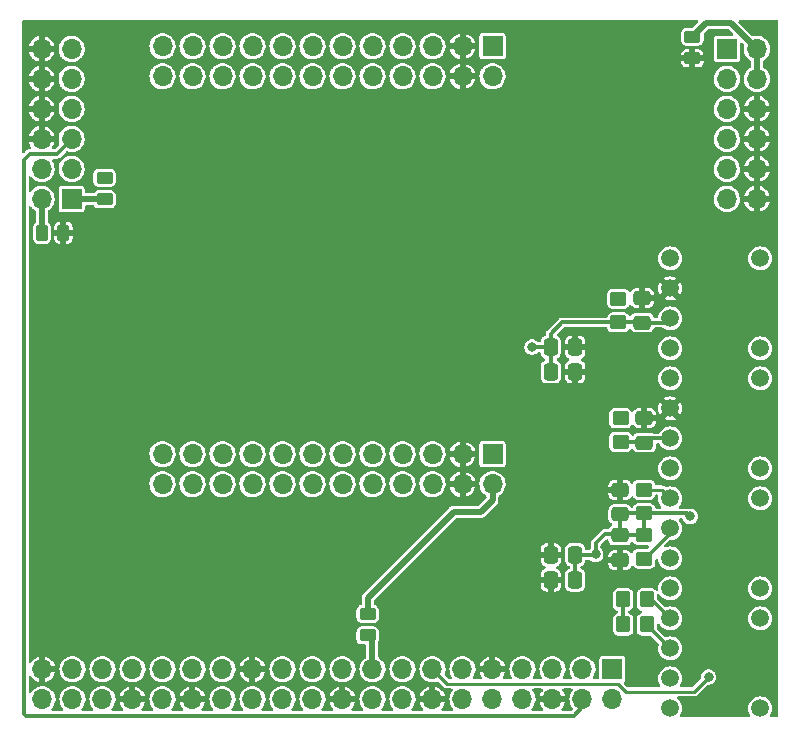
<source format=gbl>
G04 #@! TF.GenerationSoftware,KiCad,Pcbnew,(6.0.6)*
G04 #@! TF.CreationDate,2022-08-29T09:38:23+02:00*
G04 #@! TF.ProjectId,afe-ep-shield,6166652d-6570-42d7-9368-69656c642e6b,rev?*
G04 #@! TF.SameCoordinates,Original*
G04 #@! TF.FileFunction,Copper,L2,Bot*
G04 #@! TF.FilePolarity,Positive*
%FSLAX46Y46*%
G04 Gerber Fmt 4.6, Leading zero omitted, Abs format (unit mm)*
G04 Created by KiCad (PCBNEW (6.0.6)) date 2022-08-29 09:38:23*
%MOMM*%
%LPD*%
G01*
G04 APERTURE LIST*
G04 Aperture macros list*
%AMRoundRect*
0 Rectangle with rounded corners*
0 $1 Rounding radius*
0 $2 $3 $4 $5 $6 $7 $8 $9 X,Y pos of 4 corners*
0 Add a 4 corners polygon primitive as box body*
4,1,4,$2,$3,$4,$5,$6,$7,$8,$9,$2,$3,0*
0 Add four circle primitives for the rounded corners*
1,1,$1+$1,$2,$3*
1,1,$1+$1,$4,$5*
1,1,$1+$1,$6,$7*
1,1,$1+$1,$8,$9*
0 Add four rect primitives between the rounded corners*
20,1,$1+$1,$2,$3,$4,$5,0*
20,1,$1+$1,$4,$5,$6,$7,0*
20,1,$1+$1,$6,$7,$8,$9,0*
20,1,$1+$1,$8,$9,$2,$3,0*%
G04 Aperture macros list end*
G04 #@! TA.AperFunction,ComponentPad*
%ADD10C,1.515000*%
G04 #@! TD*
G04 #@! TA.AperFunction,ComponentPad*
%ADD11R,1.700000X1.700000*%
G04 #@! TD*
G04 #@! TA.AperFunction,ComponentPad*
%ADD12O,1.700000X1.700000*%
G04 #@! TD*
G04 #@! TA.AperFunction,SMDPad,CuDef*
%ADD13RoundRect,0.250000X0.262500X0.450000X-0.262500X0.450000X-0.262500X-0.450000X0.262500X-0.450000X0*%
G04 #@! TD*
G04 #@! TA.AperFunction,SMDPad,CuDef*
%ADD14RoundRect,0.250000X0.450000X-0.350000X0.450000X0.350000X-0.450000X0.350000X-0.450000X-0.350000X0*%
G04 #@! TD*
G04 #@! TA.AperFunction,SMDPad,CuDef*
%ADD15RoundRect,0.250000X-0.475000X0.337500X-0.475000X-0.337500X0.475000X-0.337500X0.475000X0.337500X0*%
G04 #@! TD*
G04 #@! TA.AperFunction,SMDPad,CuDef*
%ADD16RoundRect,0.250000X0.450000X-0.262500X0.450000X0.262500X-0.450000X0.262500X-0.450000X-0.262500X0*%
G04 #@! TD*
G04 #@! TA.AperFunction,SMDPad,CuDef*
%ADD17RoundRect,0.250000X-0.450000X0.350000X-0.450000X-0.350000X0.450000X-0.350000X0.450000X0.350000X0*%
G04 #@! TD*
G04 #@! TA.AperFunction,SMDPad,CuDef*
%ADD18RoundRect,0.250000X0.475000X-0.337500X0.475000X0.337500X-0.475000X0.337500X-0.475000X-0.337500X0*%
G04 #@! TD*
G04 #@! TA.AperFunction,SMDPad,CuDef*
%ADD19RoundRect,0.250000X0.337500X0.475000X-0.337500X0.475000X-0.337500X-0.475000X0.337500X-0.475000X0*%
G04 #@! TD*
G04 #@! TA.AperFunction,SMDPad,CuDef*
%ADD20RoundRect,0.250000X0.350000X0.450000X-0.350000X0.450000X-0.350000X-0.450000X0.350000X-0.450000X0*%
G04 #@! TD*
G04 #@! TA.AperFunction,SMDPad,CuDef*
%ADD21RoundRect,0.250000X-0.337500X-0.475000X0.337500X-0.475000X0.337500X0.475000X-0.337500X0.475000X0*%
G04 #@! TD*
G04 #@! TA.AperFunction,ViaPad*
%ADD22C,0.600000*%
G04 #@! TD*
G04 #@! TA.AperFunction,ViaPad*
%ADD23C,0.800000*%
G04 #@! TD*
G04 #@! TA.AperFunction,Conductor*
%ADD24C,0.254000*%
G04 #@! TD*
G04 #@! TA.AperFunction,Conductor*
%ADD25C,0.300000*%
G04 #@! TD*
G04 #@! TA.AperFunction,Conductor*
%ADD26C,0.500000*%
G04 #@! TD*
G04 APERTURE END LIST*
D10*
X115265200Y-39192200D03*
X115265200Y-41732200D03*
X115265200Y-44272200D03*
X115265200Y-46812200D03*
X122885200Y-46812200D03*
X122885200Y-39192200D03*
X115265200Y-69672200D03*
X115265200Y-72212200D03*
X115265200Y-74752200D03*
X115265200Y-77292200D03*
X122885200Y-77292200D03*
X122885200Y-69672200D03*
X115265200Y-59512200D03*
X115265200Y-62052200D03*
X115265200Y-64592200D03*
X115265200Y-67132200D03*
X122885200Y-67132200D03*
X122885200Y-59512200D03*
D11*
X100228400Y-55773400D03*
D12*
X100228400Y-58313400D03*
X97688400Y-55773400D03*
X97688400Y-58313400D03*
X95148400Y-55773400D03*
X95148400Y-58313400D03*
X92608400Y-55773400D03*
X92608400Y-58313400D03*
X90068400Y-55773400D03*
X90068400Y-58313400D03*
X87528400Y-55773400D03*
X87528400Y-58313400D03*
X84988400Y-55773400D03*
X84988400Y-58313400D03*
X82448400Y-55773400D03*
X82448400Y-58313400D03*
X79908400Y-55773400D03*
X79908400Y-58313400D03*
X77368400Y-55773400D03*
X77368400Y-58313400D03*
X74828400Y-55773400D03*
X74828400Y-58313400D03*
X72288400Y-55773400D03*
X72288400Y-58313400D03*
D11*
X120065800Y-21463000D03*
D12*
X122605800Y-21463000D03*
X120065800Y-24003000D03*
X122605800Y-24003000D03*
X120065800Y-26543000D03*
X122605800Y-26543000D03*
X120065800Y-29083000D03*
X122605800Y-29083000D03*
X120065800Y-31623000D03*
X122605800Y-31623000D03*
X120065800Y-34163000D03*
X122605800Y-34163000D03*
D10*
X115265200Y-49352200D03*
X115265200Y-51892200D03*
X115265200Y-54432200D03*
X115265200Y-56972200D03*
X122885200Y-56972200D03*
X122885200Y-49352200D03*
D11*
X100228400Y-21243000D03*
D12*
X100228400Y-23783000D03*
X97688400Y-21243000D03*
X97688400Y-23783000D03*
X95148400Y-21243000D03*
X95148400Y-23783000D03*
X92608400Y-21243000D03*
X92608400Y-23783000D03*
X90068400Y-21243000D03*
X90068400Y-23783000D03*
X87528400Y-21243000D03*
X87528400Y-23783000D03*
X84988400Y-21243000D03*
X84988400Y-23783000D03*
X82448400Y-21243000D03*
X82448400Y-23783000D03*
X79908400Y-21243000D03*
X79908400Y-23783000D03*
X77368400Y-21243000D03*
X77368400Y-23783000D03*
X74828400Y-21243000D03*
X74828400Y-23783000D03*
X72288400Y-21243000D03*
X72288400Y-23783000D03*
D11*
X110383400Y-73985200D03*
D12*
X110383400Y-76525200D03*
X107843400Y-73985200D03*
X107843400Y-76525200D03*
X105303400Y-73985200D03*
X105303400Y-76525200D03*
X102763400Y-73985200D03*
X102763400Y-76525200D03*
X100223400Y-73985200D03*
X100223400Y-76525200D03*
X97683400Y-73985200D03*
X97683400Y-76525200D03*
X95143400Y-73985200D03*
X95143400Y-76525200D03*
X92603400Y-73985200D03*
X92603400Y-76525200D03*
X90063400Y-73985200D03*
X90063400Y-76525200D03*
X87523400Y-73985200D03*
X87523400Y-76525200D03*
X84983400Y-73985200D03*
X84983400Y-76525200D03*
X82443400Y-73985200D03*
X82443400Y-76525200D03*
X79903400Y-73985200D03*
X79903400Y-76525200D03*
X77363400Y-73985200D03*
X77363400Y-76525200D03*
X74823400Y-73985200D03*
X74823400Y-76525200D03*
X72283400Y-73985200D03*
X72283400Y-76525200D03*
X69743400Y-73985200D03*
X69743400Y-76525200D03*
X67203400Y-73985200D03*
X67203400Y-76525200D03*
X64663400Y-73985200D03*
X64663400Y-76525200D03*
X62123400Y-73985200D03*
X62123400Y-76525200D03*
D11*
X64592200Y-34163000D03*
D12*
X62052200Y-34163000D03*
X64592200Y-31623000D03*
X62052200Y-31623000D03*
X64592200Y-29083000D03*
X62052200Y-29083000D03*
X64592200Y-26543000D03*
X62052200Y-26543000D03*
X64592200Y-24003000D03*
X62052200Y-24003000D03*
X64592200Y-21463000D03*
X62052200Y-21463000D03*
D13*
X63904500Y-37033200D03*
X62079500Y-37033200D03*
D14*
X113055400Y-64617600D03*
X113055400Y-62617600D03*
D15*
X112903000Y-42548900D03*
X112903000Y-44623900D03*
D16*
X67386200Y-34186500D03*
X67386200Y-32361500D03*
D17*
X111074200Y-52721000D03*
X111074200Y-54721000D03*
D18*
X111023400Y-64715300D03*
X111023400Y-62640300D03*
D19*
X107234900Y-46710600D03*
X105159900Y-46710600D03*
D17*
X113055400Y-58791600D03*
X113055400Y-60791600D03*
D20*
X113293400Y-70180200D03*
X111293400Y-70180200D03*
X113302800Y-68072000D03*
X111302800Y-68072000D03*
D15*
X113080800Y-52708900D03*
X113080800Y-54783900D03*
D16*
X89662000Y-71116200D03*
X89662000Y-69291200D03*
D15*
X111023400Y-58779500D03*
X111023400Y-60854500D03*
D16*
X117144800Y-22248500D03*
X117144800Y-20423500D03*
D21*
X105156000Y-64287400D03*
X107231000Y-64287400D03*
D19*
X107234900Y-48793400D03*
X105159900Y-48793400D03*
D17*
X110871000Y-42611800D03*
X110871000Y-44611800D03*
D21*
X105156000Y-66421000D03*
X107231000Y-66421000D03*
D22*
X87630000Y-60147200D03*
X90170000Y-53644800D03*
X77673200Y-60096400D03*
D23*
X64846200Y-41402000D03*
D22*
X87579200Y-25908000D03*
X90068400Y-60553600D03*
X84937600Y-25958800D03*
D23*
X64795400Y-61239400D03*
D22*
X69545200Y-72288400D03*
D23*
X120475647Y-54560088D03*
D22*
X93167200Y-25958800D03*
X92608400Y-53644800D03*
D23*
X103657400Y-57226200D03*
D22*
X67564000Y-72237600D03*
X82753200Y-72186800D03*
X81381600Y-64363600D03*
X89509600Y-25958800D03*
X94792800Y-53644800D03*
X87274400Y-72440800D03*
X87579200Y-53644800D03*
X91236800Y-25958800D03*
X84988400Y-60198000D03*
D23*
X108966000Y-64262000D03*
X111277400Y-70180200D03*
X103581200Y-46710600D03*
X116967000Y-61036200D03*
X111302800Y-68072000D03*
X67386200Y-32361500D03*
X111074200Y-52679600D03*
X113055400Y-64617600D03*
X113293400Y-70180200D03*
X110871000Y-42611800D03*
X118516400Y-74650600D03*
D24*
X111489797Y-75890700D02*
X110815297Y-75216200D01*
X96374400Y-75216200D02*
X95143400Y-73985200D01*
X117276300Y-75890700D02*
X111489797Y-75890700D01*
X118516400Y-74650600D02*
X117276300Y-75890700D01*
X110815297Y-75216200D02*
X96374400Y-75216200D01*
D25*
X108940600Y-64287400D02*
X108966000Y-64262000D01*
X112903000Y-44623900D02*
X114913500Y-44623900D01*
X111302800Y-68072000D02*
X111302800Y-70170800D01*
X113055400Y-62617600D02*
X111046100Y-62617600D01*
X110871000Y-44611800D02*
X112890900Y-44611800D01*
X111074200Y-54721000D02*
X113017900Y-54721000D01*
X105159900Y-46710600D02*
X103581200Y-46710600D01*
X110892500Y-62509400D02*
X111023400Y-62640300D01*
X60543200Y-77739000D02*
X60716400Y-77912200D01*
X107231000Y-66421000D02*
X107231000Y-64287400D01*
X108966000Y-64262000D02*
X108966000Y-63296800D01*
X113055400Y-60791600D02*
X111086300Y-60791600D01*
X116722400Y-60791600D02*
X116967000Y-61036200D01*
X112890900Y-44611800D02*
X112903000Y-44623900D01*
X111023400Y-60854500D02*
X111023400Y-62640300D01*
X111086300Y-60791600D02*
X111023400Y-60854500D01*
X61036200Y-30353000D02*
X60543200Y-30846000D01*
X107111800Y-77912200D02*
X107843400Y-77180600D01*
X111046100Y-62617600D02*
X111023400Y-62640300D01*
X107843400Y-77180600D02*
X107843400Y-76525200D01*
X105159900Y-48793400D02*
X105159900Y-46710600D01*
X113432500Y-54432200D02*
X113080800Y-54783900D01*
X111302800Y-70170800D02*
X111293400Y-70180200D01*
X107231000Y-64287400D02*
X108940600Y-64287400D01*
X110871000Y-44611800D02*
X106111800Y-44611800D01*
X114913500Y-44623900D02*
X115265200Y-44272200D01*
X113017900Y-54721000D02*
X113080800Y-54783900D01*
X113055400Y-60791600D02*
X116722400Y-60791600D01*
X63322200Y-30353000D02*
X61036200Y-30353000D01*
X109753400Y-62509400D02*
X110892500Y-62509400D01*
X115265200Y-54432200D02*
X113432500Y-54432200D01*
X106111800Y-44611800D02*
X105159900Y-45563700D01*
X64592200Y-29083000D02*
X63322200Y-30353000D01*
X108966000Y-63296800D02*
X109753400Y-62509400D01*
X60543200Y-30846000D02*
X60543200Y-77739000D01*
X113055400Y-60791600D02*
X113055400Y-62617600D01*
X60716400Y-77912200D02*
X107111800Y-77912200D01*
X105159900Y-45563700D02*
X105159900Y-46710600D01*
D26*
X67362700Y-34163000D02*
X67386200Y-34186500D01*
X64592200Y-34163000D02*
X67362700Y-34163000D01*
X62079500Y-37033200D02*
X62079500Y-34190300D01*
X62079500Y-34190300D02*
X62052200Y-34163000D01*
X89662000Y-67919600D02*
X96926400Y-60655200D01*
X89662000Y-69291200D02*
X89662000Y-67919600D01*
X100228400Y-59690000D02*
X100228400Y-58313400D01*
X96926400Y-60655200D02*
X99263200Y-60655200D01*
X99263200Y-60655200D02*
X100228400Y-59690000D01*
X90063400Y-71517600D02*
X89662000Y-71116200D01*
X90063400Y-73985200D02*
X90063400Y-71517600D01*
D24*
X113055400Y-58791600D02*
X114544600Y-58791600D01*
X114544600Y-58791600D02*
X115265200Y-59512200D01*
X113055400Y-64617600D02*
X115265200Y-62407800D01*
X115265200Y-62407800D02*
X115265200Y-62052200D01*
X113665000Y-68072000D02*
X115265200Y-69672200D01*
X113302800Y-68072000D02*
X113665000Y-68072000D01*
X113293400Y-70180200D02*
X113293400Y-70240400D01*
X113293400Y-70240400D02*
X115265200Y-72212200D01*
D26*
X120409400Y-19266600D02*
X122605800Y-21463000D01*
X118301700Y-19266600D02*
X120409400Y-19266600D01*
X122605800Y-21463000D02*
X122605800Y-24003000D01*
X117144800Y-20423500D02*
X118301700Y-19266600D01*
G04 #@! TA.AperFunction,Conductor*
G36*
X117601660Y-19037102D02*
G01*
X117648153Y-19090758D01*
X117658257Y-19161032D01*
X117628763Y-19225612D01*
X117622634Y-19232195D01*
X117235234Y-19619595D01*
X117172922Y-19653621D01*
X117146139Y-19656500D01*
X116647044Y-19656500D01*
X116643648Y-19656869D01*
X116643647Y-19656869D01*
X116593203Y-19662349D01*
X116593202Y-19662349D01*
X116585352Y-19663202D01*
X116577959Y-19665974D01*
X116577957Y-19665974D01*
X116539754Y-19680296D01*
X116450036Y-19713929D01*
X116442857Y-19719309D01*
X116442854Y-19719311D01*
X116369911Y-19773979D01*
X116334396Y-19800596D01*
X116329015Y-19807776D01*
X116253111Y-19909054D01*
X116253109Y-19909057D01*
X116247729Y-19916236D01*
X116197002Y-20051552D01*
X116190300Y-20113244D01*
X116190300Y-20733756D01*
X116197002Y-20795448D01*
X116247729Y-20930764D01*
X116253109Y-20937943D01*
X116253111Y-20937946D01*
X116288975Y-20985799D01*
X116334396Y-21046404D01*
X116341576Y-21051785D01*
X116442854Y-21127689D01*
X116442857Y-21127691D01*
X116450036Y-21133071D01*
X116539754Y-21166704D01*
X116577957Y-21181026D01*
X116577959Y-21181026D01*
X116585352Y-21183798D01*
X116593202Y-21184651D01*
X116593203Y-21184651D01*
X116643647Y-21190131D01*
X116647044Y-21190500D01*
X117642556Y-21190500D01*
X117645953Y-21190131D01*
X117696397Y-21184651D01*
X117696398Y-21184651D01*
X117704248Y-21183798D01*
X117711641Y-21181026D01*
X117711643Y-21181026D01*
X117749846Y-21166704D01*
X117839564Y-21133071D01*
X117846743Y-21127691D01*
X117846746Y-21127689D01*
X117948024Y-21051785D01*
X117955204Y-21046404D01*
X118000625Y-20985799D01*
X118036489Y-20937946D01*
X118036491Y-20937943D01*
X118041871Y-20930764D01*
X118092598Y-20795448D01*
X118099300Y-20733756D01*
X118099300Y-20234660D01*
X118119302Y-20166539D01*
X118136205Y-20145565D01*
X118473765Y-19808005D01*
X118536077Y-19773979D01*
X118562860Y-19771100D01*
X120148239Y-19771100D01*
X120216360Y-19791102D01*
X120237334Y-19808005D01*
X120572734Y-20143405D01*
X120606760Y-20205717D01*
X120601695Y-20276532D01*
X120559148Y-20333368D01*
X120492628Y-20358179D01*
X120483639Y-20358500D01*
X119222580Y-20358501D01*
X119190734Y-20358501D01*
X119154982Y-20365612D01*
X119128674Y-20370844D01*
X119128672Y-20370845D01*
X119116499Y-20373266D01*
X119106179Y-20380161D01*
X119106178Y-20380162D01*
X119065028Y-20407658D01*
X119032316Y-20429516D01*
X119025423Y-20439832D01*
X118995917Y-20483991D01*
X118976066Y-20513699D01*
X118961300Y-20587933D01*
X118961301Y-22338066D01*
X118976066Y-22412301D01*
X118982961Y-22422620D01*
X118982962Y-22422622D01*
X119023316Y-22483015D01*
X119032316Y-22496484D01*
X119116499Y-22552734D01*
X119190733Y-22567500D01*
X120065658Y-22567500D01*
X120940866Y-22567499D01*
X120976618Y-22560388D01*
X121002926Y-22555156D01*
X121002928Y-22555155D01*
X121015101Y-22552734D01*
X121025421Y-22545839D01*
X121025422Y-22545838D01*
X121088968Y-22503377D01*
X121099284Y-22496484D01*
X121155534Y-22412301D01*
X121170300Y-22338067D01*
X121170299Y-21045160D01*
X121190301Y-20977040D01*
X121243957Y-20930547D01*
X121314231Y-20920443D01*
X121378811Y-20949936D01*
X121385394Y-20956065D01*
X121500393Y-21071063D01*
X121534418Y-21133375D01*
X121531630Y-21197522D01*
X121520807Y-21232378D01*
X121496948Y-21433964D01*
X121510224Y-21636522D01*
X121511645Y-21642118D01*
X121511646Y-21642123D01*
X121539014Y-21749882D01*
X121560192Y-21833269D01*
X121562609Y-21838512D01*
X121599712Y-21918994D01*
X121645177Y-22017616D01*
X121648510Y-22022332D01*
X121745784Y-22159972D01*
X121762333Y-22183389D01*
X121766475Y-22187424D01*
X121799557Y-22219651D01*
X121907738Y-22325035D01*
X121912542Y-22328245D01*
X122045302Y-22416953D01*
X122090830Y-22471430D01*
X122101300Y-22521718D01*
X122101300Y-22946214D01*
X122081298Y-23014335D01*
X122039723Y-23054499D01*
X121958778Y-23102656D01*
X121958777Y-23102657D01*
X121953810Y-23105612D01*
X121949470Y-23109418D01*
X121949466Y-23109421D01*
X121864445Y-23183983D01*
X121801192Y-23239455D01*
X121675520Y-23398869D01*
X121672831Y-23403980D01*
X121672829Y-23403983D01*
X121659873Y-23428609D01*
X121581003Y-23578515D01*
X121520807Y-23772378D01*
X121496948Y-23973964D01*
X121510224Y-24176522D01*
X121511645Y-24182118D01*
X121511646Y-24182123D01*
X121549741Y-24332120D01*
X121560192Y-24373269D01*
X121562609Y-24378512D01*
X121599712Y-24458994D01*
X121645177Y-24557616D01*
X121648510Y-24562332D01*
X121745784Y-24699972D01*
X121762333Y-24723389D01*
X121766475Y-24727424D01*
X121799557Y-24759651D01*
X121907738Y-24865035D01*
X121912542Y-24868245D01*
X121945826Y-24890485D01*
X122076520Y-24977812D01*
X122081823Y-24980090D01*
X122081826Y-24980092D01*
X122170507Y-25018192D01*
X122263028Y-25057942D01*
X122327940Y-25072630D01*
X122455379Y-25101467D01*
X122455384Y-25101468D01*
X122461016Y-25102742D01*
X122466787Y-25102969D01*
X122466789Y-25102969D01*
X122526556Y-25105317D01*
X122663853Y-25110712D01*
X122764299Y-25096148D01*
X122859031Y-25082413D01*
X122859036Y-25082412D01*
X122864745Y-25081584D01*
X122870209Y-25079729D01*
X122870214Y-25079728D01*
X123051493Y-25018192D01*
X123051498Y-25018190D01*
X123056965Y-25016334D01*
X123062819Y-25013056D01*
X123132270Y-24974161D01*
X123234076Y-24917147D01*
X123265861Y-24890712D01*
X123385713Y-24791031D01*
X123390145Y-24787345D01*
X123463162Y-24699552D01*
X123516253Y-24635718D01*
X123516255Y-24635715D01*
X123519947Y-24631276D01*
X123619134Y-24454165D01*
X123620990Y-24448698D01*
X123620992Y-24448693D01*
X123682528Y-24267414D01*
X123682529Y-24267409D01*
X123684384Y-24261945D01*
X123685212Y-24256236D01*
X123685213Y-24256231D01*
X123712979Y-24064727D01*
X123713512Y-24061053D01*
X123715032Y-24003000D01*
X123700151Y-23841053D01*
X123696987Y-23806613D01*
X123696986Y-23806610D01*
X123696458Y-23800859D01*
X123690379Y-23779305D01*
X123642925Y-23611046D01*
X123642924Y-23611044D01*
X123641357Y-23605487D01*
X123632050Y-23586613D01*
X123554131Y-23428609D01*
X123551576Y-23423428D01*
X123430120Y-23260779D01*
X123281058Y-23122987D01*
X123276175Y-23119906D01*
X123276171Y-23119903D01*
X123169065Y-23052325D01*
X123122126Y-22999058D01*
X123110300Y-22945763D01*
X123110300Y-22520314D01*
X123130302Y-22452193D01*
X123174731Y-22410382D01*
X123234076Y-22377147D01*
X123265861Y-22350712D01*
X123385713Y-22251031D01*
X123390145Y-22247345D01*
X123463162Y-22159552D01*
X123516253Y-22095718D01*
X123516255Y-22095715D01*
X123519947Y-22091276D01*
X123607526Y-21934892D01*
X123616310Y-21919208D01*
X123616311Y-21919206D01*
X123619134Y-21914165D01*
X123620990Y-21908698D01*
X123620992Y-21908693D01*
X123682528Y-21727414D01*
X123682529Y-21727409D01*
X123684384Y-21721945D01*
X123685212Y-21716236D01*
X123685213Y-21716231D01*
X123702791Y-21594996D01*
X123713512Y-21521053D01*
X123715032Y-21463000D01*
X123700151Y-21301053D01*
X123696987Y-21266613D01*
X123696986Y-21266610D01*
X123696458Y-21260859D01*
X123690379Y-21239305D01*
X123642925Y-21071046D01*
X123642924Y-21071044D01*
X123641357Y-21065487D01*
X123632050Y-21046613D01*
X123554131Y-20888609D01*
X123551576Y-20883428D01*
X123430120Y-20720779D01*
X123281058Y-20582987D01*
X123276175Y-20579906D01*
X123276171Y-20579903D01*
X123124159Y-20483991D01*
X123109381Y-20474667D01*
X122920839Y-20399446D01*
X122915179Y-20398320D01*
X122915175Y-20398319D01*
X122727413Y-20360971D01*
X122727410Y-20360971D01*
X122721746Y-20359844D01*
X122715971Y-20359768D01*
X122715967Y-20359768D01*
X122614593Y-20358441D01*
X122518771Y-20357187D01*
X122513074Y-20358166D01*
X122513073Y-20358166D01*
X122322527Y-20390908D01*
X122252003Y-20382731D01*
X122212094Y-20355823D01*
X121088466Y-19232195D01*
X121054440Y-19169883D01*
X121059505Y-19099068D01*
X121102052Y-19042232D01*
X121168572Y-19017421D01*
X121177561Y-19017100D01*
X124290700Y-19017100D01*
X124358821Y-19037102D01*
X124405314Y-19090758D01*
X124416700Y-19143100D01*
X124416700Y-77935700D01*
X124396698Y-78003821D01*
X124343042Y-78050314D01*
X124290700Y-78061700D01*
X123828497Y-78061700D01*
X123760376Y-78041698D01*
X123713883Y-77988042D01*
X123703779Y-77917768D01*
X123718941Y-77873463D01*
X123811137Y-77711170D01*
X123811139Y-77711166D01*
X123814182Y-77705809D01*
X123876826Y-77517492D01*
X123882873Y-77469628D01*
X123901259Y-77324094D01*
X123901259Y-77324089D01*
X123901701Y-77320593D01*
X123902097Y-77292200D01*
X123882730Y-77094684D01*
X123880949Y-77088785D01*
X123880948Y-77088780D01*
X123827149Y-76910590D01*
X123825368Y-76904691D01*
X123765366Y-76791844D01*
X123735089Y-76734900D01*
X123735087Y-76734897D01*
X123732195Y-76729458D01*
X123728305Y-76724688D01*
X123728302Y-76724684D01*
X123610655Y-76580435D01*
X123610652Y-76580432D01*
X123606760Y-76575660D01*
X123600371Y-76570374D01*
X123458590Y-76453082D01*
X123453842Y-76449154D01*
X123448425Y-76446225D01*
X123448422Y-76446223D01*
X123284683Y-76357690D01*
X123284678Y-76357688D01*
X123279263Y-76354760D01*
X123089676Y-76296073D01*
X123083551Y-76295429D01*
X123083550Y-76295429D01*
X122898427Y-76275972D01*
X122898426Y-76275972D01*
X122892299Y-76275328D01*
X122769621Y-76286492D01*
X122700794Y-76292756D01*
X122700793Y-76292756D01*
X122694653Y-76293315D01*
X122688739Y-76295056D01*
X122688737Y-76295056D01*
X122593592Y-76323059D01*
X122504264Y-76349350D01*
X122328385Y-76441297D01*
X122173714Y-76565655D01*
X122046145Y-76717687D01*
X122043181Y-76723079D01*
X122043178Y-76723083D01*
X122005202Y-76792162D01*
X121950534Y-76891602D01*
X121890525Y-77080775D01*
X121889839Y-77086892D01*
X121889838Y-77086896D01*
X121871586Y-77249618D01*
X121868402Y-77278002D01*
X121868918Y-77284146D01*
X121881951Y-77439347D01*
X121885009Y-77475769D01*
X121939713Y-77666545D01*
X121942531Y-77672027D01*
X121942532Y-77672031D01*
X122027610Y-77837575D01*
X122027613Y-77837579D01*
X122030430Y-77843061D01*
X122034261Y-77847894D01*
X122041822Y-77857434D01*
X122068461Y-77923244D01*
X122055291Y-77993008D01*
X122006494Y-78044578D01*
X121943078Y-78061700D01*
X116208497Y-78061700D01*
X116140376Y-78041698D01*
X116093883Y-77988042D01*
X116083779Y-77917768D01*
X116098941Y-77873463D01*
X116191137Y-77711170D01*
X116191139Y-77711166D01*
X116194182Y-77705809D01*
X116256826Y-77517492D01*
X116262873Y-77469628D01*
X116281259Y-77324094D01*
X116281259Y-77324089D01*
X116281701Y-77320593D01*
X116282097Y-77292200D01*
X116262730Y-77094684D01*
X116260949Y-77088785D01*
X116260948Y-77088780D01*
X116207149Y-76910590D01*
X116205368Y-76904691D01*
X116145366Y-76791844D01*
X116115089Y-76734900D01*
X116115087Y-76734897D01*
X116112195Y-76729458D01*
X116108305Y-76724688D01*
X116108302Y-76724684D01*
X115990655Y-76580435D01*
X115990652Y-76580432D01*
X115986760Y-76575660D01*
X115980371Y-76570374D01*
X115889603Y-76495284D01*
X115849865Y-76436450D01*
X115848244Y-76365472D01*
X115885253Y-76304885D01*
X115949143Y-76273925D01*
X115969919Y-76272200D01*
X117222165Y-76272200D01*
X117246464Y-76274786D01*
X117247902Y-76274854D01*
X117258080Y-76277045D01*
X117291641Y-76273073D01*
X117297620Y-76272721D01*
X117297612Y-76272628D01*
X117302790Y-76272200D01*
X117307992Y-76272200D01*
X117327146Y-76269012D01*
X117333004Y-76268178D01*
X117349618Y-76266212D01*
X117373867Y-76263342D01*
X117373868Y-76263342D01*
X117384207Y-76262118D01*
X117392506Y-76258133D01*
X117401583Y-76256622D01*
X117446951Y-76232142D01*
X117452214Y-76229461D01*
X117491550Y-76210573D01*
X117491554Y-76210570D01*
X117498698Y-76207140D01*
X117502992Y-76203530D01*
X117504924Y-76201598D01*
X117506873Y-76199811D01*
X117506926Y-76199782D01*
X117507045Y-76199912D01*
X117507613Y-76199411D01*
X117513357Y-76196312D01*
X117550167Y-76156491D01*
X117553596Y-76152926D01*
X118365362Y-75341160D01*
X118427674Y-75307134D01*
X118456436Y-75304271D01*
X118577718Y-75306176D01*
X118577721Y-75306176D01*
X118585316Y-75306295D01*
X118739732Y-75270929D01*
X118818685Y-75231220D01*
X118874472Y-75203163D01*
X118874475Y-75203161D01*
X118881255Y-75199751D01*
X118887026Y-75194822D01*
X118887029Y-75194820D01*
X118995936Y-75101804D01*
X118995936Y-75101803D01*
X119001714Y-75096869D01*
X119094155Y-74968224D01*
X119153242Y-74821241D01*
X119169173Y-74709298D01*
X119174981Y-74668491D01*
X119174981Y-74668488D01*
X119175562Y-74664407D01*
X119175707Y-74650600D01*
X119156676Y-74493333D01*
X119100680Y-74345146D01*
X119035023Y-74249614D01*
X119015255Y-74220851D01*
X119015254Y-74220849D01*
X119010953Y-74214592D01*
X118892675Y-74109211D01*
X118885289Y-74105300D01*
X118759388Y-74038639D01*
X118759389Y-74038639D01*
X118752674Y-74035084D01*
X118599033Y-73996492D01*
X118591434Y-73996452D01*
X118591433Y-73996452D01*
X118525581Y-73996107D01*
X118440621Y-73995662D01*
X118433241Y-73997434D01*
X118433239Y-73997434D01*
X118293963Y-74030871D01*
X118293960Y-74030872D01*
X118286584Y-74032643D01*
X118145814Y-74105300D01*
X118026439Y-74209438D01*
X117935350Y-74339044D01*
X117877806Y-74486637D01*
X117876814Y-74494170D01*
X117876814Y-74494171D01*
X117858145Y-74635980D01*
X117857129Y-74643696D01*
X117859416Y-74664407D01*
X117863082Y-74697617D01*
X117850676Y-74767522D01*
X117826938Y-74800540D01*
X117155181Y-75472296D01*
X117092869Y-75506321D01*
X117066086Y-75509200D01*
X116215598Y-75509200D01*
X116147477Y-75489198D01*
X116100984Y-75435542D01*
X116090880Y-75365268D01*
X116106042Y-75320963D01*
X116191137Y-75171170D01*
X116191139Y-75171166D01*
X116194182Y-75165809D01*
X116256826Y-74977492D01*
X116263795Y-74922328D01*
X116281259Y-74784094D01*
X116281259Y-74784089D01*
X116281701Y-74780593D01*
X116282097Y-74752200D01*
X116262730Y-74554684D01*
X116260949Y-74548785D01*
X116260948Y-74548780D01*
X116207149Y-74370590D01*
X116205368Y-74364691D01*
X116145366Y-74251844D01*
X116115089Y-74194900D01*
X116115087Y-74194897D01*
X116112195Y-74189458D01*
X116108305Y-74184688D01*
X116108302Y-74184684D01*
X115990655Y-74040435D01*
X115990652Y-74040432D01*
X115986760Y-74035660D01*
X115980371Y-74030374D01*
X115838590Y-73913082D01*
X115833842Y-73909154D01*
X115828425Y-73906225D01*
X115828422Y-73906223D01*
X115664683Y-73817690D01*
X115664678Y-73817688D01*
X115659263Y-73814760D01*
X115469676Y-73756073D01*
X115463551Y-73755429D01*
X115463550Y-73755429D01*
X115278427Y-73735972D01*
X115278426Y-73735972D01*
X115272299Y-73735328D01*
X115149621Y-73746492D01*
X115080794Y-73752756D01*
X115080793Y-73752756D01*
X115074653Y-73753315D01*
X115068739Y-73755056D01*
X115068737Y-73755056D01*
X114973592Y-73783059D01*
X114884264Y-73809350D01*
X114708385Y-73901297D01*
X114553714Y-74025655D01*
X114426145Y-74177687D01*
X114423181Y-74183079D01*
X114423178Y-74183083D01*
X114382369Y-74257315D01*
X114330534Y-74351602D01*
X114270525Y-74540775D01*
X114269839Y-74546892D01*
X114269838Y-74546896D01*
X114258206Y-74650600D01*
X114248402Y-74738002D01*
X114248918Y-74744146D01*
X114262153Y-74901752D01*
X114265009Y-74935769D01*
X114319713Y-75126545D01*
X114322531Y-75132027D01*
X114322532Y-75132031D01*
X114407610Y-75297575D01*
X114407613Y-75297579D01*
X114410430Y-75303061D01*
X114414259Y-75307892D01*
X114417598Y-75313073D01*
X114415705Y-75314293D01*
X114438554Y-75370758D01*
X114425376Y-75440521D01*
X114376574Y-75492085D01*
X114313170Y-75509200D01*
X111700010Y-75509200D01*
X111631889Y-75489198D01*
X111610914Y-75472295D01*
X111369840Y-75231220D01*
X111335815Y-75168908D01*
X111340880Y-75098092D01*
X111388933Y-75037361D01*
X111406567Y-75025578D01*
X111406568Y-75025577D01*
X111416884Y-75018684D01*
X111473134Y-74934501D01*
X111487900Y-74860267D01*
X111487899Y-73110134D01*
X111479320Y-73067002D01*
X111475556Y-73048074D01*
X111475555Y-73048072D01*
X111473134Y-73035899D01*
X111447054Y-72996867D01*
X111423777Y-72962032D01*
X111416884Y-72951716D01*
X111332701Y-72895466D01*
X111258467Y-72880700D01*
X110383542Y-72880700D01*
X109508334Y-72880701D01*
X109472582Y-72887812D01*
X109446274Y-72893044D01*
X109446272Y-72893045D01*
X109434099Y-72895466D01*
X109423779Y-72902361D01*
X109423778Y-72902362D01*
X109385464Y-72927963D01*
X109349916Y-72951716D01*
X109293666Y-73035899D01*
X109278900Y-73110133D01*
X109278901Y-73961930D01*
X109278901Y-74708700D01*
X109258899Y-74776821D01*
X109205243Y-74823314D01*
X109152901Y-74834700D01*
X108842233Y-74834700D01*
X108774112Y-74814698D01*
X108727619Y-74761042D01*
X108717515Y-74690768D01*
X108745360Y-74628129D01*
X108757547Y-74613476D01*
X108856734Y-74436365D01*
X108858590Y-74430898D01*
X108858592Y-74430893D01*
X108920128Y-74249614D01*
X108920129Y-74249609D01*
X108921984Y-74244145D01*
X108922812Y-74238436D01*
X108922813Y-74238431D01*
X108941392Y-74110289D01*
X108951112Y-74043253D01*
X108952632Y-73985200D01*
X108936971Y-73814760D01*
X108934587Y-73788813D01*
X108934586Y-73788810D01*
X108934058Y-73783059D01*
X108932490Y-73777499D01*
X108880525Y-73593246D01*
X108880524Y-73593244D01*
X108878957Y-73587687D01*
X108868378Y-73566233D01*
X108791731Y-73410809D01*
X108789176Y-73405628D01*
X108667720Y-73242979D01*
X108593189Y-73174083D01*
X108522903Y-73109111D01*
X108518658Y-73105187D01*
X108513775Y-73102106D01*
X108513771Y-73102103D01*
X108368128Y-73010210D01*
X108346981Y-72996867D01*
X108158439Y-72921646D01*
X108152779Y-72920520D01*
X108152775Y-72920519D01*
X107965013Y-72883171D01*
X107965010Y-72883171D01*
X107959346Y-72882044D01*
X107953571Y-72881968D01*
X107953567Y-72881968D01*
X107852193Y-72880641D01*
X107756371Y-72879387D01*
X107750674Y-72880366D01*
X107750673Y-72880366D01*
X107662797Y-72895466D01*
X107556310Y-72913764D01*
X107365863Y-72984024D01*
X107191410Y-73087812D01*
X107187070Y-73091618D01*
X107187066Y-73091621D01*
X107125115Y-73145951D01*
X107038792Y-73221655D01*
X106913120Y-73381069D01*
X106910431Y-73386180D01*
X106910429Y-73386183D01*
X106897473Y-73410809D01*
X106818603Y-73560715D01*
X106758407Y-73754578D01*
X106734548Y-73956164D01*
X106747824Y-74158722D01*
X106749245Y-74164318D01*
X106749246Y-74164323D01*
X106795170Y-74345146D01*
X106797792Y-74355469D01*
X106800209Y-74360712D01*
X106837312Y-74441194D01*
X106882777Y-74539816D01*
X106947378Y-74631224D01*
X106950739Y-74635980D01*
X106973720Y-74703154D01*
X106956736Y-74772089D01*
X106905178Y-74820899D01*
X106847842Y-74834700D01*
X106302233Y-74834700D01*
X106234112Y-74814698D01*
X106187619Y-74761042D01*
X106177515Y-74690768D01*
X106205360Y-74628129D01*
X106217547Y-74613476D01*
X106316734Y-74436365D01*
X106318590Y-74430898D01*
X106318592Y-74430893D01*
X106380128Y-74249614D01*
X106380129Y-74249609D01*
X106381984Y-74244145D01*
X106382812Y-74238436D01*
X106382813Y-74238431D01*
X106401392Y-74110289D01*
X106411112Y-74043253D01*
X106412632Y-73985200D01*
X106396971Y-73814760D01*
X106394587Y-73788813D01*
X106394586Y-73788810D01*
X106394058Y-73783059D01*
X106392490Y-73777499D01*
X106340525Y-73593246D01*
X106340524Y-73593244D01*
X106338957Y-73587687D01*
X106328378Y-73566233D01*
X106251731Y-73410809D01*
X106249176Y-73405628D01*
X106127720Y-73242979D01*
X106053189Y-73174083D01*
X105982903Y-73109111D01*
X105978658Y-73105187D01*
X105973775Y-73102106D01*
X105973771Y-73102103D01*
X105828128Y-73010210D01*
X105806981Y-72996867D01*
X105618439Y-72921646D01*
X105612779Y-72920520D01*
X105612775Y-72920519D01*
X105425013Y-72883171D01*
X105425010Y-72883171D01*
X105419346Y-72882044D01*
X105413571Y-72881968D01*
X105413567Y-72881968D01*
X105312193Y-72880641D01*
X105216371Y-72879387D01*
X105210674Y-72880366D01*
X105210673Y-72880366D01*
X105122797Y-72895466D01*
X105016310Y-72913764D01*
X104825863Y-72984024D01*
X104651410Y-73087812D01*
X104647070Y-73091618D01*
X104647066Y-73091621D01*
X104585115Y-73145951D01*
X104498792Y-73221655D01*
X104373120Y-73381069D01*
X104370431Y-73386180D01*
X104370429Y-73386183D01*
X104357473Y-73410809D01*
X104278603Y-73560715D01*
X104218407Y-73754578D01*
X104194548Y-73956164D01*
X104207824Y-74158722D01*
X104209245Y-74164318D01*
X104209246Y-74164323D01*
X104255170Y-74345146D01*
X104257792Y-74355469D01*
X104260209Y-74360712D01*
X104297312Y-74441194D01*
X104342777Y-74539816D01*
X104407378Y-74631224D01*
X104410739Y-74635980D01*
X104433720Y-74703154D01*
X104416736Y-74772089D01*
X104365178Y-74820899D01*
X104307842Y-74834700D01*
X103762233Y-74834700D01*
X103694112Y-74814698D01*
X103647619Y-74761042D01*
X103637515Y-74690768D01*
X103665360Y-74628129D01*
X103677547Y-74613476D01*
X103776734Y-74436365D01*
X103778590Y-74430898D01*
X103778592Y-74430893D01*
X103840128Y-74249614D01*
X103840129Y-74249609D01*
X103841984Y-74244145D01*
X103842812Y-74238436D01*
X103842813Y-74238431D01*
X103861392Y-74110289D01*
X103871112Y-74043253D01*
X103872632Y-73985200D01*
X103856971Y-73814760D01*
X103854587Y-73788813D01*
X103854586Y-73788810D01*
X103854058Y-73783059D01*
X103852490Y-73777499D01*
X103800525Y-73593246D01*
X103800524Y-73593244D01*
X103798957Y-73587687D01*
X103788378Y-73566233D01*
X103711731Y-73410809D01*
X103709176Y-73405628D01*
X103587720Y-73242979D01*
X103513189Y-73174083D01*
X103442903Y-73109111D01*
X103438658Y-73105187D01*
X103433775Y-73102106D01*
X103433771Y-73102103D01*
X103288128Y-73010210D01*
X103266981Y-72996867D01*
X103078439Y-72921646D01*
X103072779Y-72920520D01*
X103072775Y-72920519D01*
X102885013Y-72883171D01*
X102885010Y-72883171D01*
X102879346Y-72882044D01*
X102873571Y-72881968D01*
X102873567Y-72881968D01*
X102772193Y-72880641D01*
X102676371Y-72879387D01*
X102670674Y-72880366D01*
X102670673Y-72880366D01*
X102582797Y-72895466D01*
X102476310Y-72913764D01*
X102285863Y-72984024D01*
X102111410Y-73087812D01*
X102107070Y-73091618D01*
X102107066Y-73091621D01*
X102045115Y-73145951D01*
X101958792Y-73221655D01*
X101833120Y-73381069D01*
X101830431Y-73386180D01*
X101830429Y-73386183D01*
X101817473Y-73410809D01*
X101738603Y-73560715D01*
X101678407Y-73754578D01*
X101654548Y-73956164D01*
X101667824Y-74158722D01*
X101669245Y-74164318D01*
X101669246Y-74164323D01*
X101715170Y-74345146D01*
X101717792Y-74355469D01*
X101720209Y-74360712D01*
X101757312Y-74441194D01*
X101802777Y-74539816D01*
X101867378Y-74631224D01*
X101870739Y-74635980D01*
X101893720Y-74703154D01*
X101876736Y-74772089D01*
X101825178Y-74820899D01*
X101767842Y-74834700D01*
X101221582Y-74834700D01*
X101153461Y-74814698D01*
X101106968Y-74761042D01*
X101096864Y-74690768D01*
X101124709Y-74628129D01*
X101133446Y-74617624D01*
X101139952Y-74608158D01*
X101233456Y-74441194D01*
X101238130Y-74430697D01*
X101298843Y-74251844D01*
X101297610Y-74243193D01*
X101284042Y-74239200D01*
X99166894Y-74239200D01*
X99153363Y-74243173D01*
X99152071Y-74252162D01*
X99176843Y-74349702D01*
X99180684Y-74360548D01*
X99260794Y-74534320D01*
X99266545Y-74544281D01*
X99331351Y-74635980D01*
X99354332Y-74703154D01*
X99337347Y-74772089D01*
X99285790Y-74820899D01*
X99228454Y-74834700D01*
X98682233Y-74834700D01*
X98614112Y-74814698D01*
X98567619Y-74761042D01*
X98557515Y-74690768D01*
X98585360Y-74628129D01*
X98597547Y-74613476D01*
X98696734Y-74436365D01*
X98698590Y-74430898D01*
X98698592Y-74430893D01*
X98760128Y-74249614D01*
X98760129Y-74249609D01*
X98761984Y-74244145D01*
X98762812Y-74238436D01*
X98762813Y-74238431D01*
X98781392Y-74110289D01*
X98791112Y-74043253D01*
X98792632Y-73985200D01*
X98776971Y-73814760D01*
X98774587Y-73788813D01*
X98774586Y-73788810D01*
X98774058Y-73783059D01*
X98772490Y-73777499D01*
X98758529Y-73727999D01*
X99151343Y-73727999D01*
X99158075Y-73731200D01*
X99951285Y-73731200D01*
X99966524Y-73726725D01*
X99967729Y-73725335D01*
X99969400Y-73717652D01*
X99969400Y-73713085D01*
X100477400Y-73713085D01*
X100481875Y-73728324D01*
X100483265Y-73729529D01*
X100490948Y-73731200D01*
X101280798Y-73731200D01*
X101294329Y-73727227D01*
X101295498Y-73719092D01*
X101260058Y-73593431D01*
X101255933Y-73582684D01*
X101171303Y-73411071D01*
X101165293Y-73401263D01*
X101050800Y-73247939D01*
X101043110Y-73239399D01*
X100902592Y-73109504D01*
X100893467Y-73102503D01*
X100731636Y-73000395D01*
X100721389Y-72995174D01*
X100543660Y-72924268D01*
X100532632Y-72921001D01*
X100495169Y-72913550D01*
X100482294Y-72914702D01*
X100477400Y-72929858D01*
X100477400Y-73713085D01*
X99969400Y-73713085D01*
X99969400Y-72926700D01*
X99965594Y-72913738D01*
X99950679Y-72911802D01*
X99942132Y-72913271D01*
X99931020Y-72916248D01*
X99751495Y-72982479D01*
X99741117Y-72987429D01*
X99576673Y-73085263D01*
X99567361Y-73092029D01*
X99423497Y-73218194D01*
X99415580Y-73226537D01*
X99297118Y-73376805D01*
X99290850Y-73386456D01*
X99201758Y-73555792D01*
X99197353Y-73566427D01*
X99151562Y-73713898D01*
X99151343Y-73727999D01*
X98758529Y-73727999D01*
X98720525Y-73593246D01*
X98720524Y-73593244D01*
X98718957Y-73587687D01*
X98708378Y-73566233D01*
X98631731Y-73410809D01*
X98629176Y-73405628D01*
X98507720Y-73242979D01*
X98433189Y-73174083D01*
X98362903Y-73109111D01*
X98358658Y-73105187D01*
X98353775Y-73102106D01*
X98353771Y-73102103D01*
X98208128Y-73010210D01*
X98186981Y-72996867D01*
X97998439Y-72921646D01*
X97992779Y-72920520D01*
X97992775Y-72920519D01*
X97805013Y-72883171D01*
X97805010Y-72883171D01*
X97799346Y-72882044D01*
X97793571Y-72881968D01*
X97793567Y-72881968D01*
X97692193Y-72880641D01*
X97596371Y-72879387D01*
X97590674Y-72880366D01*
X97590673Y-72880366D01*
X97502797Y-72895466D01*
X97396310Y-72913764D01*
X97205863Y-72984024D01*
X97031410Y-73087812D01*
X97027070Y-73091618D01*
X97027066Y-73091621D01*
X96965115Y-73145951D01*
X96878792Y-73221655D01*
X96753120Y-73381069D01*
X96750431Y-73386180D01*
X96750429Y-73386183D01*
X96737473Y-73410809D01*
X96658603Y-73560715D01*
X96598407Y-73754578D01*
X96574548Y-73956164D01*
X96587824Y-74158722D01*
X96589245Y-74164318D01*
X96589246Y-74164323D01*
X96635170Y-74345146D01*
X96637792Y-74355469D01*
X96640209Y-74360712D01*
X96677312Y-74441194D01*
X96722777Y-74539816D01*
X96787378Y-74631224D01*
X96790739Y-74635980D01*
X96813720Y-74703154D01*
X96796736Y-74772089D01*
X96745178Y-74820899D01*
X96687842Y-74834700D01*
X96584612Y-74834700D01*
X96516491Y-74814698D01*
X96495517Y-74797795D01*
X96206398Y-74508676D01*
X96172372Y-74446364D01*
X96176180Y-74379080D01*
X96220128Y-74249614D01*
X96220129Y-74249609D01*
X96221984Y-74244145D01*
X96222812Y-74238436D01*
X96222813Y-74238431D01*
X96241392Y-74110289D01*
X96251112Y-74043253D01*
X96252632Y-73985200D01*
X96236971Y-73814760D01*
X96234587Y-73788813D01*
X96234586Y-73788810D01*
X96234058Y-73783059D01*
X96232490Y-73777499D01*
X96180525Y-73593246D01*
X96180524Y-73593244D01*
X96178957Y-73587687D01*
X96168378Y-73566233D01*
X96091731Y-73410809D01*
X96089176Y-73405628D01*
X95967720Y-73242979D01*
X95893189Y-73174083D01*
X95822903Y-73109111D01*
X95818658Y-73105187D01*
X95813775Y-73102106D01*
X95813771Y-73102103D01*
X95668128Y-73010210D01*
X95646981Y-72996867D01*
X95458439Y-72921646D01*
X95452779Y-72920520D01*
X95452775Y-72920519D01*
X95265013Y-72883171D01*
X95265010Y-72883171D01*
X95259346Y-72882044D01*
X95253571Y-72881968D01*
X95253567Y-72881968D01*
X95152193Y-72880641D01*
X95056371Y-72879387D01*
X95050674Y-72880366D01*
X95050673Y-72880366D01*
X94962797Y-72895466D01*
X94856310Y-72913764D01*
X94665863Y-72984024D01*
X94491410Y-73087812D01*
X94487070Y-73091618D01*
X94487066Y-73091621D01*
X94425115Y-73145951D01*
X94338792Y-73221655D01*
X94213120Y-73381069D01*
X94210431Y-73386180D01*
X94210429Y-73386183D01*
X94197473Y-73410809D01*
X94118603Y-73560715D01*
X94058407Y-73754578D01*
X94034548Y-73956164D01*
X94047824Y-74158722D01*
X94049245Y-74164318D01*
X94049246Y-74164323D01*
X94095170Y-74345146D01*
X94097792Y-74355469D01*
X94100209Y-74360712D01*
X94137312Y-74441194D01*
X94182777Y-74539816D01*
X94186110Y-74544532D01*
X94289459Y-74690768D01*
X94299933Y-74705589D01*
X94445338Y-74847235D01*
X94614120Y-74960012D01*
X94619423Y-74962290D01*
X94619426Y-74962292D01*
X94742164Y-75015024D01*
X94800628Y-75040142D01*
X94865540Y-75054830D01*
X94992979Y-75083667D01*
X94992984Y-75083668D01*
X94998616Y-75084942D01*
X95004387Y-75085169D01*
X95004389Y-75085169D01*
X95064156Y-75087517D01*
X95201453Y-75092912D01*
X95301899Y-75078348D01*
X95396631Y-75064613D01*
X95396636Y-75064612D01*
X95402345Y-75063784D01*
X95407809Y-75061929D01*
X95407814Y-75061928D01*
X95537280Y-75017980D01*
X95608215Y-75015024D01*
X95666876Y-75048198D01*
X96066358Y-75447680D01*
X96081711Y-75466689D01*
X96082678Y-75467752D01*
X96088329Y-75476504D01*
X96113927Y-75496684D01*
X96114872Y-75497429D01*
X96119347Y-75501406D01*
X96119408Y-75501335D01*
X96123365Y-75504688D01*
X96127048Y-75508371D01*
X96131283Y-75511397D01*
X96131285Y-75511399D01*
X96142836Y-75519653D01*
X96147582Y-75523216D01*
X96188070Y-75555134D01*
X96196757Y-75558185D01*
X96204243Y-75563534D01*
X96214219Y-75566517D01*
X96214220Y-75566518D01*
X96253611Y-75578298D01*
X96259243Y-75580128D01*
X96307902Y-75597216D01*
X96313491Y-75597700D01*
X96316202Y-75597700D01*
X96318869Y-75597815D01*
X96318932Y-75597834D01*
X96318925Y-75598008D01*
X96319671Y-75598055D01*
X96325924Y-75599925D01*
X96375783Y-75597966D01*
X96380078Y-75597797D01*
X96385025Y-75597700D01*
X96748268Y-75597700D01*
X96816389Y-75617702D01*
X96862882Y-75671358D01*
X96872986Y-75741632D01*
X96847218Y-75801706D01*
X96753120Y-75921069D01*
X96750431Y-75926180D01*
X96750429Y-75926183D01*
X96737473Y-75950809D01*
X96658603Y-76100715D01*
X96598407Y-76294578D01*
X96574548Y-76496164D01*
X96587824Y-76698722D01*
X96589245Y-76704318D01*
X96589246Y-76704323D01*
X96608263Y-76779200D01*
X96637792Y-76895469D01*
X96640209Y-76900712D01*
X96677312Y-76981194D01*
X96722777Y-77079816D01*
X96839933Y-77245589D01*
X96844075Y-77249624D01*
X96887007Y-77291446D01*
X96921845Y-77353307D01*
X96917708Y-77424183D01*
X96875909Y-77481571D01*
X96809720Y-77507250D01*
X96799086Y-77507700D01*
X96030968Y-77507700D01*
X95962847Y-77487698D01*
X95916354Y-77434042D01*
X95906250Y-77363768D01*
X95934094Y-77301131D01*
X96053442Y-77157630D01*
X96059952Y-77148158D01*
X96153456Y-76981194D01*
X96158130Y-76970697D01*
X96218843Y-76791844D01*
X96217610Y-76783193D01*
X96204042Y-76779200D01*
X94086894Y-76779200D01*
X94073363Y-76783173D01*
X94072071Y-76792162D01*
X94096843Y-76889702D01*
X94100684Y-76900548D01*
X94180794Y-77074320D01*
X94186545Y-77084281D01*
X94296979Y-77240543D01*
X94304451Y-77249291D01*
X94347724Y-77291445D01*
X94382562Y-77353306D01*
X94378425Y-77424182D01*
X94336627Y-77481571D01*
X94270437Y-77507250D01*
X94259803Y-77507700D01*
X93491618Y-77507700D01*
X93423497Y-77487698D01*
X93377004Y-77434042D01*
X93366900Y-77363768D01*
X93394744Y-77301131D01*
X93513849Y-77157924D01*
X93513856Y-77157914D01*
X93517547Y-77153476D01*
X93616734Y-76976365D01*
X93618590Y-76970898D01*
X93618592Y-76970893D01*
X93680128Y-76789614D01*
X93680129Y-76789609D01*
X93681984Y-76784145D01*
X93682812Y-76778436D01*
X93682813Y-76778431D01*
X93710579Y-76586927D01*
X93711112Y-76583253D01*
X93712632Y-76525200D01*
X93696971Y-76354760D01*
X93694587Y-76328813D01*
X93694586Y-76328810D01*
X93694058Y-76323059D01*
X93688932Y-76304885D01*
X93678529Y-76267999D01*
X94071343Y-76267999D01*
X94078075Y-76271200D01*
X94871285Y-76271200D01*
X94886524Y-76266725D01*
X94887729Y-76265335D01*
X94889400Y-76257652D01*
X94889400Y-76253085D01*
X95397400Y-76253085D01*
X95401875Y-76268324D01*
X95403265Y-76269529D01*
X95410948Y-76271200D01*
X96200798Y-76271200D01*
X96214329Y-76267227D01*
X96215498Y-76259092D01*
X96180058Y-76133431D01*
X96175933Y-76122684D01*
X96091303Y-75951071D01*
X96085293Y-75941263D01*
X95970800Y-75787939D01*
X95963110Y-75779399D01*
X95822592Y-75649504D01*
X95813467Y-75642503D01*
X95651636Y-75540395D01*
X95641389Y-75535174D01*
X95463660Y-75464268D01*
X95452632Y-75461001D01*
X95415169Y-75453550D01*
X95402294Y-75454702D01*
X95397400Y-75469858D01*
X95397400Y-76253085D01*
X94889400Y-76253085D01*
X94889400Y-75466700D01*
X94885594Y-75453738D01*
X94870679Y-75451802D01*
X94862132Y-75453271D01*
X94851020Y-75456248D01*
X94671495Y-75522479D01*
X94661117Y-75527429D01*
X94496673Y-75625263D01*
X94487361Y-75632029D01*
X94343497Y-75758194D01*
X94335580Y-75766537D01*
X94217118Y-75916805D01*
X94210850Y-75926456D01*
X94121758Y-76095792D01*
X94117353Y-76106427D01*
X94071562Y-76253898D01*
X94071343Y-76267999D01*
X93678529Y-76267999D01*
X93640525Y-76133246D01*
X93640524Y-76133244D01*
X93638957Y-76127687D01*
X93628378Y-76106233D01*
X93551731Y-75950809D01*
X93549176Y-75945628D01*
X93427720Y-75782979D01*
X93278658Y-75645187D01*
X93273775Y-75642106D01*
X93273771Y-75642103D01*
X93125716Y-75548688D01*
X93106981Y-75536867D01*
X92918439Y-75461646D01*
X92912779Y-75460520D01*
X92912775Y-75460519D01*
X92725013Y-75423171D01*
X92725010Y-75423171D01*
X92719346Y-75422044D01*
X92713571Y-75421968D01*
X92713567Y-75421968D01*
X92612193Y-75420641D01*
X92516371Y-75419387D01*
X92510674Y-75420366D01*
X92510673Y-75420366D01*
X92327728Y-75451802D01*
X92316310Y-75453764D01*
X92125863Y-75524024D01*
X91951410Y-75627812D01*
X91947070Y-75631618D01*
X91947066Y-75631621D01*
X91831992Y-75732539D01*
X91798792Y-75761655D01*
X91673120Y-75921069D01*
X91670431Y-75926180D01*
X91670429Y-75926183D01*
X91657473Y-75950809D01*
X91578603Y-76100715D01*
X91518407Y-76294578D01*
X91494548Y-76496164D01*
X91507824Y-76698722D01*
X91509245Y-76704318D01*
X91509246Y-76704323D01*
X91528263Y-76779200D01*
X91557792Y-76895469D01*
X91560209Y-76900712D01*
X91597312Y-76981194D01*
X91642777Y-77079816D01*
X91759933Y-77245589D01*
X91764075Y-77249624D01*
X91807007Y-77291446D01*
X91841845Y-77353307D01*
X91837708Y-77424183D01*
X91795909Y-77481571D01*
X91729720Y-77507250D01*
X91719086Y-77507700D01*
X90951618Y-77507700D01*
X90883497Y-77487698D01*
X90837004Y-77434042D01*
X90826900Y-77363768D01*
X90854744Y-77301131D01*
X90973849Y-77157924D01*
X90973856Y-77157914D01*
X90977547Y-77153476D01*
X91076734Y-76976365D01*
X91078590Y-76970898D01*
X91078592Y-76970893D01*
X91140128Y-76789614D01*
X91140129Y-76789609D01*
X91141984Y-76784145D01*
X91142812Y-76778436D01*
X91142813Y-76778431D01*
X91170579Y-76586927D01*
X91171112Y-76583253D01*
X91172632Y-76525200D01*
X91156971Y-76354760D01*
X91154587Y-76328813D01*
X91154586Y-76328810D01*
X91154058Y-76323059D01*
X91148932Y-76304885D01*
X91100525Y-76133246D01*
X91100524Y-76133244D01*
X91098957Y-76127687D01*
X91088378Y-76106233D01*
X91011731Y-75950809D01*
X91009176Y-75945628D01*
X90887720Y-75782979D01*
X90738658Y-75645187D01*
X90733775Y-75642106D01*
X90733771Y-75642103D01*
X90585716Y-75548688D01*
X90566981Y-75536867D01*
X90378439Y-75461646D01*
X90372779Y-75460520D01*
X90372775Y-75460519D01*
X90185013Y-75423171D01*
X90185010Y-75423171D01*
X90179346Y-75422044D01*
X90173571Y-75421968D01*
X90173567Y-75421968D01*
X90072193Y-75420641D01*
X89976371Y-75419387D01*
X89970674Y-75420366D01*
X89970673Y-75420366D01*
X89787728Y-75451802D01*
X89776310Y-75453764D01*
X89585863Y-75524024D01*
X89411410Y-75627812D01*
X89407070Y-75631618D01*
X89407066Y-75631621D01*
X89291992Y-75732539D01*
X89258792Y-75761655D01*
X89133120Y-75921069D01*
X89130431Y-75926180D01*
X89130429Y-75926183D01*
X89117473Y-75950809D01*
X89038603Y-76100715D01*
X88978407Y-76294578D01*
X88954548Y-76496164D01*
X88967824Y-76698722D01*
X88969245Y-76704318D01*
X88969246Y-76704323D01*
X88988263Y-76779200D01*
X89017792Y-76895469D01*
X89020209Y-76900712D01*
X89057312Y-76981194D01*
X89102777Y-77079816D01*
X89219933Y-77245589D01*
X89224075Y-77249624D01*
X89267007Y-77291446D01*
X89301845Y-77353307D01*
X89297708Y-77424183D01*
X89255909Y-77481571D01*
X89189720Y-77507250D01*
X89179086Y-77507700D01*
X88410968Y-77507700D01*
X88342847Y-77487698D01*
X88296354Y-77434042D01*
X88286250Y-77363768D01*
X88314094Y-77301131D01*
X88433442Y-77157630D01*
X88439952Y-77148158D01*
X88533456Y-76981194D01*
X88538130Y-76970697D01*
X88598843Y-76791844D01*
X88597610Y-76783193D01*
X88584042Y-76779200D01*
X86466894Y-76779200D01*
X86453363Y-76783173D01*
X86452071Y-76792162D01*
X86476843Y-76889702D01*
X86480684Y-76900548D01*
X86560794Y-77074320D01*
X86566545Y-77084281D01*
X86676979Y-77240543D01*
X86684451Y-77249291D01*
X86727724Y-77291445D01*
X86762562Y-77353306D01*
X86758425Y-77424182D01*
X86716627Y-77481571D01*
X86650437Y-77507250D01*
X86639803Y-77507700D01*
X85871618Y-77507700D01*
X85803497Y-77487698D01*
X85757004Y-77434042D01*
X85746900Y-77363768D01*
X85774744Y-77301131D01*
X85893849Y-77157924D01*
X85893856Y-77157914D01*
X85897547Y-77153476D01*
X85996734Y-76976365D01*
X85998590Y-76970898D01*
X85998592Y-76970893D01*
X86060128Y-76789614D01*
X86060129Y-76789609D01*
X86061984Y-76784145D01*
X86062812Y-76778436D01*
X86062813Y-76778431D01*
X86090579Y-76586927D01*
X86091112Y-76583253D01*
X86092632Y-76525200D01*
X86076971Y-76354760D01*
X86074587Y-76328813D01*
X86074586Y-76328810D01*
X86074058Y-76323059D01*
X86068932Y-76304885D01*
X86058529Y-76267999D01*
X86451343Y-76267999D01*
X86458075Y-76271200D01*
X87251285Y-76271200D01*
X87266524Y-76266725D01*
X87267729Y-76265335D01*
X87269400Y-76257652D01*
X87269400Y-76253085D01*
X87777400Y-76253085D01*
X87781875Y-76268324D01*
X87783265Y-76269529D01*
X87790948Y-76271200D01*
X88580798Y-76271200D01*
X88594329Y-76267227D01*
X88595498Y-76259092D01*
X88560058Y-76133431D01*
X88555933Y-76122684D01*
X88471303Y-75951071D01*
X88465293Y-75941263D01*
X88350800Y-75787939D01*
X88343110Y-75779399D01*
X88202592Y-75649504D01*
X88193467Y-75642503D01*
X88031636Y-75540395D01*
X88021389Y-75535174D01*
X87843660Y-75464268D01*
X87832632Y-75461001D01*
X87795169Y-75453550D01*
X87782294Y-75454702D01*
X87777400Y-75469858D01*
X87777400Y-76253085D01*
X87269400Y-76253085D01*
X87269400Y-75466700D01*
X87265594Y-75453738D01*
X87250679Y-75451802D01*
X87242132Y-75453271D01*
X87231020Y-75456248D01*
X87051495Y-75522479D01*
X87041117Y-75527429D01*
X86876673Y-75625263D01*
X86867361Y-75632029D01*
X86723497Y-75758194D01*
X86715580Y-75766537D01*
X86597118Y-75916805D01*
X86590850Y-75926456D01*
X86501758Y-76095792D01*
X86497353Y-76106427D01*
X86451562Y-76253898D01*
X86451343Y-76267999D01*
X86058529Y-76267999D01*
X86020525Y-76133246D01*
X86020524Y-76133244D01*
X86018957Y-76127687D01*
X86008378Y-76106233D01*
X85931731Y-75950809D01*
X85929176Y-75945628D01*
X85807720Y-75782979D01*
X85658658Y-75645187D01*
X85653775Y-75642106D01*
X85653771Y-75642103D01*
X85505716Y-75548688D01*
X85486981Y-75536867D01*
X85298439Y-75461646D01*
X85292779Y-75460520D01*
X85292775Y-75460519D01*
X85105013Y-75423171D01*
X85105010Y-75423171D01*
X85099346Y-75422044D01*
X85093571Y-75421968D01*
X85093567Y-75421968D01*
X84992193Y-75420641D01*
X84896371Y-75419387D01*
X84890674Y-75420366D01*
X84890673Y-75420366D01*
X84707728Y-75451802D01*
X84696310Y-75453764D01*
X84505863Y-75524024D01*
X84331410Y-75627812D01*
X84327070Y-75631618D01*
X84327066Y-75631621D01*
X84211992Y-75732539D01*
X84178792Y-75761655D01*
X84053120Y-75921069D01*
X84050431Y-75926180D01*
X84050429Y-75926183D01*
X84037473Y-75950809D01*
X83958603Y-76100715D01*
X83898407Y-76294578D01*
X83874548Y-76496164D01*
X83887824Y-76698722D01*
X83889245Y-76704318D01*
X83889246Y-76704323D01*
X83908263Y-76779200D01*
X83937792Y-76895469D01*
X83940209Y-76900712D01*
X83977312Y-76981194D01*
X84022777Y-77079816D01*
X84139933Y-77245589D01*
X84144075Y-77249624D01*
X84187007Y-77291446D01*
X84221845Y-77353307D01*
X84217708Y-77424183D01*
X84175909Y-77481571D01*
X84109720Y-77507250D01*
X84099086Y-77507700D01*
X83331618Y-77507700D01*
X83263497Y-77487698D01*
X83217004Y-77434042D01*
X83206900Y-77363768D01*
X83234744Y-77301131D01*
X83353849Y-77157924D01*
X83353856Y-77157914D01*
X83357547Y-77153476D01*
X83456734Y-76976365D01*
X83458590Y-76970898D01*
X83458592Y-76970893D01*
X83520128Y-76789614D01*
X83520129Y-76789609D01*
X83521984Y-76784145D01*
X83522812Y-76778436D01*
X83522813Y-76778431D01*
X83550579Y-76586927D01*
X83551112Y-76583253D01*
X83552632Y-76525200D01*
X83536971Y-76354760D01*
X83534587Y-76328813D01*
X83534586Y-76328810D01*
X83534058Y-76323059D01*
X83528932Y-76304885D01*
X83480525Y-76133246D01*
X83480524Y-76133244D01*
X83478957Y-76127687D01*
X83468378Y-76106233D01*
X83391731Y-75950809D01*
X83389176Y-75945628D01*
X83267720Y-75782979D01*
X83118658Y-75645187D01*
X83113775Y-75642106D01*
X83113771Y-75642103D01*
X82965716Y-75548688D01*
X82946981Y-75536867D01*
X82758439Y-75461646D01*
X82752779Y-75460520D01*
X82752775Y-75460519D01*
X82565013Y-75423171D01*
X82565010Y-75423171D01*
X82559346Y-75422044D01*
X82553571Y-75421968D01*
X82553567Y-75421968D01*
X82452193Y-75420641D01*
X82356371Y-75419387D01*
X82350674Y-75420366D01*
X82350673Y-75420366D01*
X82167728Y-75451802D01*
X82156310Y-75453764D01*
X81965863Y-75524024D01*
X81791410Y-75627812D01*
X81787070Y-75631618D01*
X81787066Y-75631621D01*
X81671992Y-75732539D01*
X81638792Y-75761655D01*
X81513120Y-75921069D01*
X81510431Y-75926180D01*
X81510429Y-75926183D01*
X81497473Y-75950809D01*
X81418603Y-76100715D01*
X81358407Y-76294578D01*
X81334548Y-76496164D01*
X81347824Y-76698722D01*
X81349245Y-76704318D01*
X81349246Y-76704323D01*
X81368263Y-76779200D01*
X81397792Y-76895469D01*
X81400209Y-76900712D01*
X81437312Y-76981194D01*
X81482777Y-77079816D01*
X81599933Y-77245589D01*
X81604075Y-77249624D01*
X81647007Y-77291446D01*
X81681845Y-77353307D01*
X81677708Y-77424183D01*
X81635909Y-77481571D01*
X81569720Y-77507250D01*
X81559086Y-77507700D01*
X80791618Y-77507700D01*
X80723497Y-77487698D01*
X80677004Y-77434042D01*
X80666900Y-77363768D01*
X80694744Y-77301131D01*
X80813849Y-77157924D01*
X80813856Y-77157914D01*
X80817547Y-77153476D01*
X80916734Y-76976365D01*
X80918590Y-76970898D01*
X80918592Y-76970893D01*
X80980128Y-76789614D01*
X80980129Y-76789609D01*
X80981984Y-76784145D01*
X80982812Y-76778436D01*
X80982813Y-76778431D01*
X81010579Y-76586927D01*
X81011112Y-76583253D01*
X81012632Y-76525200D01*
X80996971Y-76354760D01*
X80994587Y-76328813D01*
X80994586Y-76328810D01*
X80994058Y-76323059D01*
X80988932Y-76304885D01*
X80940525Y-76133246D01*
X80940524Y-76133244D01*
X80938957Y-76127687D01*
X80928378Y-76106233D01*
X80851731Y-75950809D01*
X80849176Y-75945628D01*
X80727720Y-75782979D01*
X80578658Y-75645187D01*
X80573775Y-75642106D01*
X80573771Y-75642103D01*
X80425716Y-75548688D01*
X80406981Y-75536867D01*
X80218439Y-75461646D01*
X80212779Y-75460520D01*
X80212775Y-75460519D01*
X80025013Y-75423171D01*
X80025010Y-75423171D01*
X80019346Y-75422044D01*
X80013571Y-75421968D01*
X80013567Y-75421968D01*
X79912193Y-75420641D01*
X79816371Y-75419387D01*
X79810674Y-75420366D01*
X79810673Y-75420366D01*
X79627728Y-75451802D01*
X79616310Y-75453764D01*
X79425863Y-75524024D01*
X79251410Y-75627812D01*
X79247070Y-75631618D01*
X79247066Y-75631621D01*
X79131992Y-75732539D01*
X79098792Y-75761655D01*
X78973120Y-75921069D01*
X78970431Y-75926180D01*
X78970429Y-75926183D01*
X78957473Y-75950809D01*
X78878603Y-76100715D01*
X78818407Y-76294578D01*
X78794548Y-76496164D01*
X78807824Y-76698722D01*
X78809245Y-76704318D01*
X78809246Y-76704323D01*
X78828263Y-76779200D01*
X78857792Y-76895469D01*
X78860209Y-76900712D01*
X78897312Y-76981194D01*
X78942777Y-77079816D01*
X79059933Y-77245589D01*
X79064075Y-77249624D01*
X79107007Y-77291446D01*
X79141845Y-77353307D01*
X79137708Y-77424183D01*
X79095909Y-77481571D01*
X79029720Y-77507250D01*
X79019086Y-77507700D01*
X78251618Y-77507700D01*
X78183497Y-77487698D01*
X78137004Y-77434042D01*
X78126900Y-77363768D01*
X78154744Y-77301131D01*
X78273849Y-77157924D01*
X78273856Y-77157914D01*
X78277547Y-77153476D01*
X78376734Y-76976365D01*
X78378590Y-76970898D01*
X78378592Y-76970893D01*
X78440128Y-76789614D01*
X78440129Y-76789609D01*
X78441984Y-76784145D01*
X78442812Y-76778436D01*
X78442813Y-76778431D01*
X78470579Y-76586927D01*
X78471112Y-76583253D01*
X78472632Y-76525200D01*
X78456971Y-76354760D01*
X78454587Y-76328813D01*
X78454586Y-76328810D01*
X78454058Y-76323059D01*
X78448932Y-76304885D01*
X78400525Y-76133246D01*
X78400524Y-76133244D01*
X78398957Y-76127687D01*
X78388378Y-76106233D01*
X78311731Y-75950809D01*
X78309176Y-75945628D01*
X78187720Y-75782979D01*
X78038658Y-75645187D01*
X78033775Y-75642106D01*
X78033771Y-75642103D01*
X77885716Y-75548688D01*
X77866981Y-75536867D01*
X77678439Y-75461646D01*
X77672779Y-75460520D01*
X77672775Y-75460519D01*
X77485013Y-75423171D01*
X77485010Y-75423171D01*
X77479346Y-75422044D01*
X77473571Y-75421968D01*
X77473567Y-75421968D01*
X77372193Y-75420641D01*
X77276371Y-75419387D01*
X77270674Y-75420366D01*
X77270673Y-75420366D01*
X77087728Y-75451802D01*
X77076310Y-75453764D01*
X76885863Y-75524024D01*
X76711410Y-75627812D01*
X76707070Y-75631618D01*
X76707066Y-75631621D01*
X76591992Y-75732539D01*
X76558792Y-75761655D01*
X76433120Y-75921069D01*
X76430431Y-75926180D01*
X76430429Y-75926183D01*
X76417473Y-75950809D01*
X76338603Y-76100715D01*
X76278407Y-76294578D01*
X76254548Y-76496164D01*
X76267824Y-76698722D01*
X76269245Y-76704318D01*
X76269246Y-76704323D01*
X76288263Y-76779200D01*
X76317792Y-76895469D01*
X76320209Y-76900712D01*
X76357312Y-76981194D01*
X76402777Y-77079816D01*
X76519933Y-77245589D01*
X76524075Y-77249624D01*
X76567007Y-77291446D01*
X76601845Y-77353307D01*
X76597708Y-77424183D01*
X76555909Y-77481571D01*
X76489720Y-77507250D01*
X76479086Y-77507700D01*
X75710968Y-77507700D01*
X75642847Y-77487698D01*
X75596354Y-77434042D01*
X75586250Y-77363768D01*
X75614094Y-77301131D01*
X75733442Y-77157630D01*
X75739952Y-77148158D01*
X75833456Y-76981194D01*
X75838130Y-76970697D01*
X75898843Y-76791844D01*
X75897610Y-76783193D01*
X75884042Y-76779200D01*
X73766894Y-76779200D01*
X73753363Y-76783173D01*
X73752071Y-76792162D01*
X73776843Y-76889702D01*
X73780684Y-76900548D01*
X73860794Y-77074320D01*
X73866545Y-77084281D01*
X73976979Y-77240543D01*
X73984451Y-77249291D01*
X74027724Y-77291445D01*
X74062562Y-77353306D01*
X74058425Y-77424182D01*
X74016627Y-77481571D01*
X73950437Y-77507250D01*
X73939803Y-77507700D01*
X73171618Y-77507700D01*
X73103497Y-77487698D01*
X73057004Y-77434042D01*
X73046900Y-77363768D01*
X73074744Y-77301131D01*
X73193849Y-77157924D01*
X73193856Y-77157914D01*
X73197547Y-77153476D01*
X73296734Y-76976365D01*
X73298590Y-76970898D01*
X73298592Y-76970893D01*
X73360128Y-76789614D01*
X73360129Y-76789609D01*
X73361984Y-76784145D01*
X73362812Y-76778436D01*
X73362813Y-76778431D01*
X73390579Y-76586927D01*
X73391112Y-76583253D01*
X73392632Y-76525200D01*
X73376971Y-76354760D01*
X73374587Y-76328813D01*
X73374586Y-76328810D01*
X73374058Y-76323059D01*
X73368932Y-76304885D01*
X73358529Y-76267999D01*
X73751343Y-76267999D01*
X73758075Y-76271200D01*
X74551285Y-76271200D01*
X74566524Y-76266725D01*
X74567729Y-76265335D01*
X74569400Y-76257652D01*
X74569400Y-76253085D01*
X75077400Y-76253085D01*
X75081875Y-76268324D01*
X75083265Y-76269529D01*
X75090948Y-76271200D01*
X75880798Y-76271200D01*
X75894329Y-76267227D01*
X75895498Y-76259092D01*
X75860058Y-76133431D01*
X75855933Y-76122684D01*
X75771303Y-75951071D01*
X75765293Y-75941263D01*
X75650800Y-75787939D01*
X75643110Y-75779399D01*
X75502592Y-75649504D01*
X75493467Y-75642503D01*
X75331636Y-75540395D01*
X75321389Y-75535174D01*
X75143660Y-75464268D01*
X75132632Y-75461001D01*
X75095169Y-75453550D01*
X75082294Y-75454702D01*
X75077400Y-75469858D01*
X75077400Y-76253085D01*
X74569400Y-76253085D01*
X74569400Y-75466700D01*
X74565594Y-75453738D01*
X74550679Y-75451802D01*
X74542132Y-75453271D01*
X74531020Y-75456248D01*
X74351495Y-75522479D01*
X74341117Y-75527429D01*
X74176673Y-75625263D01*
X74167361Y-75632029D01*
X74023497Y-75758194D01*
X74015580Y-75766537D01*
X73897118Y-75916805D01*
X73890850Y-75926456D01*
X73801758Y-76095792D01*
X73797353Y-76106427D01*
X73751562Y-76253898D01*
X73751343Y-76267999D01*
X73358529Y-76267999D01*
X73320525Y-76133246D01*
X73320524Y-76133244D01*
X73318957Y-76127687D01*
X73308378Y-76106233D01*
X73231731Y-75950809D01*
X73229176Y-75945628D01*
X73107720Y-75782979D01*
X72958658Y-75645187D01*
X72953775Y-75642106D01*
X72953771Y-75642103D01*
X72805716Y-75548688D01*
X72786981Y-75536867D01*
X72598439Y-75461646D01*
X72592779Y-75460520D01*
X72592775Y-75460519D01*
X72405013Y-75423171D01*
X72405010Y-75423171D01*
X72399346Y-75422044D01*
X72393571Y-75421968D01*
X72393567Y-75421968D01*
X72292193Y-75420641D01*
X72196371Y-75419387D01*
X72190674Y-75420366D01*
X72190673Y-75420366D01*
X72007728Y-75451802D01*
X71996310Y-75453764D01*
X71805863Y-75524024D01*
X71631410Y-75627812D01*
X71627070Y-75631618D01*
X71627066Y-75631621D01*
X71511992Y-75732539D01*
X71478792Y-75761655D01*
X71353120Y-75921069D01*
X71350431Y-75926180D01*
X71350429Y-75926183D01*
X71337473Y-75950809D01*
X71258603Y-76100715D01*
X71198407Y-76294578D01*
X71174548Y-76496164D01*
X71187824Y-76698722D01*
X71189245Y-76704318D01*
X71189246Y-76704323D01*
X71208263Y-76779200D01*
X71237792Y-76895469D01*
X71240209Y-76900712D01*
X71277312Y-76981194D01*
X71322777Y-77079816D01*
X71439933Y-77245589D01*
X71444075Y-77249624D01*
X71487007Y-77291446D01*
X71521845Y-77353307D01*
X71517708Y-77424183D01*
X71475909Y-77481571D01*
X71409720Y-77507250D01*
X71399086Y-77507700D01*
X70630968Y-77507700D01*
X70562847Y-77487698D01*
X70516354Y-77434042D01*
X70506250Y-77363768D01*
X70534094Y-77301131D01*
X70653442Y-77157630D01*
X70659952Y-77148158D01*
X70753456Y-76981194D01*
X70758130Y-76970697D01*
X70818843Y-76791844D01*
X70817610Y-76783193D01*
X70804042Y-76779200D01*
X68686894Y-76779200D01*
X68673363Y-76783173D01*
X68672071Y-76792162D01*
X68696843Y-76889702D01*
X68700684Y-76900548D01*
X68780794Y-77074320D01*
X68786545Y-77084281D01*
X68896979Y-77240543D01*
X68904451Y-77249291D01*
X68947724Y-77291445D01*
X68982562Y-77353306D01*
X68978425Y-77424182D01*
X68936627Y-77481571D01*
X68870437Y-77507250D01*
X68859803Y-77507700D01*
X68091618Y-77507700D01*
X68023497Y-77487698D01*
X67977004Y-77434042D01*
X67966900Y-77363768D01*
X67994744Y-77301131D01*
X68113849Y-77157924D01*
X68113856Y-77157914D01*
X68117547Y-77153476D01*
X68216734Y-76976365D01*
X68218590Y-76970898D01*
X68218592Y-76970893D01*
X68280128Y-76789614D01*
X68280129Y-76789609D01*
X68281984Y-76784145D01*
X68282812Y-76778436D01*
X68282813Y-76778431D01*
X68310579Y-76586927D01*
X68311112Y-76583253D01*
X68312632Y-76525200D01*
X68296971Y-76354760D01*
X68294587Y-76328813D01*
X68294586Y-76328810D01*
X68294058Y-76323059D01*
X68288932Y-76304885D01*
X68278529Y-76267999D01*
X68671343Y-76267999D01*
X68678075Y-76271200D01*
X69471285Y-76271200D01*
X69486524Y-76266725D01*
X69487729Y-76265335D01*
X69489400Y-76257652D01*
X69489400Y-76253085D01*
X69997400Y-76253085D01*
X70001875Y-76268324D01*
X70003265Y-76269529D01*
X70010948Y-76271200D01*
X70800798Y-76271200D01*
X70814329Y-76267227D01*
X70815498Y-76259092D01*
X70780058Y-76133431D01*
X70775933Y-76122684D01*
X70691303Y-75951071D01*
X70685293Y-75941263D01*
X70570800Y-75787939D01*
X70563110Y-75779399D01*
X70422592Y-75649504D01*
X70413467Y-75642503D01*
X70251636Y-75540395D01*
X70241389Y-75535174D01*
X70063660Y-75464268D01*
X70052632Y-75461001D01*
X70015169Y-75453550D01*
X70002294Y-75454702D01*
X69997400Y-75469858D01*
X69997400Y-76253085D01*
X69489400Y-76253085D01*
X69489400Y-75466700D01*
X69485594Y-75453738D01*
X69470679Y-75451802D01*
X69462132Y-75453271D01*
X69451020Y-75456248D01*
X69271495Y-75522479D01*
X69261117Y-75527429D01*
X69096673Y-75625263D01*
X69087361Y-75632029D01*
X68943497Y-75758194D01*
X68935580Y-75766537D01*
X68817118Y-75916805D01*
X68810850Y-75926456D01*
X68721758Y-76095792D01*
X68717353Y-76106427D01*
X68671562Y-76253898D01*
X68671343Y-76267999D01*
X68278529Y-76267999D01*
X68240525Y-76133246D01*
X68240524Y-76133244D01*
X68238957Y-76127687D01*
X68228378Y-76106233D01*
X68151731Y-75950809D01*
X68149176Y-75945628D01*
X68027720Y-75782979D01*
X67878658Y-75645187D01*
X67873775Y-75642106D01*
X67873771Y-75642103D01*
X67725716Y-75548688D01*
X67706981Y-75536867D01*
X67518439Y-75461646D01*
X67512779Y-75460520D01*
X67512775Y-75460519D01*
X67325013Y-75423171D01*
X67325010Y-75423171D01*
X67319346Y-75422044D01*
X67313571Y-75421968D01*
X67313567Y-75421968D01*
X67212193Y-75420641D01*
X67116371Y-75419387D01*
X67110674Y-75420366D01*
X67110673Y-75420366D01*
X66927728Y-75451802D01*
X66916310Y-75453764D01*
X66725863Y-75524024D01*
X66551410Y-75627812D01*
X66547070Y-75631618D01*
X66547066Y-75631621D01*
X66431992Y-75732539D01*
X66398792Y-75761655D01*
X66273120Y-75921069D01*
X66270431Y-75926180D01*
X66270429Y-75926183D01*
X66257473Y-75950809D01*
X66178603Y-76100715D01*
X66118407Y-76294578D01*
X66094548Y-76496164D01*
X66107824Y-76698722D01*
X66109245Y-76704318D01*
X66109246Y-76704323D01*
X66128263Y-76779200D01*
X66157792Y-76895469D01*
X66160209Y-76900712D01*
X66197312Y-76981194D01*
X66242777Y-77079816D01*
X66359933Y-77245589D01*
X66364075Y-77249624D01*
X66407007Y-77291446D01*
X66441845Y-77353307D01*
X66437708Y-77424183D01*
X66395909Y-77481571D01*
X66329720Y-77507250D01*
X66319086Y-77507700D01*
X65551618Y-77507700D01*
X65483497Y-77487698D01*
X65437004Y-77434042D01*
X65426900Y-77363768D01*
X65454744Y-77301131D01*
X65573849Y-77157924D01*
X65573856Y-77157914D01*
X65577547Y-77153476D01*
X65676734Y-76976365D01*
X65678590Y-76970898D01*
X65678592Y-76970893D01*
X65740128Y-76789614D01*
X65740129Y-76789609D01*
X65741984Y-76784145D01*
X65742812Y-76778436D01*
X65742813Y-76778431D01*
X65770579Y-76586927D01*
X65771112Y-76583253D01*
X65772632Y-76525200D01*
X65756971Y-76354760D01*
X65754587Y-76328813D01*
X65754586Y-76328810D01*
X65754058Y-76323059D01*
X65748932Y-76304885D01*
X65700525Y-76133246D01*
X65700524Y-76133244D01*
X65698957Y-76127687D01*
X65688378Y-76106233D01*
X65611731Y-75950809D01*
X65609176Y-75945628D01*
X65487720Y-75782979D01*
X65338658Y-75645187D01*
X65333775Y-75642106D01*
X65333771Y-75642103D01*
X65185716Y-75548688D01*
X65166981Y-75536867D01*
X64978439Y-75461646D01*
X64972779Y-75460520D01*
X64972775Y-75460519D01*
X64785013Y-75423171D01*
X64785010Y-75423171D01*
X64779346Y-75422044D01*
X64773571Y-75421968D01*
X64773567Y-75421968D01*
X64672193Y-75420641D01*
X64576371Y-75419387D01*
X64570674Y-75420366D01*
X64570673Y-75420366D01*
X64387728Y-75451802D01*
X64376310Y-75453764D01*
X64185863Y-75524024D01*
X64011410Y-75627812D01*
X64007070Y-75631618D01*
X64007066Y-75631621D01*
X63891992Y-75732539D01*
X63858792Y-75761655D01*
X63733120Y-75921069D01*
X63730431Y-75926180D01*
X63730429Y-75926183D01*
X63717473Y-75950809D01*
X63638603Y-76100715D01*
X63578407Y-76294578D01*
X63554548Y-76496164D01*
X63567824Y-76698722D01*
X63569245Y-76704318D01*
X63569246Y-76704323D01*
X63588263Y-76779200D01*
X63617792Y-76895469D01*
X63620209Y-76900712D01*
X63657312Y-76981194D01*
X63702777Y-77079816D01*
X63819933Y-77245589D01*
X63824075Y-77249624D01*
X63867007Y-77291446D01*
X63901845Y-77353307D01*
X63897708Y-77424183D01*
X63855909Y-77481571D01*
X63789720Y-77507250D01*
X63779086Y-77507700D01*
X63011618Y-77507700D01*
X62943497Y-77487698D01*
X62897004Y-77434042D01*
X62886900Y-77363768D01*
X62914744Y-77301131D01*
X63033849Y-77157924D01*
X63033856Y-77157914D01*
X63037547Y-77153476D01*
X63136734Y-76976365D01*
X63138590Y-76970898D01*
X63138592Y-76970893D01*
X63200128Y-76789614D01*
X63200129Y-76789609D01*
X63201984Y-76784145D01*
X63202812Y-76778436D01*
X63202813Y-76778431D01*
X63230579Y-76586927D01*
X63231112Y-76583253D01*
X63232632Y-76525200D01*
X63216971Y-76354760D01*
X63214587Y-76328813D01*
X63214586Y-76328810D01*
X63214058Y-76323059D01*
X63208932Y-76304885D01*
X63160525Y-76133246D01*
X63160524Y-76133244D01*
X63158957Y-76127687D01*
X63148378Y-76106233D01*
X63071731Y-75950809D01*
X63069176Y-75945628D01*
X62947720Y-75782979D01*
X62798658Y-75645187D01*
X62793775Y-75642106D01*
X62793771Y-75642103D01*
X62645716Y-75548688D01*
X62626981Y-75536867D01*
X62438439Y-75461646D01*
X62432779Y-75460520D01*
X62432775Y-75460519D01*
X62245013Y-75423171D01*
X62245010Y-75423171D01*
X62239346Y-75422044D01*
X62233571Y-75421968D01*
X62233567Y-75421968D01*
X62132193Y-75420641D01*
X62036371Y-75419387D01*
X62030674Y-75420366D01*
X62030673Y-75420366D01*
X61847728Y-75451802D01*
X61836310Y-75453764D01*
X61645863Y-75524024D01*
X61471410Y-75627812D01*
X61467070Y-75631618D01*
X61467066Y-75631621D01*
X61351992Y-75732539D01*
X61318792Y-75761655D01*
X61193120Y-75921069D01*
X61190431Y-75926180D01*
X61190429Y-75926183D01*
X61185208Y-75936107D01*
X61135788Y-75987080D01*
X61066656Y-76003242D01*
X60999760Y-75979463D01*
X60956339Y-75923292D01*
X60947700Y-75877439D01*
X60947700Y-74631224D01*
X60967702Y-74563103D01*
X61021358Y-74516610D01*
X61091632Y-74506506D01*
X61156212Y-74536000D01*
X61176597Y-74558504D01*
X61276979Y-74700543D01*
X61284457Y-74709298D01*
X61421514Y-74842812D01*
X61430458Y-74850055D01*
X61589556Y-74956361D01*
X61599666Y-74961851D01*
X61775477Y-75037385D01*
X61786420Y-75040940D01*
X61851732Y-75055719D01*
X61865805Y-75054830D01*
X61869228Y-75045881D01*
X62377400Y-75045881D01*
X62381366Y-75059387D01*
X62390072Y-75060633D01*
X62568897Y-74999930D01*
X62579394Y-74995256D01*
X62746358Y-74901752D01*
X62755830Y-74895242D01*
X62902953Y-74772882D01*
X62911082Y-74764753D01*
X63033442Y-74617630D01*
X63039952Y-74608158D01*
X63133456Y-74441194D01*
X63138130Y-74430697D01*
X63198843Y-74251844D01*
X63197610Y-74243193D01*
X63184042Y-74239200D01*
X62395515Y-74239200D01*
X62380276Y-74243675D01*
X62379071Y-74245065D01*
X62377400Y-74252748D01*
X62377400Y-75045881D01*
X61869228Y-75045881D01*
X61869400Y-75045432D01*
X61869400Y-73956164D01*
X63554548Y-73956164D01*
X63567824Y-74158722D01*
X63569245Y-74164318D01*
X63569246Y-74164323D01*
X63615170Y-74345146D01*
X63617792Y-74355469D01*
X63620209Y-74360712D01*
X63657312Y-74441194D01*
X63702777Y-74539816D01*
X63706110Y-74544532D01*
X63809459Y-74690768D01*
X63819933Y-74705589D01*
X63965338Y-74847235D01*
X64134120Y-74960012D01*
X64139423Y-74962290D01*
X64139426Y-74962292D01*
X64262164Y-75015024D01*
X64320628Y-75040142D01*
X64385540Y-75054830D01*
X64512979Y-75083667D01*
X64512984Y-75083668D01*
X64518616Y-75084942D01*
X64524387Y-75085169D01*
X64524389Y-75085169D01*
X64584156Y-75087517D01*
X64721453Y-75092912D01*
X64821899Y-75078348D01*
X64916631Y-75064613D01*
X64916636Y-75064612D01*
X64922345Y-75063784D01*
X64927809Y-75061929D01*
X64927814Y-75061928D01*
X65109093Y-75000392D01*
X65109098Y-75000390D01*
X65114565Y-74998534D01*
X65120419Y-74995256D01*
X65237605Y-74929628D01*
X65291676Y-74899347D01*
X65331369Y-74866335D01*
X65443313Y-74773231D01*
X65447745Y-74769545D01*
X65562786Y-74631224D01*
X65573853Y-74617918D01*
X65573855Y-74617915D01*
X65577547Y-74613476D01*
X65676734Y-74436365D01*
X65678590Y-74430898D01*
X65678592Y-74430893D01*
X65740128Y-74249614D01*
X65740129Y-74249609D01*
X65741984Y-74244145D01*
X65742812Y-74238436D01*
X65742813Y-74238431D01*
X65761392Y-74110289D01*
X65771112Y-74043253D01*
X65772632Y-73985200D01*
X65769964Y-73956164D01*
X66094548Y-73956164D01*
X66107824Y-74158722D01*
X66109245Y-74164318D01*
X66109246Y-74164323D01*
X66155170Y-74345146D01*
X66157792Y-74355469D01*
X66160209Y-74360712D01*
X66197312Y-74441194D01*
X66242777Y-74539816D01*
X66246110Y-74544532D01*
X66349459Y-74690768D01*
X66359933Y-74705589D01*
X66505338Y-74847235D01*
X66674120Y-74960012D01*
X66679423Y-74962290D01*
X66679426Y-74962292D01*
X66802164Y-75015024D01*
X66860628Y-75040142D01*
X66925540Y-75054830D01*
X67052979Y-75083667D01*
X67052984Y-75083668D01*
X67058616Y-75084942D01*
X67064387Y-75085169D01*
X67064389Y-75085169D01*
X67124156Y-75087517D01*
X67261453Y-75092912D01*
X67361899Y-75078348D01*
X67456631Y-75064613D01*
X67456636Y-75064612D01*
X67462345Y-75063784D01*
X67467809Y-75061929D01*
X67467814Y-75061928D01*
X67649093Y-75000392D01*
X67649098Y-75000390D01*
X67654565Y-74998534D01*
X67660419Y-74995256D01*
X67777605Y-74929628D01*
X67831676Y-74899347D01*
X67871369Y-74866335D01*
X67983313Y-74773231D01*
X67987745Y-74769545D01*
X68102786Y-74631224D01*
X68113853Y-74617918D01*
X68113855Y-74617915D01*
X68117547Y-74613476D01*
X68216734Y-74436365D01*
X68218590Y-74430898D01*
X68218592Y-74430893D01*
X68280128Y-74249614D01*
X68280129Y-74249609D01*
X68281984Y-74244145D01*
X68282812Y-74238436D01*
X68282813Y-74238431D01*
X68301392Y-74110289D01*
X68311112Y-74043253D01*
X68312632Y-73985200D01*
X68309964Y-73956164D01*
X68634548Y-73956164D01*
X68647824Y-74158722D01*
X68649245Y-74164318D01*
X68649246Y-74164323D01*
X68695170Y-74345146D01*
X68697792Y-74355469D01*
X68700209Y-74360712D01*
X68737312Y-74441194D01*
X68782777Y-74539816D01*
X68786110Y-74544532D01*
X68889459Y-74690768D01*
X68899933Y-74705589D01*
X69045338Y-74847235D01*
X69214120Y-74960012D01*
X69219423Y-74962290D01*
X69219426Y-74962292D01*
X69342164Y-75015024D01*
X69400628Y-75040142D01*
X69465540Y-75054830D01*
X69592979Y-75083667D01*
X69592984Y-75083668D01*
X69598616Y-75084942D01*
X69604387Y-75085169D01*
X69604389Y-75085169D01*
X69664156Y-75087517D01*
X69801453Y-75092912D01*
X69901899Y-75078348D01*
X69996631Y-75064613D01*
X69996636Y-75064612D01*
X70002345Y-75063784D01*
X70007809Y-75061929D01*
X70007814Y-75061928D01*
X70189093Y-75000392D01*
X70189098Y-75000390D01*
X70194565Y-74998534D01*
X70200419Y-74995256D01*
X70317605Y-74929628D01*
X70371676Y-74899347D01*
X70411369Y-74866335D01*
X70523313Y-74773231D01*
X70527745Y-74769545D01*
X70642786Y-74631224D01*
X70653853Y-74617918D01*
X70653855Y-74617915D01*
X70657547Y-74613476D01*
X70756734Y-74436365D01*
X70758590Y-74430898D01*
X70758592Y-74430893D01*
X70820128Y-74249614D01*
X70820129Y-74249609D01*
X70821984Y-74244145D01*
X70822812Y-74238436D01*
X70822813Y-74238431D01*
X70841392Y-74110289D01*
X70851112Y-74043253D01*
X70852632Y-73985200D01*
X70849964Y-73956164D01*
X71174548Y-73956164D01*
X71187824Y-74158722D01*
X71189245Y-74164318D01*
X71189246Y-74164323D01*
X71235170Y-74345146D01*
X71237792Y-74355469D01*
X71240209Y-74360712D01*
X71277312Y-74441194D01*
X71322777Y-74539816D01*
X71326110Y-74544532D01*
X71429459Y-74690768D01*
X71439933Y-74705589D01*
X71585338Y-74847235D01*
X71754120Y-74960012D01*
X71759423Y-74962290D01*
X71759426Y-74962292D01*
X71882164Y-75015024D01*
X71940628Y-75040142D01*
X72005540Y-75054830D01*
X72132979Y-75083667D01*
X72132984Y-75083668D01*
X72138616Y-75084942D01*
X72144387Y-75085169D01*
X72144389Y-75085169D01*
X72204156Y-75087517D01*
X72341453Y-75092912D01*
X72441899Y-75078348D01*
X72536631Y-75064613D01*
X72536636Y-75064612D01*
X72542345Y-75063784D01*
X72547809Y-75061929D01*
X72547814Y-75061928D01*
X72729093Y-75000392D01*
X72729098Y-75000390D01*
X72734565Y-74998534D01*
X72740419Y-74995256D01*
X72857605Y-74929628D01*
X72911676Y-74899347D01*
X72951369Y-74866335D01*
X73063313Y-74773231D01*
X73067745Y-74769545D01*
X73182786Y-74631224D01*
X73193853Y-74617918D01*
X73193855Y-74617915D01*
X73197547Y-74613476D01*
X73296734Y-74436365D01*
X73298590Y-74430898D01*
X73298592Y-74430893D01*
X73360128Y-74249614D01*
X73360129Y-74249609D01*
X73361984Y-74244145D01*
X73362812Y-74238436D01*
X73362813Y-74238431D01*
X73381392Y-74110289D01*
X73391112Y-74043253D01*
X73392632Y-73985200D01*
X73389964Y-73956164D01*
X73714548Y-73956164D01*
X73727824Y-74158722D01*
X73729245Y-74164318D01*
X73729246Y-74164323D01*
X73775170Y-74345146D01*
X73777792Y-74355469D01*
X73780209Y-74360712D01*
X73817312Y-74441194D01*
X73862777Y-74539816D01*
X73866110Y-74544532D01*
X73969459Y-74690768D01*
X73979933Y-74705589D01*
X74125338Y-74847235D01*
X74294120Y-74960012D01*
X74299423Y-74962290D01*
X74299426Y-74962292D01*
X74422164Y-75015024D01*
X74480628Y-75040142D01*
X74545540Y-75054830D01*
X74672979Y-75083667D01*
X74672984Y-75083668D01*
X74678616Y-75084942D01*
X74684387Y-75085169D01*
X74684389Y-75085169D01*
X74744156Y-75087517D01*
X74881453Y-75092912D01*
X74981899Y-75078348D01*
X75076631Y-75064613D01*
X75076636Y-75064612D01*
X75082345Y-75063784D01*
X75087809Y-75061929D01*
X75087814Y-75061928D01*
X75269093Y-75000392D01*
X75269098Y-75000390D01*
X75274565Y-74998534D01*
X75280419Y-74995256D01*
X75397605Y-74929628D01*
X75451676Y-74899347D01*
X75491369Y-74866335D01*
X75603313Y-74773231D01*
X75607745Y-74769545D01*
X75722786Y-74631224D01*
X75733853Y-74617918D01*
X75733855Y-74617915D01*
X75737547Y-74613476D01*
X75836734Y-74436365D01*
X75838590Y-74430898D01*
X75838592Y-74430893D01*
X75900128Y-74249614D01*
X75900129Y-74249609D01*
X75901984Y-74244145D01*
X75902812Y-74238436D01*
X75902813Y-74238431D01*
X75921392Y-74110289D01*
X75931112Y-74043253D01*
X75932632Y-73985200D01*
X75929964Y-73956164D01*
X76254548Y-73956164D01*
X76267824Y-74158722D01*
X76269245Y-74164318D01*
X76269246Y-74164323D01*
X76315170Y-74345146D01*
X76317792Y-74355469D01*
X76320209Y-74360712D01*
X76357312Y-74441194D01*
X76402777Y-74539816D01*
X76406110Y-74544532D01*
X76509459Y-74690768D01*
X76519933Y-74705589D01*
X76665338Y-74847235D01*
X76834120Y-74960012D01*
X76839423Y-74962290D01*
X76839426Y-74962292D01*
X76962164Y-75015024D01*
X77020628Y-75040142D01*
X77085540Y-75054830D01*
X77212979Y-75083667D01*
X77212984Y-75083668D01*
X77218616Y-75084942D01*
X77224387Y-75085169D01*
X77224389Y-75085169D01*
X77284156Y-75087517D01*
X77421453Y-75092912D01*
X77521899Y-75078348D01*
X77616631Y-75064613D01*
X77616636Y-75064612D01*
X77622345Y-75063784D01*
X77627809Y-75061929D01*
X77627814Y-75061928D01*
X77809093Y-75000392D01*
X77809098Y-75000390D01*
X77814565Y-74998534D01*
X77820419Y-74995256D01*
X77937605Y-74929628D01*
X77991676Y-74899347D01*
X78031369Y-74866335D01*
X78143313Y-74773231D01*
X78147745Y-74769545D01*
X78262786Y-74631224D01*
X78273853Y-74617918D01*
X78273855Y-74617915D01*
X78277547Y-74613476D01*
X78376734Y-74436365D01*
X78378590Y-74430898D01*
X78378592Y-74430893D01*
X78439263Y-74252162D01*
X78832071Y-74252162D01*
X78856843Y-74349702D01*
X78860684Y-74360548D01*
X78940794Y-74534320D01*
X78946545Y-74544281D01*
X79056979Y-74700543D01*
X79064457Y-74709298D01*
X79201514Y-74842812D01*
X79210458Y-74850055D01*
X79369556Y-74956361D01*
X79379666Y-74961851D01*
X79555477Y-75037385D01*
X79566420Y-75040940D01*
X79631732Y-75055719D01*
X79645805Y-75054830D01*
X79649228Y-75045881D01*
X80157400Y-75045881D01*
X80161366Y-75059387D01*
X80170072Y-75060633D01*
X80348897Y-74999930D01*
X80359394Y-74995256D01*
X80526358Y-74901752D01*
X80535830Y-74895242D01*
X80682953Y-74772882D01*
X80691082Y-74764753D01*
X80813442Y-74617630D01*
X80819952Y-74608158D01*
X80913456Y-74441194D01*
X80918130Y-74430697D01*
X80978843Y-74251844D01*
X80977610Y-74243193D01*
X80964042Y-74239200D01*
X80175515Y-74239200D01*
X80160276Y-74243675D01*
X80159071Y-74245065D01*
X80157400Y-74252748D01*
X80157400Y-75045881D01*
X79649228Y-75045881D01*
X79649400Y-75045432D01*
X79649400Y-74257315D01*
X79644925Y-74242076D01*
X79643535Y-74240871D01*
X79635852Y-74239200D01*
X78846894Y-74239200D01*
X78833363Y-74243173D01*
X78832071Y-74252162D01*
X78439263Y-74252162D01*
X78440128Y-74249614D01*
X78440129Y-74249609D01*
X78441984Y-74244145D01*
X78442812Y-74238436D01*
X78442813Y-74238431D01*
X78461392Y-74110289D01*
X78471112Y-74043253D01*
X78472632Y-73985200D01*
X78469964Y-73956164D01*
X81334548Y-73956164D01*
X81347824Y-74158722D01*
X81349245Y-74164318D01*
X81349246Y-74164323D01*
X81395170Y-74345146D01*
X81397792Y-74355469D01*
X81400209Y-74360712D01*
X81437312Y-74441194D01*
X81482777Y-74539816D01*
X81486110Y-74544532D01*
X81589459Y-74690768D01*
X81599933Y-74705589D01*
X81745338Y-74847235D01*
X81914120Y-74960012D01*
X81919423Y-74962290D01*
X81919426Y-74962292D01*
X82042164Y-75015024D01*
X82100628Y-75040142D01*
X82165540Y-75054830D01*
X82292979Y-75083667D01*
X82292984Y-75083668D01*
X82298616Y-75084942D01*
X82304387Y-75085169D01*
X82304389Y-75085169D01*
X82364156Y-75087517D01*
X82501453Y-75092912D01*
X82601899Y-75078348D01*
X82696631Y-75064613D01*
X82696636Y-75064612D01*
X82702345Y-75063784D01*
X82707809Y-75061929D01*
X82707814Y-75061928D01*
X82889093Y-75000392D01*
X82889098Y-75000390D01*
X82894565Y-74998534D01*
X82900419Y-74995256D01*
X83017605Y-74929628D01*
X83071676Y-74899347D01*
X83111369Y-74866335D01*
X83223313Y-74773231D01*
X83227745Y-74769545D01*
X83342786Y-74631224D01*
X83353853Y-74617918D01*
X83353855Y-74617915D01*
X83357547Y-74613476D01*
X83456734Y-74436365D01*
X83458590Y-74430898D01*
X83458592Y-74430893D01*
X83520128Y-74249614D01*
X83520129Y-74249609D01*
X83521984Y-74244145D01*
X83522812Y-74238436D01*
X83522813Y-74238431D01*
X83541392Y-74110289D01*
X83551112Y-74043253D01*
X83552632Y-73985200D01*
X83549964Y-73956164D01*
X83874548Y-73956164D01*
X83887824Y-74158722D01*
X83889245Y-74164318D01*
X83889246Y-74164323D01*
X83935170Y-74345146D01*
X83937792Y-74355469D01*
X83940209Y-74360712D01*
X83977312Y-74441194D01*
X84022777Y-74539816D01*
X84026110Y-74544532D01*
X84129459Y-74690768D01*
X84139933Y-74705589D01*
X84285338Y-74847235D01*
X84454120Y-74960012D01*
X84459423Y-74962290D01*
X84459426Y-74962292D01*
X84582164Y-75015024D01*
X84640628Y-75040142D01*
X84705540Y-75054830D01*
X84832979Y-75083667D01*
X84832984Y-75083668D01*
X84838616Y-75084942D01*
X84844387Y-75085169D01*
X84844389Y-75085169D01*
X84904156Y-75087517D01*
X85041453Y-75092912D01*
X85141899Y-75078348D01*
X85236631Y-75064613D01*
X85236636Y-75064612D01*
X85242345Y-75063784D01*
X85247809Y-75061929D01*
X85247814Y-75061928D01*
X85429093Y-75000392D01*
X85429098Y-75000390D01*
X85434565Y-74998534D01*
X85440419Y-74995256D01*
X85557605Y-74929628D01*
X85611676Y-74899347D01*
X85651369Y-74866335D01*
X85763313Y-74773231D01*
X85767745Y-74769545D01*
X85882786Y-74631224D01*
X85893853Y-74617918D01*
X85893855Y-74617915D01*
X85897547Y-74613476D01*
X85996734Y-74436365D01*
X85998590Y-74430898D01*
X85998592Y-74430893D01*
X86060128Y-74249614D01*
X86060129Y-74249609D01*
X86061984Y-74244145D01*
X86062812Y-74238436D01*
X86062813Y-74238431D01*
X86081392Y-74110289D01*
X86091112Y-74043253D01*
X86092632Y-73985200D01*
X86089964Y-73956164D01*
X86414548Y-73956164D01*
X86427824Y-74158722D01*
X86429245Y-74164318D01*
X86429246Y-74164323D01*
X86475170Y-74345146D01*
X86477792Y-74355469D01*
X86480209Y-74360712D01*
X86517312Y-74441194D01*
X86562777Y-74539816D01*
X86566110Y-74544532D01*
X86669459Y-74690768D01*
X86679933Y-74705589D01*
X86825338Y-74847235D01*
X86994120Y-74960012D01*
X86999423Y-74962290D01*
X86999426Y-74962292D01*
X87122164Y-75015024D01*
X87180628Y-75040142D01*
X87245540Y-75054830D01*
X87372979Y-75083667D01*
X87372984Y-75083668D01*
X87378616Y-75084942D01*
X87384387Y-75085169D01*
X87384389Y-75085169D01*
X87444156Y-75087517D01*
X87581453Y-75092912D01*
X87681899Y-75078348D01*
X87776631Y-75064613D01*
X87776636Y-75064612D01*
X87782345Y-75063784D01*
X87787809Y-75061929D01*
X87787814Y-75061928D01*
X87969093Y-75000392D01*
X87969098Y-75000390D01*
X87974565Y-74998534D01*
X87980419Y-74995256D01*
X88097605Y-74929628D01*
X88151676Y-74899347D01*
X88191369Y-74866335D01*
X88303313Y-74773231D01*
X88307745Y-74769545D01*
X88422786Y-74631224D01*
X88433853Y-74617918D01*
X88433855Y-74617915D01*
X88437547Y-74613476D01*
X88536734Y-74436365D01*
X88538590Y-74430898D01*
X88538592Y-74430893D01*
X88600128Y-74249614D01*
X88600129Y-74249609D01*
X88601984Y-74244145D01*
X88602812Y-74238436D01*
X88602813Y-74238431D01*
X88621392Y-74110289D01*
X88631112Y-74043253D01*
X88632632Y-73985200D01*
X88616971Y-73814760D01*
X88614587Y-73788813D01*
X88614586Y-73788810D01*
X88614058Y-73783059D01*
X88612490Y-73777499D01*
X88560525Y-73593246D01*
X88560524Y-73593244D01*
X88558957Y-73587687D01*
X88548378Y-73566233D01*
X88471731Y-73410809D01*
X88469176Y-73405628D01*
X88347720Y-73242979D01*
X88273189Y-73174083D01*
X88202903Y-73109111D01*
X88198658Y-73105187D01*
X88193775Y-73102106D01*
X88193771Y-73102103D01*
X88048128Y-73010210D01*
X88026981Y-72996867D01*
X87838439Y-72921646D01*
X87832779Y-72920520D01*
X87832775Y-72920519D01*
X87645013Y-72883171D01*
X87645010Y-72883171D01*
X87639346Y-72882044D01*
X87633571Y-72881968D01*
X87633567Y-72881968D01*
X87532193Y-72880641D01*
X87436371Y-72879387D01*
X87430674Y-72880366D01*
X87430673Y-72880366D01*
X87342797Y-72895466D01*
X87236310Y-72913764D01*
X87045863Y-72984024D01*
X86871410Y-73087812D01*
X86867070Y-73091618D01*
X86867066Y-73091621D01*
X86805115Y-73145951D01*
X86718792Y-73221655D01*
X86593120Y-73381069D01*
X86590431Y-73386180D01*
X86590429Y-73386183D01*
X86577473Y-73410809D01*
X86498603Y-73560715D01*
X86438407Y-73754578D01*
X86414548Y-73956164D01*
X86089964Y-73956164D01*
X86076971Y-73814760D01*
X86074587Y-73788813D01*
X86074586Y-73788810D01*
X86074058Y-73783059D01*
X86072490Y-73777499D01*
X86020525Y-73593246D01*
X86020524Y-73593244D01*
X86018957Y-73587687D01*
X86008378Y-73566233D01*
X85931731Y-73410809D01*
X85929176Y-73405628D01*
X85807720Y-73242979D01*
X85733189Y-73174083D01*
X85662903Y-73109111D01*
X85658658Y-73105187D01*
X85653775Y-73102106D01*
X85653771Y-73102103D01*
X85508128Y-73010210D01*
X85486981Y-72996867D01*
X85298439Y-72921646D01*
X85292779Y-72920520D01*
X85292775Y-72920519D01*
X85105013Y-72883171D01*
X85105010Y-72883171D01*
X85099346Y-72882044D01*
X85093571Y-72881968D01*
X85093567Y-72881968D01*
X84992193Y-72880641D01*
X84896371Y-72879387D01*
X84890674Y-72880366D01*
X84890673Y-72880366D01*
X84802797Y-72895466D01*
X84696310Y-72913764D01*
X84505863Y-72984024D01*
X84331410Y-73087812D01*
X84327070Y-73091618D01*
X84327066Y-73091621D01*
X84265115Y-73145951D01*
X84178792Y-73221655D01*
X84053120Y-73381069D01*
X84050431Y-73386180D01*
X84050429Y-73386183D01*
X84037473Y-73410809D01*
X83958603Y-73560715D01*
X83898407Y-73754578D01*
X83874548Y-73956164D01*
X83549964Y-73956164D01*
X83536971Y-73814760D01*
X83534587Y-73788813D01*
X83534586Y-73788810D01*
X83534058Y-73783059D01*
X83532490Y-73777499D01*
X83480525Y-73593246D01*
X83480524Y-73593244D01*
X83478957Y-73587687D01*
X83468378Y-73566233D01*
X83391731Y-73410809D01*
X83389176Y-73405628D01*
X83267720Y-73242979D01*
X83193189Y-73174083D01*
X83122903Y-73109111D01*
X83118658Y-73105187D01*
X83113775Y-73102106D01*
X83113771Y-73102103D01*
X82968128Y-73010210D01*
X82946981Y-72996867D01*
X82758439Y-72921646D01*
X82752779Y-72920520D01*
X82752775Y-72920519D01*
X82565013Y-72883171D01*
X82565010Y-72883171D01*
X82559346Y-72882044D01*
X82553571Y-72881968D01*
X82553567Y-72881968D01*
X82452193Y-72880641D01*
X82356371Y-72879387D01*
X82350674Y-72880366D01*
X82350673Y-72880366D01*
X82262797Y-72895466D01*
X82156310Y-72913764D01*
X81965863Y-72984024D01*
X81791410Y-73087812D01*
X81787070Y-73091618D01*
X81787066Y-73091621D01*
X81725115Y-73145951D01*
X81638792Y-73221655D01*
X81513120Y-73381069D01*
X81510431Y-73386180D01*
X81510429Y-73386183D01*
X81497473Y-73410809D01*
X81418603Y-73560715D01*
X81358407Y-73754578D01*
X81334548Y-73956164D01*
X78469964Y-73956164D01*
X78456971Y-73814760D01*
X78454587Y-73788813D01*
X78454586Y-73788810D01*
X78454058Y-73783059D01*
X78452490Y-73777499D01*
X78438529Y-73727999D01*
X78831343Y-73727999D01*
X78838075Y-73731200D01*
X79631285Y-73731200D01*
X79646524Y-73726725D01*
X79647729Y-73725335D01*
X79649400Y-73717652D01*
X79649400Y-73713085D01*
X80157400Y-73713085D01*
X80161875Y-73728324D01*
X80163265Y-73729529D01*
X80170948Y-73731200D01*
X80960798Y-73731200D01*
X80974329Y-73727227D01*
X80975498Y-73719092D01*
X80940058Y-73593431D01*
X80935933Y-73582684D01*
X80851303Y-73411071D01*
X80845293Y-73401263D01*
X80730800Y-73247939D01*
X80723110Y-73239399D01*
X80582592Y-73109504D01*
X80573467Y-73102503D01*
X80411636Y-73000395D01*
X80401389Y-72995174D01*
X80223660Y-72924268D01*
X80212632Y-72921001D01*
X80175169Y-72913550D01*
X80162294Y-72914702D01*
X80157400Y-72929858D01*
X80157400Y-73713085D01*
X79649400Y-73713085D01*
X79649400Y-72926700D01*
X79645594Y-72913738D01*
X79630679Y-72911802D01*
X79622132Y-72913271D01*
X79611020Y-72916248D01*
X79431495Y-72982479D01*
X79421117Y-72987429D01*
X79256673Y-73085263D01*
X79247361Y-73092029D01*
X79103497Y-73218194D01*
X79095580Y-73226537D01*
X78977118Y-73376805D01*
X78970850Y-73386456D01*
X78881758Y-73555792D01*
X78877353Y-73566427D01*
X78831562Y-73713898D01*
X78831343Y-73727999D01*
X78438529Y-73727999D01*
X78400525Y-73593246D01*
X78400524Y-73593244D01*
X78398957Y-73587687D01*
X78388378Y-73566233D01*
X78311731Y-73410809D01*
X78309176Y-73405628D01*
X78187720Y-73242979D01*
X78113189Y-73174083D01*
X78042903Y-73109111D01*
X78038658Y-73105187D01*
X78033775Y-73102106D01*
X78033771Y-73102103D01*
X77888128Y-73010210D01*
X77866981Y-72996867D01*
X77678439Y-72921646D01*
X77672779Y-72920520D01*
X77672775Y-72920519D01*
X77485013Y-72883171D01*
X77485010Y-72883171D01*
X77479346Y-72882044D01*
X77473571Y-72881968D01*
X77473567Y-72881968D01*
X77372193Y-72880641D01*
X77276371Y-72879387D01*
X77270674Y-72880366D01*
X77270673Y-72880366D01*
X77182797Y-72895466D01*
X77076310Y-72913764D01*
X76885863Y-72984024D01*
X76711410Y-73087812D01*
X76707070Y-73091618D01*
X76707066Y-73091621D01*
X76645115Y-73145951D01*
X76558792Y-73221655D01*
X76433120Y-73381069D01*
X76430431Y-73386180D01*
X76430429Y-73386183D01*
X76417473Y-73410809D01*
X76338603Y-73560715D01*
X76278407Y-73754578D01*
X76254548Y-73956164D01*
X75929964Y-73956164D01*
X75916971Y-73814760D01*
X75914587Y-73788813D01*
X75914586Y-73788810D01*
X75914058Y-73783059D01*
X75912490Y-73777499D01*
X75860525Y-73593246D01*
X75860524Y-73593244D01*
X75858957Y-73587687D01*
X75848378Y-73566233D01*
X75771731Y-73410809D01*
X75769176Y-73405628D01*
X75647720Y-73242979D01*
X75573189Y-73174083D01*
X75502903Y-73109111D01*
X75498658Y-73105187D01*
X75493775Y-73102106D01*
X75493771Y-73102103D01*
X75348128Y-73010210D01*
X75326981Y-72996867D01*
X75138439Y-72921646D01*
X75132779Y-72920520D01*
X75132775Y-72920519D01*
X74945013Y-72883171D01*
X74945010Y-72883171D01*
X74939346Y-72882044D01*
X74933571Y-72881968D01*
X74933567Y-72881968D01*
X74832193Y-72880641D01*
X74736371Y-72879387D01*
X74730674Y-72880366D01*
X74730673Y-72880366D01*
X74642797Y-72895466D01*
X74536310Y-72913764D01*
X74345863Y-72984024D01*
X74171410Y-73087812D01*
X74167070Y-73091618D01*
X74167066Y-73091621D01*
X74105115Y-73145951D01*
X74018792Y-73221655D01*
X73893120Y-73381069D01*
X73890431Y-73386180D01*
X73890429Y-73386183D01*
X73877473Y-73410809D01*
X73798603Y-73560715D01*
X73738407Y-73754578D01*
X73714548Y-73956164D01*
X73389964Y-73956164D01*
X73376971Y-73814760D01*
X73374587Y-73788813D01*
X73374586Y-73788810D01*
X73374058Y-73783059D01*
X73372490Y-73777499D01*
X73320525Y-73593246D01*
X73320524Y-73593244D01*
X73318957Y-73587687D01*
X73308378Y-73566233D01*
X73231731Y-73410809D01*
X73229176Y-73405628D01*
X73107720Y-73242979D01*
X73033189Y-73174083D01*
X72962903Y-73109111D01*
X72958658Y-73105187D01*
X72953775Y-73102106D01*
X72953771Y-73102103D01*
X72808128Y-73010210D01*
X72786981Y-72996867D01*
X72598439Y-72921646D01*
X72592779Y-72920520D01*
X72592775Y-72920519D01*
X72405013Y-72883171D01*
X72405010Y-72883171D01*
X72399346Y-72882044D01*
X72393571Y-72881968D01*
X72393567Y-72881968D01*
X72292193Y-72880641D01*
X72196371Y-72879387D01*
X72190674Y-72880366D01*
X72190673Y-72880366D01*
X72102797Y-72895466D01*
X71996310Y-72913764D01*
X71805863Y-72984024D01*
X71631410Y-73087812D01*
X71627070Y-73091618D01*
X71627066Y-73091621D01*
X71565115Y-73145951D01*
X71478792Y-73221655D01*
X71353120Y-73381069D01*
X71350431Y-73386180D01*
X71350429Y-73386183D01*
X71337473Y-73410809D01*
X71258603Y-73560715D01*
X71198407Y-73754578D01*
X71174548Y-73956164D01*
X70849964Y-73956164D01*
X70836971Y-73814760D01*
X70834587Y-73788813D01*
X70834586Y-73788810D01*
X70834058Y-73783059D01*
X70832490Y-73777499D01*
X70780525Y-73593246D01*
X70780524Y-73593244D01*
X70778957Y-73587687D01*
X70768378Y-73566233D01*
X70691731Y-73410809D01*
X70689176Y-73405628D01*
X70567720Y-73242979D01*
X70493189Y-73174083D01*
X70422903Y-73109111D01*
X70418658Y-73105187D01*
X70413775Y-73102106D01*
X70413771Y-73102103D01*
X70268128Y-73010210D01*
X70246981Y-72996867D01*
X70058439Y-72921646D01*
X70052779Y-72920520D01*
X70052775Y-72920519D01*
X69865013Y-72883171D01*
X69865010Y-72883171D01*
X69859346Y-72882044D01*
X69853571Y-72881968D01*
X69853567Y-72881968D01*
X69752193Y-72880641D01*
X69656371Y-72879387D01*
X69650674Y-72880366D01*
X69650673Y-72880366D01*
X69562797Y-72895466D01*
X69456310Y-72913764D01*
X69265863Y-72984024D01*
X69091410Y-73087812D01*
X69087070Y-73091618D01*
X69087066Y-73091621D01*
X69025115Y-73145951D01*
X68938792Y-73221655D01*
X68813120Y-73381069D01*
X68810431Y-73386180D01*
X68810429Y-73386183D01*
X68797473Y-73410809D01*
X68718603Y-73560715D01*
X68658407Y-73754578D01*
X68634548Y-73956164D01*
X68309964Y-73956164D01*
X68296971Y-73814760D01*
X68294587Y-73788813D01*
X68294586Y-73788810D01*
X68294058Y-73783059D01*
X68292490Y-73777499D01*
X68240525Y-73593246D01*
X68240524Y-73593244D01*
X68238957Y-73587687D01*
X68228378Y-73566233D01*
X68151731Y-73410809D01*
X68149176Y-73405628D01*
X68027720Y-73242979D01*
X67953189Y-73174083D01*
X67882903Y-73109111D01*
X67878658Y-73105187D01*
X67873775Y-73102106D01*
X67873771Y-73102103D01*
X67728128Y-73010210D01*
X67706981Y-72996867D01*
X67518439Y-72921646D01*
X67512779Y-72920520D01*
X67512775Y-72920519D01*
X67325013Y-72883171D01*
X67325010Y-72883171D01*
X67319346Y-72882044D01*
X67313571Y-72881968D01*
X67313567Y-72881968D01*
X67212193Y-72880641D01*
X67116371Y-72879387D01*
X67110674Y-72880366D01*
X67110673Y-72880366D01*
X67022797Y-72895466D01*
X66916310Y-72913764D01*
X66725863Y-72984024D01*
X66551410Y-73087812D01*
X66547070Y-73091618D01*
X66547066Y-73091621D01*
X66485115Y-73145951D01*
X66398792Y-73221655D01*
X66273120Y-73381069D01*
X66270431Y-73386180D01*
X66270429Y-73386183D01*
X66257473Y-73410809D01*
X66178603Y-73560715D01*
X66118407Y-73754578D01*
X66094548Y-73956164D01*
X65769964Y-73956164D01*
X65756971Y-73814760D01*
X65754587Y-73788813D01*
X65754586Y-73788810D01*
X65754058Y-73783059D01*
X65752490Y-73777499D01*
X65700525Y-73593246D01*
X65700524Y-73593244D01*
X65698957Y-73587687D01*
X65688378Y-73566233D01*
X65611731Y-73410809D01*
X65609176Y-73405628D01*
X65487720Y-73242979D01*
X65413189Y-73174083D01*
X65342903Y-73109111D01*
X65338658Y-73105187D01*
X65333775Y-73102106D01*
X65333771Y-73102103D01*
X65188128Y-73010210D01*
X65166981Y-72996867D01*
X64978439Y-72921646D01*
X64972779Y-72920520D01*
X64972775Y-72920519D01*
X64785013Y-72883171D01*
X64785010Y-72883171D01*
X64779346Y-72882044D01*
X64773571Y-72881968D01*
X64773567Y-72881968D01*
X64672193Y-72880641D01*
X64576371Y-72879387D01*
X64570674Y-72880366D01*
X64570673Y-72880366D01*
X64482797Y-72895466D01*
X64376310Y-72913764D01*
X64185863Y-72984024D01*
X64011410Y-73087812D01*
X64007070Y-73091618D01*
X64007066Y-73091621D01*
X63945115Y-73145951D01*
X63858792Y-73221655D01*
X63733120Y-73381069D01*
X63730431Y-73386180D01*
X63730429Y-73386183D01*
X63717473Y-73410809D01*
X63638603Y-73560715D01*
X63578407Y-73754578D01*
X63554548Y-73956164D01*
X61869400Y-73956164D01*
X61869400Y-73713085D01*
X62377400Y-73713085D01*
X62381875Y-73728324D01*
X62383265Y-73729529D01*
X62390948Y-73731200D01*
X63180798Y-73731200D01*
X63194329Y-73727227D01*
X63195498Y-73719092D01*
X63160058Y-73593431D01*
X63155933Y-73582684D01*
X63071303Y-73411071D01*
X63065293Y-73401263D01*
X62950800Y-73247939D01*
X62943110Y-73239399D01*
X62802592Y-73109504D01*
X62793467Y-73102503D01*
X62631636Y-73000395D01*
X62621389Y-72995174D01*
X62443660Y-72924268D01*
X62432632Y-72921001D01*
X62395169Y-72913550D01*
X62382294Y-72914702D01*
X62377400Y-72929858D01*
X62377400Y-73713085D01*
X61869400Y-73713085D01*
X61869400Y-72926700D01*
X61865594Y-72913738D01*
X61850679Y-72911802D01*
X61842132Y-72913271D01*
X61831020Y-72916248D01*
X61651495Y-72982479D01*
X61641117Y-72987429D01*
X61476673Y-73085263D01*
X61467361Y-73092029D01*
X61323497Y-73218194D01*
X61315580Y-73226537D01*
X61197118Y-73376805D01*
X61190853Y-73386452D01*
X61185208Y-73397181D01*
X61135788Y-73448153D01*
X61066655Y-73464315D01*
X60999759Y-73440535D01*
X60956339Y-73384364D01*
X60947700Y-73338512D01*
X60947700Y-71426456D01*
X88707500Y-71426456D01*
X88714202Y-71488148D01*
X88764929Y-71623464D01*
X88770309Y-71630643D01*
X88770311Y-71630646D01*
X88836287Y-71718677D01*
X88851596Y-71739104D01*
X88858776Y-71744485D01*
X88960054Y-71820389D01*
X88960057Y-71820391D01*
X88967236Y-71825771D01*
X89056954Y-71859404D01*
X89095157Y-71873726D01*
X89095159Y-71873726D01*
X89102552Y-71876498D01*
X89110402Y-71877351D01*
X89110403Y-71877351D01*
X89160847Y-71882831D01*
X89164244Y-71883200D01*
X89432900Y-71883200D01*
X89501021Y-71903202D01*
X89547514Y-71956858D01*
X89558900Y-72009200D01*
X89558900Y-72928414D01*
X89538898Y-72996535D01*
X89497323Y-73036699D01*
X89416378Y-73084856D01*
X89416377Y-73084857D01*
X89411410Y-73087812D01*
X89407070Y-73091618D01*
X89407066Y-73091621D01*
X89345115Y-73145951D01*
X89258792Y-73221655D01*
X89133120Y-73381069D01*
X89130431Y-73386180D01*
X89130429Y-73386183D01*
X89117473Y-73410809D01*
X89038603Y-73560715D01*
X88978407Y-73754578D01*
X88954548Y-73956164D01*
X88967824Y-74158722D01*
X88969245Y-74164318D01*
X88969246Y-74164323D01*
X89015170Y-74345146D01*
X89017792Y-74355469D01*
X89020209Y-74360712D01*
X89057312Y-74441194D01*
X89102777Y-74539816D01*
X89106110Y-74544532D01*
X89209459Y-74690768D01*
X89219933Y-74705589D01*
X89365338Y-74847235D01*
X89534120Y-74960012D01*
X89539423Y-74962290D01*
X89539426Y-74962292D01*
X89662164Y-75015024D01*
X89720628Y-75040142D01*
X89785540Y-75054830D01*
X89912979Y-75083667D01*
X89912984Y-75083668D01*
X89918616Y-75084942D01*
X89924387Y-75085169D01*
X89924389Y-75085169D01*
X89984156Y-75087517D01*
X90121453Y-75092912D01*
X90221899Y-75078348D01*
X90316631Y-75064613D01*
X90316636Y-75064612D01*
X90322345Y-75063784D01*
X90327809Y-75061929D01*
X90327814Y-75061928D01*
X90509093Y-75000392D01*
X90509098Y-75000390D01*
X90514565Y-74998534D01*
X90520419Y-74995256D01*
X90637605Y-74929628D01*
X90691676Y-74899347D01*
X90731369Y-74866335D01*
X90843313Y-74773231D01*
X90847745Y-74769545D01*
X90962786Y-74631224D01*
X90973853Y-74617918D01*
X90973855Y-74617915D01*
X90977547Y-74613476D01*
X91076734Y-74436365D01*
X91078590Y-74430898D01*
X91078592Y-74430893D01*
X91140128Y-74249614D01*
X91140129Y-74249609D01*
X91141984Y-74244145D01*
X91142812Y-74238436D01*
X91142813Y-74238431D01*
X91161392Y-74110289D01*
X91171112Y-74043253D01*
X91172632Y-73985200D01*
X91169964Y-73956164D01*
X91494548Y-73956164D01*
X91507824Y-74158722D01*
X91509245Y-74164318D01*
X91509246Y-74164323D01*
X91555170Y-74345146D01*
X91557792Y-74355469D01*
X91560209Y-74360712D01*
X91597312Y-74441194D01*
X91642777Y-74539816D01*
X91646110Y-74544532D01*
X91749459Y-74690768D01*
X91759933Y-74705589D01*
X91905338Y-74847235D01*
X92074120Y-74960012D01*
X92079423Y-74962290D01*
X92079426Y-74962292D01*
X92202164Y-75015024D01*
X92260628Y-75040142D01*
X92325540Y-75054830D01*
X92452979Y-75083667D01*
X92452984Y-75083668D01*
X92458616Y-75084942D01*
X92464387Y-75085169D01*
X92464389Y-75085169D01*
X92524156Y-75087517D01*
X92661453Y-75092912D01*
X92761899Y-75078348D01*
X92856631Y-75064613D01*
X92856636Y-75064612D01*
X92862345Y-75063784D01*
X92867809Y-75061929D01*
X92867814Y-75061928D01*
X93049093Y-75000392D01*
X93049098Y-75000390D01*
X93054565Y-74998534D01*
X93060419Y-74995256D01*
X93177605Y-74929628D01*
X93231676Y-74899347D01*
X93271369Y-74866335D01*
X93383313Y-74773231D01*
X93387745Y-74769545D01*
X93502786Y-74631224D01*
X93513853Y-74617918D01*
X93513855Y-74617915D01*
X93517547Y-74613476D01*
X93616734Y-74436365D01*
X93618590Y-74430898D01*
X93618592Y-74430893D01*
X93680128Y-74249614D01*
X93680129Y-74249609D01*
X93681984Y-74244145D01*
X93682812Y-74238436D01*
X93682813Y-74238431D01*
X93701392Y-74110289D01*
X93711112Y-74043253D01*
X93712632Y-73985200D01*
X93696971Y-73814760D01*
X93694587Y-73788813D01*
X93694586Y-73788810D01*
X93694058Y-73783059D01*
X93692490Y-73777499D01*
X93640525Y-73593246D01*
X93640524Y-73593244D01*
X93638957Y-73587687D01*
X93628378Y-73566233D01*
X93551731Y-73410809D01*
X93549176Y-73405628D01*
X93427720Y-73242979D01*
X93353189Y-73174083D01*
X93282903Y-73109111D01*
X93278658Y-73105187D01*
X93273775Y-73102106D01*
X93273771Y-73102103D01*
X93128128Y-73010210D01*
X93106981Y-72996867D01*
X92918439Y-72921646D01*
X92912779Y-72920520D01*
X92912775Y-72920519D01*
X92725013Y-72883171D01*
X92725010Y-72883171D01*
X92719346Y-72882044D01*
X92713571Y-72881968D01*
X92713567Y-72881968D01*
X92612193Y-72880641D01*
X92516371Y-72879387D01*
X92510674Y-72880366D01*
X92510673Y-72880366D01*
X92422797Y-72895466D01*
X92316310Y-72913764D01*
X92125863Y-72984024D01*
X91951410Y-73087812D01*
X91947070Y-73091618D01*
X91947066Y-73091621D01*
X91885115Y-73145951D01*
X91798792Y-73221655D01*
X91673120Y-73381069D01*
X91670431Y-73386180D01*
X91670429Y-73386183D01*
X91657473Y-73410809D01*
X91578603Y-73560715D01*
X91518407Y-73754578D01*
X91494548Y-73956164D01*
X91169964Y-73956164D01*
X91156971Y-73814760D01*
X91154587Y-73788813D01*
X91154586Y-73788810D01*
X91154058Y-73783059D01*
X91152490Y-73777499D01*
X91100525Y-73593246D01*
X91100524Y-73593244D01*
X91098957Y-73587687D01*
X91088378Y-73566233D01*
X91011731Y-73410809D01*
X91009176Y-73405628D01*
X90887720Y-73242979D01*
X90813189Y-73174083D01*
X90742903Y-73109111D01*
X90738658Y-73105187D01*
X90733775Y-73102106D01*
X90733771Y-73102103D01*
X90626665Y-73034525D01*
X90579726Y-72981258D01*
X90567900Y-72927963D01*
X90567900Y-71622753D01*
X90575918Y-71578524D01*
X90607026Y-71495543D01*
X90607026Y-71495541D01*
X90609798Y-71488148D01*
X90616500Y-71426456D01*
X90616500Y-70805944D01*
X90609798Y-70744252D01*
X90584945Y-70677956D01*
X110438900Y-70677956D01*
X110445602Y-70739648D01*
X110496329Y-70874964D01*
X110501709Y-70882143D01*
X110501711Y-70882146D01*
X110567687Y-70970177D01*
X110582996Y-70990604D01*
X110590176Y-70995985D01*
X110691454Y-71071889D01*
X110691457Y-71071891D01*
X110698636Y-71077271D01*
X110788354Y-71110904D01*
X110826557Y-71125226D01*
X110826559Y-71125226D01*
X110833952Y-71127998D01*
X110841802Y-71128851D01*
X110841803Y-71128851D01*
X110892247Y-71134331D01*
X110895644Y-71134700D01*
X111691156Y-71134700D01*
X111694553Y-71134331D01*
X111744997Y-71128851D01*
X111744998Y-71128851D01*
X111752848Y-71127998D01*
X111760241Y-71125226D01*
X111760243Y-71125226D01*
X111798446Y-71110904D01*
X111888164Y-71077271D01*
X111895343Y-71071891D01*
X111895346Y-71071889D01*
X111996624Y-70995985D01*
X112003804Y-70990604D01*
X112019113Y-70970177D01*
X112085089Y-70882146D01*
X112085091Y-70882143D01*
X112090471Y-70874964D01*
X112141198Y-70739648D01*
X112147900Y-70677956D01*
X112438900Y-70677956D01*
X112445602Y-70739648D01*
X112496329Y-70874964D01*
X112501709Y-70882143D01*
X112501711Y-70882146D01*
X112567687Y-70970177D01*
X112582996Y-70990604D01*
X112590176Y-70995985D01*
X112691454Y-71071889D01*
X112691457Y-71071891D01*
X112698636Y-71077271D01*
X112788354Y-71110904D01*
X112826557Y-71125226D01*
X112826559Y-71125226D01*
X112833952Y-71127998D01*
X112841802Y-71128851D01*
X112841803Y-71128851D01*
X112892247Y-71134331D01*
X112895644Y-71134700D01*
X113595987Y-71134700D01*
X113664108Y-71154702D01*
X113685083Y-71171605D01*
X114275050Y-71761573D01*
X114309075Y-71823885D01*
X114306056Y-71888766D01*
X114270525Y-72000775D01*
X114269839Y-72006892D01*
X114269838Y-72006896D01*
X114249089Y-72191877D01*
X114248402Y-72198002D01*
X114265009Y-72395769D01*
X114319713Y-72586545D01*
X114322531Y-72592027D01*
X114322532Y-72592031D01*
X114407610Y-72757575D01*
X114407613Y-72757579D01*
X114410430Y-72763061D01*
X114414260Y-72767893D01*
X114529856Y-72913738D01*
X114533706Y-72918596D01*
X114538400Y-72922591D01*
X114629432Y-73000065D01*
X114684843Y-73047224D01*
X114858086Y-73144047D01*
X115046836Y-73205375D01*
X115243904Y-73228874D01*
X115250039Y-73228402D01*
X115250041Y-73228402D01*
X115435640Y-73214121D01*
X115435644Y-73214120D01*
X115441782Y-73213648D01*
X115632935Y-73160277D01*
X115732204Y-73110133D01*
X115804580Y-73073574D01*
X115804582Y-73073573D01*
X115810081Y-73070795D01*
X115966472Y-72948608D01*
X115970498Y-72943944D01*
X115970501Y-72943941D01*
X116092123Y-72803040D01*
X116092124Y-72803038D01*
X116096152Y-72798372D01*
X116194182Y-72625809D01*
X116256826Y-72437492D01*
X116281701Y-72240593D01*
X116282097Y-72212200D01*
X116262730Y-72014684D01*
X116260949Y-72008785D01*
X116260948Y-72008780D01*
X116207149Y-71830590D01*
X116205368Y-71824691D01*
X116112195Y-71649458D01*
X116108305Y-71644688D01*
X116108302Y-71644684D01*
X115990655Y-71500435D01*
X115990652Y-71500432D01*
X115986760Y-71495660D01*
X115833842Y-71369154D01*
X115828425Y-71366225D01*
X115828422Y-71366223D01*
X115664683Y-71277690D01*
X115664678Y-71277688D01*
X115659263Y-71274760D01*
X115469676Y-71216073D01*
X115463551Y-71215429D01*
X115463550Y-71215429D01*
X115278427Y-71195972D01*
X115278426Y-71195972D01*
X115272299Y-71195328D01*
X115149621Y-71206492D01*
X115080794Y-71212756D01*
X115080793Y-71212756D01*
X115074653Y-71213315D01*
X114938732Y-71253319D01*
X114867738Y-71253365D01*
X114814064Y-71221541D01*
X114184805Y-70592282D01*
X114150779Y-70529970D01*
X114147900Y-70503187D01*
X114147900Y-70233053D01*
X114167902Y-70164932D01*
X114221558Y-70118439D01*
X114291832Y-70108335D01*
X114356412Y-70137829D01*
X114385964Y-70175455D01*
X114410430Y-70223061D01*
X114533706Y-70378596D01*
X114538400Y-70382591D01*
X114680100Y-70503187D01*
X114684843Y-70507224D01*
X114858086Y-70604047D01*
X115046836Y-70665375D01*
X115243904Y-70688874D01*
X115250039Y-70688402D01*
X115250041Y-70688402D01*
X115435640Y-70674121D01*
X115435644Y-70674120D01*
X115441782Y-70673648D01*
X115632935Y-70620277D01*
X115716535Y-70578048D01*
X115804580Y-70533574D01*
X115804582Y-70533573D01*
X115810081Y-70530795D01*
X115966472Y-70408608D01*
X115970498Y-70403944D01*
X115970501Y-70403941D01*
X116092123Y-70263040D01*
X116092124Y-70263038D01*
X116096152Y-70258372D01*
X116149234Y-70164932D01*
X116191137Y-70091170D01*
X116191139Y-70091166D01*
X116194182Y-70085809D01*
X116256826Y-69897492D01*
X116281701Y-69700593D01*
X116282097Y-69672200D01*
X116280705Y-69658002D01*
X121868402Y-69658002D01*
X121885009Y-69855769D01*
X121939713Y-70046545D01*
X121942531Y-70052027D01*
X121942532Y-70052031D01*
X122027610Y-70217575D01*
X122027613Y-70217579D01*
X122030430Y-70223061D01*
X122153706Y-70378596D01*
X122158400Y-70382591D01*
X122300100Y-70503187D01*
X122304843Y-70507224D01*
X122478086Y-70604047D01*
X122666836Y-70665375D01*
X122863904Y-70688874D01*
X122870039Y-70688402D01*
X122870041Y-70688402D01*
X123055640Y-70674121D01*
X123055644Y-70674120D01*
X123061782Y-70673648D01*
X123252935Y-70620277D01*
X123336535Y-70578048D01*
X123424580Y-70533574D01*
X123424582Y-70533573D01*
X123430081Y-70530795D01*
X123586472Y-70408608D01*
X123590498Y-70403944D01*
X123590501Y-70403941D01*
X123712123Y-70263040D01*
X123712124Y-70263038D01*
X123716152Y-70258372D01*
X123769234Y-70164932D01*
X123811137Y-70091170D01*
X123811139Y-70091166D01*
X123814182Y-70085809D01*
X123876826Y-69897492D01*
X123901701Y-69700593D01*
X123902097Y-69672200D01*
X123882730Y-69474684D01*
X123880949Y-69468785D01*
X123880948Y-69468780D01*
X123827149Y-69290590D01*
X123825368Y-69284691D01*
X123772312Y-69184907D01*
X123735089Y-69114900D01*
X123735087Y-69114897D01*
X123732195Y-69109458D01*
X123728305Y-69104688D01*
X123728302Y-69104684D01*
X123610655Y-68960435D01*
X123610652Y-68960432D01*
X123606760Y-68955660D01*
X123600371Y-68950374D01*
X123458590Y-68833082D01*
X123453842Y-68829154D01*
X123448425Y-68826225D01*
X123448422Y-68826223D01*
X123284683Y-68737690D01*
X123284678Y-68737688D01*
X123279263Y-68734760D01*
X123089676Y-68676073D01*
X123083551Y-68675429D01*
X123083550Y-68675429D01*
X122898427Y-68655972D01*
X122898426Y-68655972D01*
X122892299Y-68655328D01*
X122769621Y-68666492D01*
X122700794Y-68672756D01*
X122700793Y-68672756D01*
X122694653Y-68673315D01*
X122688739Y-68675056D01*
X122688737Y-68675056D01*
X122559137Y-68713200D01*
X122504264Y-68729350D01*
X122328385Y-68821297D01*
X122173714Y-68945655D01*
X122046145Y-69097687D01*
X122043181Y-69103079D01*
X122043178Y-69103083D01*
X121978038Y-69221572D01*
X121950534Y-69271602D01*
X121890525Y-69460775D01*
X121889839Y-69466892D01*
X121889838Y-69466896D01*
X121886816Y-69493840D01*
X121868402Y-69658002D01*
X116280705Y-69658002D01*
X116262730Y-69474684D01*
X116260949Y-69468785D01*
X116260948Y-69468780D01*
X116207149Y-69290590D01*
X116205368Y-69284691D01*
X116152312Y-69184907D01*
X116115089Y-69114900D01*
X116115087Y-69114897D01*
X116112195Y-69109458D01*
X116108305Y-69104688D01*
X116108302Y-69104684D01*
X115990655Y-68960435D01*
X115990652Y-68960432D01*
X115986760Y-68955660D01*
X115980371Y-68950374D01*
X115838590Y-68833082D01*
X115833842Y-68829154D01*
X115828425Y-68826225D01*
X115828422Y-68826223D01*
X115664683Y-68737690D01*
X115664678Y-68737688D01*
X115659263Y-68734760D01*
X115469676Y-68676073D01*
X115463551Y-68675429D01*
X115463550Y-68675429D01*
X115278427Y-68655972D01*
X115278426Y-68655972D01*
X115272299Y-68655328D01*
X115149621Y-68666492D01*
X115080794Y-68672756D01*
X115080793Y-68672756D01*
X115074653Y-68673315D01*
X114938732Y-68713319D01*
X114867738Y-68713365D01*
X114814064Y-68681541D01*
X114194205Y-68061682D01*
X114160179Y-67999370D01*
X114157300Y-67972587D01*
X114157300Y-67711344D01*
X114177302Y-67643223D01*
X114230958Y-67596730D01*
X114301232Y-67586626D01*
X114365812Y-67616120D01*
X114395365Y-67653748D01*
X114410430Y-67683061D01*
X114533706Y-67838596D01*
X114538400Y-67842591D01*
X114669619Y-67954267D01*
X114684843Y-67967224D01*
X114858086Y-68064047D01*
X115046836Y-68125375D01*
X115243904Y-68148874D01*
X115250039Y-68148402D01*
X115250041Y-68148402D01*
X115435640Y-68134121D01*
X115435644Y-68134120D01*
X115441782Y-68133648D01*
X115632935Y-68080277D01*
X115716535Y-68038048D01*
X115804580Y-67993574D01*
X115804582Y-67993573D01*
X115810081Y-67990795D01*
X115966472Y-67868608D01*
X115970498Y-67863944D01*
X115970501Y-67863941D01*
X116092123Y-67723040D01*
X116092124Y-67723038D01*
X116096152Y-67718372D01*
X116162942Y-67600801D01*
X116191137Y-67551170D01*
X116191139Y-67551166D01*
X116194182Y-67545809D01*
X116256826Y-67357492D01*
X116281701Y-67160593D01*
X116282097Y-67132200D01*
X116280705Y-67118002D01*
X121868402Y-67118002D01*
X121885009Y-67315769D01*
X121939713Y-67506545D01*
X121942531Y-67512027D01*
X121942532Y-67512031D01*
X122027610Y-67677575D01*
X122027612Y-67677578D01*
X122030430Y-67683061D01*
X122153706Y-67838596D01*
X122158400Y-67842591D01*
X122289619Y-67954267D01*
X122304843Y-67967224D01*
X122478086Y-68064047D01*
X122666836Y-68125375D01*
X122863904Y-68148874D01*
X122870039Y-68148402D01*
X122870041Y-68148402D01*
X123055640Y-68134121D01*
X123055644Y-68134120D01*
X123061782Y-68133648D01*
X123252935Y-68080277D01*
X123336535Y-68038048D01*
X123424580Y-67993574D01*
X123424582Y-67993573D01*
X123430081Y-67990795D01*
X123586472Y-67868608D01*
X123590498Y-67863944D01*
X123590501Y-67863941D01*
X123712123Y-67723040D01*
X123712124Y-67723038D01*
X123716152Y-67718372D01*
X123782942Y-67600801D01*
X123811137Y-67551170D01*
X123811139Y-67551166D01*
X123814182Y-67545809D01*
X123876826Y-67357492D01*
X123901701Y-67160593D01*
X123902097Y-67132200D01*
X123882730Y-66934684D01*
X123880949Y-66928785D01*
X123880948Y-66928780D01*
X123827149Y-66750590D01*
X123825368Y-66744691D01*
X123732195Y-66569458D01*
X123728305Y-66564688D01*
X123728302Y-66564684D01*
X123610655Y-66420435D01*
X123610652Y-66420432D01*
X123606760Y-66415660D01*
X123600371Y-66410374D01*
X123458590Y-66293082D01*
X123453842Y-66289154D01*
X123448425Y-66286225D01*
X123448422Y-66286223D01*
X123284683Y-66197690D01*
X123284678Y-66197688D01*
X123279263Y-66194760D01*
X123089676Y-66136073D01*
X123083551Y-66135429D01*
X123083550Y-66135429D01*
X122898427Y-66115972D01*
X122898426Y-66115972D01*
X122892299Y-66115328D01*
X122769621Y-66126492D01*
X122700794Y-66132756D01*
X122700793Y-66132756D01*
X122694653Y-66133315D01*
X122688739Y-66135056D01*
X122688737Y-66135056D01*
X122595407Y-66162525D01*
X122504264Y-66189350D01*
X122328385Y-66281297D01*
X122173714Y-66405655D01*
X122046145Y-66557687D01*
X122043181Y-66563079D01*
X122043178Y-66563083D01*
X121953501Y-66726205D01*
X121950534Y-66731602D01*
X121890525Y-66920775D01*
X121889839Y-66926892D01*
X121889838Y-66926896D01*
X121869089Y-67111877D01*
X121868402Y-67118002D01*
X116280705Y-67118002D01*
X116262730Y-66934684D01*
X116260949Y-66928785D01*
X116260948Y-66928780D01*
X116207149Y-66750590D01*
X116205368Y-66744691D01*
X116112195Y-66569458D01*
X116108305Y-66564688D01*
X116108302Y-66564684D01*
X115990655Y-66420435D01*
X115990652Y-66420432D01*
X115986760Y-66415660D01*
X115980371Y-66410374D01*
X115838590Y-66293082D01*
X115833842Y-66289154D01*
X115828425Y-66286225D01*
X115828422Y-66286223D01*
X115664683Y-66197690D01*
X115664678Y-66197688D01*
X115659263Y-66194760D01*
X115469676Y-66136073D01*
X115463551Y-66135429D01*
X115463550Y-66135429D01*
X115278427Y-66115972D01*
X115278426Y-66115972D01*
X115272299Y-66115328D01*
X115149621Y-66126492D01*
X115080794Y-66132756D01*
X115080793Y-66132756D01*
X115074653Y-66133315D01*
X115068739Y-66135056D01*
X115068737Y-66135056D01*
X114975407Y-66162525D01*
X114884264Y-66189350D01*
X114708385Y-66281297D01*
X114553714Y-66405655D01*
X114426145Y-66557687D01*
X114423181Y-66563079D01*
X114423178Y-66563083D01*
X114333501Y-66726205D01*
X114330534Y-66731602D01*
X114270525Y-66920775D01*
X114269839Y-66926892D01*
X114269838Y-66926896D01*
X114249089Y-67111877D01*
X114248402Y-67118002D01*
X114254951Y-67195987D01*
X114240720Y-67265540D01*
X114191143Y-67316360D01*
X114121961Y-67332310D01*
X114055139Y-67308324D01*
X114028568Y-67282096D01*
X114018584Y-67268775D01*
X114013204Y-67261596D01*
X113992777Y-67246287D01*
X113904746Y-67180311D01*
X113904743Y-67180309D01*
X113897564Y-67174929D01*
X113783583Y-67132200D01*
X113769643Y-67126974D01*
X113769641Y-67126974D01*
X113762248Y-67124202D01*
X113754398Y-67123349D01*
X113754397Y-67123349D01*
X113703953Y-67117869D01*
X113703952Y-67117869D01*
X113700556Y-67117500D01*
X112905044Y-67117500D01*
X112901648Y-67117869D01*
X112901647Y-67117869D01*
X112851203Y-67123349D01*
X112851202Y-67123349D01*
X112843352Y-67124202D01*
X112835959Y-67126974D01*
X112835957Y-67126974D01*
X112822017Y-67132200D01*
X112708036Y-67174929D01*
X112700857Y-67180309D01*
X112700854Y-67180311D01*
X112612823Y-67246287D01*
X112592396Y-67261596D01*
X112587016Y-67268775D01*
X112587015Y-67268776D01*
X112511111Y-67370054D01*
X112511109Y-67370057D01*
X112505729Y-67377236D01*
X112455002Y-67512552D01*
X112448300Y-67574244D01*
X112448300Y-68569756D01*
X112448669Y-68573152D01*
X112448669Y-68573153D01*
X112450175Y-68587011D01*
X112455002Y-68631448D01*
X112457774Y-68638841D01*
X112457774Y-68638843D01*
X112470487Y-68672756D01*
X112505729Y-68766764D01*
X112511109Y-68773943D01*
X112511111Y-68773946D01*
X112555431Y-68833082D01*
X112592396Y-68882404D01*
X112599576Y-68887785D01*
X112700854Y-68963689D01*
X112700857Y-68963691D01*
X112708036Y-68969071D01*
X112806978Y-69006162D01*
X112807495Y-69006356D01*
X112864260Y-69048997D01*
X112888960Y-69115558D01*
X112873753Y-69184907D01*
X112823467Y-69235026D01*
X112807495Y-69242320D01*
X112783528Y-69251305D01*
X112698636Y-69283129D01*
X112691457Y-69288509D01*
X112691454Y-69288511D01*
X112611056Y-69348766D01*
X112582996Y-69369796D01*
X112577615Y-69376976D01*
X112501711Y-69478254D01*
X112501709Y-69478257D01*
X112496329Y-69485436D01*
X112462696Y-69575154D01*
X112452836Y-69601456D01*
X112445602Y-69620752D01*
X112438900Y-69682444D01*
X112438900Y-70677956D01*
X112147900Y-70677956D01*
X112147900Y-69682444D01*
X112141198Y-69620752D01*
X112133965Y-69601456D01*
X112124104Y-69575154D01*
X112090471Y-69485436D01*
X112085091Y-69478257D01*
X112085089Y-69478254D01*
X112009185Y-69376976D01*
X112003804Y-69369796D01*
X111975744Y-69348766D01*
X111895346Y-69288511D01*
X111895343Y-69288509D01*
X111888164Y-69283129D01*
X111816687Y-69256334D01*
X111789071Y-69245981D01*
X111732306Y-69203340D01*
X111707606Y-69136778D01*
X111707300Y-69127999D01*
X111707300Y-69127725D01*
X111727302Y-69059604D01*
X111780958Y-69013111D01*
X111789071Y-69009743D01*
X111865892Y-68980944D01*
X111897564Y-68969071D01*
X111904743Y-68963691D01*
X111904746Y-68963689D01*
X112006024Y-68887785D01*
X112013204Y-68882404D01*
X112050169Y-68833082D01*
X112094489Y-68773946D01*
X112094491Y-68773943D01*
X112099871Y-68766764D01*
X112135113Y-68672756D01*
X112147826Y-68638843D01*
X112147826Y-68638841D01*
X112150598Y-68631448D01*
X112155426Y-68587011D01*
X112156931Y-68573153D01*
X112156931Y-68573152D01*
X112157300Y-68569756D01*
X112157300Y-67574244D01*
X112150598Y-67512552D01*
X112099871Y-67377236D01*
X112094491Y-67370057D01*
X112094489Y-67370054D01*
X112018585Y-67268776D01*
X112018584Y-67268775D01*
X112013204Y-67261596D01*
X111992777Y-67246287D01*
X111904746Y-67180311D01*
X111904743Y-67180309D01*
X111897564Y-67174929D01*
X111783583Y-67132200D01*
X111769643Y-67126974D01*
X111769641Y-67126974D01*
X111762248Y-67124202D01*
X111754398Y-67123349D01*
X111754397Y-67123349D01*
X111703953Y-67117869D01*
X111703952Y-67117869D01*
X111700556Y-67117500D01*
X110905044Y-67117500D01*
X110901648Y-67117869D01*
X110901647Y-67117869D01*
X110851203Y-67123349D01*
X110851202Y-67123349D01*
X110843352Y-67124202D01*
X110835959Y-67126974D01*
X110835957Y-67126974D01*
X110822017Y-67132200D01*
X110708036Y-67174929D01*
X110700857Y-67180309D01*
X110700854Y-67180311D01*
X110612823Y-67246287D01*
X110592396Y-67261596D01*
X110587016Y-67268775D01*
X110587015Y-67268776D01*
X110511111Y-67370054D01*
X110511109Y-67370057D01*
X110505729Y-67377236D01*
X110455002Y-67512552D01*
X110448300Y-67574244D01*
X110448300Y-68569756D01*
X110448669Y-68573152D01*
X110448669Y-68573153D01*
X110450175Y-68587011D01*
X110455002Y-68631448D01*
X110457774Y-68638841D01*
X110457774Y-68638843D01*
X110470487Y-68672756D01*
X110505729Y-68766764D01*
X110511109Y-68773943D01*
X110511111Y-68773946D01*
X110555431Y-68833082D01*
X110592396Y-68882404D01*
X110599576Y-68887785D01*
X110700854Y-68963689D01*
X110700857Y-68963691D01*
X110708036Y-68969071D01*
X110806978Y-69006162D01*
X110807495Y-69006356D01*
X110864260Y-69048997D01*
X110888960Y-69115558D01*
X110873753Y-69184907D01*
X110823467Y-69235026D01*
X110807495Y-69242320D01*
X110783528Y-69251305D01*
X110698636Y-69283129D01*
X110691457Y-69288509D01*
X110691454Y-69288511D01*
X110611056Y-69348766D01*
X110582996Y-69369796D01*
X110577615Y-69376976D01*
X110501711Y-69478254D01*
X110501709Y-69478257D01*
X110496329Y-69485436D01*
X110462696Y-69575154D01*
X110452836Y-69601456D01*
X110445602Y-69620752D01*
X110438900Y-69682444D01*
X110438900Y-70677956D01*
X90584945Y-70677956D01*
X90559071Y-70608936D01*
X90553691Y-70601757D01*
X90553689Y-70601754D01*
X90477785Y-70500476D01*
X90472404Y-70493296D01*
X90451977Y-70477987D01*
X90363946Y-70412011D01*
X90363943Y-70412009D01*
X90356764Y-70406629D01*
X90267046Y-70372996D01*
X90228843Y-70358674D01*
X90228841Y-70358674D01*
X90221448Y-70355902D01*
X90213598Y-70355049D01*
X90213597Y-70355049D01*
X90163153Y-70349569D01*
X90163152Y-70349569D01*
X90159756Y-70349200D01*
X89164244Y-70349200D01*
X89160848Y-70349569D01*
X89160847Y-70349569D01*
X89110403Y-70355049D01*
X89110402Y-70355049D01*
X89102552Y-70355902D01*
X89095159Y-70358674D01*
X89095157Y-70358674D01*
X89056954Y-70372996D01*
X88967236Y-70406629D01*
X88960057Y-70412009D01*
X88960054Y-70412011D01*
X88872023Y-70477987D01*
X88851596Y-70493296D01*
X88846215Y-70500476D01*
X88770311Y-70601754D01*
X88770309Y-70601757D01*
X88764929Y-70608936D01*
X88714202Y-70744252D01*
X88707500Y-70805944D01*
X88707500Y-71426456D01*
X60947700Y-71426456D01*
X60947700Y-69601456D01*
X88707500Y-69601456D01*
X88707869Y-69604852D01*
X88707869Y-69604853D01*
X88712978Y-69651877D01*
X88714202Y-69663148D01*
X88716974Y-69670541D01*
X88716974Y-69670543D01*
X88726919Y-69697070D01*
X88764929Y-69798464D01*
X88770309Y-69805643D01*
X88770311Y-69805646D01*
X88812316Y-69861693D01*
X88851596Y-69914104D01*
X88858776Y-69919485D01*
X88960054Y-69995389D01*
X88960057Y-69995391D01*
X88967236Y-70000771D01*
X89056954Y-70034404D01*
X89095157Y-70048726D01*
X89095159Y-70048726D01*
X89102552Y-70051498D01*
X89110402Y-70052351D01*
X89110403Y-70052351D01*
X89160847Y-70057831D01*
X89164244Y-70058200D01*
X90159756Y-70058200D01*
X90163153Y-70057831D01*
X90213597Y-70052351D01*
X90213598Y-70052351D01*
X90221448Y-70051498D01*
X90228841Y-70048726D01*
X90228843Y-70048726D01*
X90267046Y-70034404D01*
X90356764Y-70000771D01*
X90363943Y-69995391D01*
X90363946Y-69995389D01*
X90465224Y-69919485D01*
X90472404Y-69914104D01*
X90511684Y-69861693D01*
X90553689Y-69805646D01*
X90553691Y-69805643D01*
X90559071Y-69798464D01*
X90597081Y-69697070D01*
X90607026Y-69670543D01*
X90607026Y-69670541D01*
X90609798Y-69663148D01*
X90611023Y-69651877D01*
X90616131Y-69604853D01*
X90616131Y-69604852D01*
X90616500Y-69601456D01*
X90616500Y-68980944D01*
X90615210Y-68969071D01*
X90610651Y-68927103D01*
X90610651Y-68927102D01*
X90609798Y-68919252D01*
X90595985Y-68882404D01*
X90562221Y-68792340D01*
X90559071Y-68783936D01*
X90553691Y-68776757D01*
X90553689Y-68776754D01*
X90487713Y-68688723D01*
X90472404Y-68668296D01*
X90412762Y-68623597D01*
X90363946Y-68587011D01*
X90363943Y-68587009D01*
X90356764Y-68581629D01*
X90291019Y-68556982D01*
X90248271Y-68540957D01*
X90191506Y-68498316D01*
X90166806Y-68431754D01*
X90166500Y-68422975D01*
X90166500Y-68180761D01*
X90186502Y-68112640D01*
X90203405Y-68091666D01*
X91354779Y-66940292D01*
X104314501Y-66940292D01*
X104314870Y-66947110D01*
X104320341Y-66997482D01*
X104323970Y-67012741D01*
X104368722Y-67132118D01*
X104377254Y-67147704D01*
X104453072Y-67248867D01*
X104465633Y-67261428D01*
X104566796Y-67337246D01*
X104582382Y-67345778D01*
X104701765Y-67390533D01*
X104717010Y-67394158D01*
X104767392Y-67399631D01*
X104774206Y-67400000D01*
X104883885Y-67400000D01*
X104899124Y-67395525D01*
X104900329Y-67394135D01*
X104902000Y-67386452D01*
X104902000Y-67381884D01*
X105410000Y-67381884D01*
X105414475Y-67397123D01*
X105415865Y-67398328D01*
X105423548Y-67399999D01*
X105537792Y-67399999D01*
X105544610Y-67399630D01*
X105594982Y-67394159D01*
X105610241Y-67390530D01*
X105729618Y-67345778D01*
X105745204Y-67337246D01*
X105846367Y-67261428D01*
X105858928Y-67248867D01*
X105934746Y-67147704D01*
X105943278Y-67132118D01*
X105988033Y-67012735D01*
X105991658Y-66997490D01*
X105997131Y-66947108D01*
X105997313Y-66943756D01*
X106389000Y-66943756D01*
X106395702Y-67005448D01*
X106446429Y-67140764D01*
X106451809Y-67147943D01*
X106451811Y-67147946D01*
X106517787Y-67235977D01*
X106533096Y-67256404D01*
X106540276Y-67261785D01*
X106641554Y-67337689D01*
X106641557Y-67337691D01*
X106648736Y-67343071D01*
X106687205Y-67357492D01*
X106776657Y-67391026D01*
X106776659Y-67391026D01*
X106784052Y-67393798D01*
X106791902Y-67394651D01*
X106791903Y-67394651D01*
X106841132Y-67399999D01*
X106845744Y-67400500D01*
X107616256Y-67400500D01*
X107620868Y-67399999D01*
X107670097Y-67394651D01*
X107670098Y-67394651D01*
X107677948Y-67393798D01*
X107685341Y-67391026D01*
X107685343Y-67391026D01*
X107774795Y-67357492D01*
X107813264Y-67343071D01*
X107820443Y-67337691D01*
X107820446Y-67337689D01*
X107921724Y-67261785D01*
X107928904Y-67256404D01*
X107944213Y-67235977D01*
X108010189Y-67147946D01*
X108010191Y-67147943D01*
X108015571Y-67140764D01*
X108066298Y-67005448D01*
X108073000Y-66943756D01*
X108073000Y-65898244D01*
X108066298Y-65836552D01*
X108015571Y-65701236D01*
X108010191Y-65694057D01*
X108010189Y-65694054D01*
X107934285Y-65592776D01*
X107928904Y-65585596D01*
X107908477Y-65570287D01*
X107820446Y-65504311D01*
X107820443Y-65504309D01*
X107813264Y-65498929D01*
X107741915Y-65472182D01*
X107685150Y-65429541D01*
X107660450Y-65362980D01*
X107675657Y-65293631D01*
X107725943Y-65243512D01*
X107741915Y-65236218D01*
X107786389Y-65219546D01*
X107813264Y-65209471D01*
X107820443Y-65204091D01*
X107820446Y-65204089D01*
X107921724Y-65128185D01*
X107928904Y-65122804D01*
X107948174Y-65097092D01*
X110044401Y-65097092D01*
X110044770Y-65103910D01*
X110050241Y-65154282D01*
X110053870Y-65169541D01*
X110098622Y-65288918D01*
X110107154Y-65304504D01*
X110182972Y-65405667D01*
X110195533Y-65418228D01*
X110296696Y-65494046D01*
X110312282Y-65502578D01*
X110431665Y-65547333D01*
X110446910Y-65550958D01*
X110497292Y-65556431D01*
X110504106Y-65556800D01*
X110751285Y-65556800D01*
X110766524Y-65552325D01*
X110767729Y-65550935D01*
X110769400Y-65543252D01*
X110769400Y-64987415D01*
X110764925Y-64972176D01*
X110763535Y-64970971D01*
X110755852Y-64969300D01*
X110062516Y-64969300D01*
X110047277Y-64973775D01*
X110046072Y-64975165D01*
X110044401Y-64982848D01*
X110044401Y-65097092D01*
X107948174Y-65097092D01*
X108006886Y-65018753D01*
X108010189Y-65014346D01*
X108010191Y-65014343D01*
X108015571Y-65007164D01*
X108050766Y-64913279D01*
X108063526Y-64879243D01*
X108063526Y-64879241D01*
X108066298Y-64871848D01*
X108073000Y-64810156D01*
X108073088Y-64810166D01*
X108096427Y-64744139D01*
X108152522Y-64700620D01*
X108198581Y-64691900D01*
X108417168Y-64691900D01*
X108485289Y-64711902D01*
X108501967Y-64724706D01*
X108584076Y-64799419D01*
X108723293Y-64875008D01*
X108876522Y-64915207D01*
X108960477Y-64916526D01*
X109027319Y-64917576D01*
X109027322Y-64917576D01*
X109034916Y-64917695D01*
X109189332Y-64882329D01*
X109306618Y-64823341D01*
X109324072Y-64814563D01*
X109324075Y-64814561D01*
X109330855Y-64811151D01*
X109336626Y-64806222D01*
X109336629Y-64806220D01*
X109445536Y-64713204D01*
X109445536Y-64713203D01*
X109451314Y-64708269D01*
X109543755Y-64579624D01*
X109598603Y-64443185D01*
X110044400Y-64443185D01*
X110048875Y-64458424D01*
X110050265Y-64459629D01*
X110057948Y-64461300D01*
X110751285Y-64461300D01*
X110766524Y-64456825D01*
X110767729Y-64455435D01*
X110769400Y-64447752D01*
X110769400Y-63891916D01*
X110764925Y-63876677D01*
X110763535Y-63875472D01*
X110755852Y-63873801D01*
X110504108Y-63873801D01*
X110497290Y-63874170D01*
X110446918Y-63879641D01*
X110431659Y-63883270D01*
X110312282Y-63928022D01*
X110296696Y-63936554D01*
X110195533Y-64012372D01*
X110182972Y-64024933D01*
X110107154Y-64126096D01*
X110098622Y-64141682D01*
X110053867Y-64261065D01*
X110050242Y-64276310D01*
X110044769Y-64326692D01*
X110044400Y-64333506D01*
X110044400Y-64443185D01*
X109598603Y-64443185D01*
X109602842Y-64432641D01*
X109625162Y-64275807D01*
X109625307Y-64262000D01*
X109606276Y-64104733D01*
X109550280Y-63956546D01*
X109530676Y-63928022D01*
X109464855Y-63832251D01*
X109464854Y-63832249D01*
X109460553Y-63825992D01*
X109454422Y-63820529D01*
X109412681Y-63783340D01*
X109375126Y-63723090D01*
X109370500Y-63689263D01*
X109370500Y-63516541D01*
X109390502Y-63448420D01*
X109407404Y-63427446D01*
X109620690Y-63214160D01*
X109834954Y-62999895D01*
X109897267Y-62965870D01*
X109968082Y-62970934D01*
X110024918Y-63013481D01*
X110047870Y-63071721D01*
X110047921Y-63071709D01*
X110048006Y-63072067D01*
X110049313Y-63075383D01*
X110050602Y-63087248D01*
X110101329Y-63222564D01*
X110106709Y-63229743D01*
X110106711Y-63229746D01*
X110166912Y-63310072D01*
X110187996Y-63338204D01*
X110195176Y-63343585D01*
X110296454Y-63419489D01*
X110296457Y-63419491D01*
X110303636Y-63424871D01*
X110366454Y-63448420D01*
X110431557Y-63472826D01*
X110431559Y-63472826D01*
X110438952Y-63475598D01*
X110446802Y-63476451D01*
X110446803Y-63476451D01*
X110497247Y-63481931D01*
X110500644Y-63482300D01*
X111546156Y-63482300D01*
X111549553Y-63481931D01*
X111599997Y-63476451D01*
X111599998Y-63476451D01*
X111607848Y-63475598D01*
X111615241Y-63472826D01*
X111615243Y-63472826D01*
X111680346Y-63448420D01*
X111743164Y-63424871D01*
X111750343Y-63419491D01*
X111750346Y-63419489D01*
X111851624Y-63343585D01*
X111858804Y-63338204D01*
X111945471Y-63222564D01*
X111946413Y-63220051D01*
X111994429Y-63172141D01*
X112063820Y-63157126D01*
X112130312Y-63182010D01*
X112157290Y-63213143D01*
X112158329Y-63212364D01*
X112244996Y-63328004D01*
X112252176Y-63333385D01*
X112353454Y-63409289D01*
X112353457Y-63409291D01*
X112360636Y-63414671D01*
X112411482Y-63433732D01*
X112488557Y-63462626D01*
X112488559Y-63462626D01*
X112495952Y-63465398D01*
X112503802Y-63466251D01*
X112503803Y-63466251D01*
X112554247Y-63471731D01*
X112557644Y-63472100D01*
X113357186Y-63472100D01*
X113425307Y-63492102D01*
X113471800Y-63545758D01*
X113481904Y-63616032D01*
X113452410Y-63680612D01*
X113446281Y-63687195D01*
X113407281Y-63726195D01*
X113344969Y-63760221D01*
X113318186Y-63763100D01*
X112557644Y-63763100D01*
X112554248Y-63763469D01*
X112554247Y-63763469D01*
X112503803Y-63768949D01*
X112503802Y-63768949D01*
X112495952Y-63769802D01*
X112488559Y-63772574D01*
X112488557Y-63772574D01*
X112459839Y-63783340D01*
X112360636Y-63820529D01*
X112353457Y-63825909D01*
X112353454Y-63825911D01*
X112271479Y-63887348D01*
X112244996Y-63907196D01*
X112239615Y-63914376D01*
X112163711Y-64015654D01*
X112163709Y-64015657D01*
X112158329Y-64022836D01*
X112153807Y-64034900D01*
X112140398Y-64070668D01*
X112097757Y-64127433D01*
X112031196Y-64152133D01*
X111961847Y-64136926D01*
X111921590Y-64102004D01*
X111863829Y-64024934D01*
X111851267Y-64012372D01*
X111750104Y-63936554D01*
X111734518Y-63928022D01*
X111615135Y-63883267D01*
X111599890Y-63879642D01*
X111549508Y-63874169D01*
X111542694Y-63873800D01*
X111295515Y-63873800D01*
X111280276Y-63878275D01*
X111279071Y-63879665D01*
X111277400Y-63887348D01*
X111277400Y-65538684D01*
X111281875Y-65553923D01*
X111283265Y-65555128D01*
X111290948Y-65556799D01*
X111542692Y-65556799D01*
X111549510Y-65556430D01*
X111599882Y-65550959D01*
X111615141Y-65547330D01*
X111734518Y-65502578D01*
X111750104Y-65494046D01*
X111851267Y-65418228D01*
X111863828Y-65405667D01*
X111939646Y-65304504D01*
X111948178Y-65288919D01*
X111956591Y-65266477D01*
X111999232Y-65209712D01*
X112065793Y-65185012D01*
X112135142Y-65200219D01*
X112175399Y-65235141D01*
X112219235Y-65293631D01*
X112244996Y-65328004D01*
X112252176Y-65333385D01*
X112353454Y-65409289D01*
X112353457Y-65409291D01*
X112360636Y-65414671D01*
X112437781Y-65443591D01*
X112488557Y-65462626D01*
X112488559Y-65462626D01*
X112495952Y-65465398D01*
X112503802Y-65466251D01*
X112503803Y-65466251D01*
X112554247Y-65471731D01*
X112557644Y-65472100D01*
X113553156Y-65472100D01*
X113556553Y-65471731D01*
X113606997Y-65466251D01*
X113606998Y-65466251D01*
X113614848Y-65465398D01*
X113622241Y-65462626D01*
X113622243Y-65462626D01*
X113673019Y-65443591D01*
X113750164Y-65414671D01*
X113757343Y-65409291D01*
X113757346Y-65409289D01*
X113858624Y-65333385D01*
X113865804Y-65328004D01*
X113891565Y-65293631D01*
X113947089Y-65219546D01*
X113947091Y-65219543D01*
X113952471Y-65212364D01*
X114003198Y-65077048D01*
X114009900Y-65015356D01*
X114009900Y-64744024D01*
X114029902Y-64675903D01*
X114083558Y-64629410D01*
X114153832Y-64619306D01*
X114218412Y-64648800D01*
X114256796Y-64708526D01*
X114261458Y-64733481D01*
X114265009Y-64775769D01*
X114319713Y-64966545D01*
X114322531Y-64972027D01*
X114322532Y-64972031D01*
X114407610Y-65137575D01*
X114407613Y-65137579D01*
X114410430Y-65143061D01*
X114533706Y-65298596D01*
X114538400Y-65302591D01*
X114673795Y-65417821D01*
X114684843Y-65427224D01*
X114858086Y-65524047D01*
X115046836Y-65585375D01*
X115243904Y-65608874D01*
X115250039Y-65608402D01*
X115250041Y-65608402D01*
X115435640Y-65594121D01*
X115435644Y-65594120D01*
X115441782Y-65593648D01*
X115632935Y-65540277D01*
X115767904Y-65472100D01*
X115804580Y-65453574D01*
X115804582Y-65453573D01*
X115810081Y-65450795D01*
X115966472Y-65328608D01*
X115970498Y-65323944D01*
X115970501Y-65323941D01*
X116092123Y-65183040D01*
X116092124Y-65183038D01*
X116096152Y-65178372D01*
X116153712Y-65077048D01*
X116191137Y-65011170D01*
X116191139Y-65011166D01*
X116194182Y-65005809D01*
X116256826Y-64817492D01*
X116266093Y-64744139D01*
X116281259Y-64624094D01*
X116281259Y-64624089D01*
X116281701Y-64620593D01*
X116282097Y-64592200D01*
X116262730Y-64394684D01*
X116260949Y-64388785D01*
X116260948Y-64388780D01*
X116207149Y-64210590D01*
X116205368Y-64204691D01*
X116158782Y-64117075D01*
X116115089Y-64034900D01*
X116115087Y-64034897D01*
X116112195Y-64029458D01*
X116108305Y-64024688D01*
X116108302Y-64024684D01*
X115990655Y-63880435D01*
X115990652Y-63880432D01*
X115986760Y-63875660D01*
X115930782Y-63829350D01*
X115847220Y-63760221D01*
X115833842Y-63749154D01*
X115828425Y-63746225D01*
X115828422Y-63746223D01*
X115664683Y-63657690D01*
X115664678Y-63657688D01*
X115659263Y-63654760D01*
X115469676Y-63596073D01*
X115463551Y-63595429D01*
X115463550Y-63595429D01*
X115278427Y-63575972D01*
X115278426Y-63575972D01*
X115272299Y-63575328D01*
X115149621Y-63586492D01*
X115080794Y-63592756D01*
X115080793Y-63592756D01*
X115074653Y-63593315D01*
X115068739Y-63595056D01*
X115068737Y-63595056D01*
X114903461Y-63643700D01*
X114832465Y-63643746D01*
X114772714Y-63605400D01*
X114743180Y-63540838D01*
X114753239Y-63470558D01*
X114778791Y-63433732D01*
X115111067Y-63101456D01*
X115173379Y-63067430D01*
X115215081Y-63065437D01*
X115243904Y-63068874D01*
X115250039Y-63068402D01*
X115250041Y-63068402D01*
X115435640Y-63054121D01*
X115435644Y-63054120D01*
X115441782Y-63053648D01*
X115632935Y-63000277D01*
X115716535Y-62958048D01*
X115804580Y-62913574D01*
X115804582Y-62913573D01*
X115810081Y-62910795D01*
X115966472Y-62788608D01*
X115970498Y-62783944D01*
X115970501Y-62783941D01*
X116092123Y-62643040D01*
X116092124Y-62643038D01*
X116096152Y-62638372D01*
X116194182Y-62465809D01*
X116256826Y-62277492D01*
X116269954Y-62173574D01*
X116281259Y-62084094D01*
X116281259Y-62084089D01*
X116281701Y-62080593D01*
X116282097Y-62052200D01*
X116262730Y-61854684D01*
X116260949Y-61848785D01*
X116260948Y-61848780D01*
X116207149Y-61670590D01*
X116205368Y-61664691D01*
X116112195Y-61489458D01*
X116040650Y-61401735D01*
X116013096Y-61336305D01*
X116025291Y-61266363D01*
X116073363Y-61214118D01*
X116138293Y-61196100D01*
X116240470Y-61196100D01*
X116308591Y-61216102D01*
X116355084Y-61269758D01*
X116358796Y-61278798D01*
X116379553Y-61335519D01*
X116383789Y-61341822D01*
X116383789Y-61341823D01*
X116441940Y-61428360D01*
X116467908Y-61467005D01*
X116473527Y-61472118D01*
X116473528Y-61472119D01*
X116579460Y-61568509D01*
X116585076Y-61573619D01*
X116724293Y-61649208D01*
X116877522Y-61689407D01*
X116961477Y-61690726D01*
X117028319Y-61691776D01*
X117028322Y-61691776D01*
X117035916Y-61691895D01*
X117190332Y-61656529D01*
X117260742Y-61621117D01*
X117325072Y-61588763D01*
X117325075Y-61588761D01*
X117331855Y-61585351D01*
X117337626Y-61580422D01*
X117337629Y-61580420D01*
X117446536Y-61487404D01*
X117446536Y-61487403D01*
X117452314Y-61482469D01*
X117544755Y-61353824D01*
X117603842Y-61206841D01*
X117615492Y-61124982D01*
X117625581Y-61054091D01*
X117625581Y-61054088D01*
X117626162Y-61050007D01*
X117626307Y-61036200D01*
X117607276Y-60878933D01*
X117551280Y-60730746D01*
X117461553Y-60600192D01*
X117343275Y-60494811D01*
X117203274Y-60420684D01*
X117049633Y-60382092D01*
X117042034Y-60382052D01*
X117042033Y-60382052D01*
X116970427Y-60381677D01*
X116891221Y-60381262D01*
X116883833Y-60383036D01*
X116883831Y-60383036D01*
X116868876Y-60386627D01*
X116855200Y-60389910D01*
X116806283Y-60387975D01*
X116805691Y-60391716D01*
X116795900Y-60390165D01*
X116786466Y-60387100D01*
X116122136Y-60387100D01*
X116054015Y-60367098D01*
X116007522Y-60313442D01*
X115997418Y-60243168D01*
X116026755Y-60178769D01*
X116092123Y-60103040D01*
X116092124Y-60103038D01*
X116096152Y-60098372D01*
X116165353Y-59976557D01*
X116191137Y-59931170D01*
X116191139Y-59931166D01*
X116194182Y-59925809D01*
X116256826Y-59737492D01*
X116266075Y-59664281D01*
X116281259Y-59544094D01*
X116281259Y-59544089D01*
X116281701Y-59540593D01*
X116282097Y-59512200D01*
X116280705Y-59498002D01*
X121868402Y-59498002D01*
X121868918Y-59504146D01*
X121880043Y-59636626D01*
X121885009Y-59695769D01*
X121939713Y-59886545D01*
X121942531Y-59892027D01*
X121942532Y-59892031D01*
X122027610Y-60057575D01*
X122027613Y-60057579D01*
X122030430Y-60063061D01*
X122153706Y-60218596D01*
X122158400Y-60222591D01*
X122287134Y-60332152D01*
X122304843Y-60347224D01*
X122478086Y-60444047D01*
X122666836Y-60505375D01*
X122863904Y-60528874D01*
X122870039Y-60528402D01*
X122870041Y-60528402D01*
X123055640Y-60514121D01*
X123055644Y-60514120D01*
X123061782Y-60513648D01*
X123252935Y-60460277D01*
X123388664Y-60391716D01*
X123424580Y-60373574D01*
X123424582Y-60373573D01*
X123430081Y-60370795D01*
X123586472Y-60248608D01*
X123590498Y-60243944D01*
X123590501Y-60243941D01*
X123712123Y-60103040D01*
X123712124Y-60103038D01*
X123716152Y-60098372D01*
X123785353Y-59976557D01*
X123811137Y-59931170D01*
X123811139Y-59931166D01*
X123814182Y-59925809D01*
X123876826Y-59737492D01*
X123886075Y-59664281D01*
X123901259Y-59544094D01*
X123901259Y-59544089D01*
X123901701Y-59540593D01*
X123902097Y-59512200D01*
X123882730Y-59314684D01*
X123880949Y-59308785D01*
X123880948Y-59308780D01*
X123827149Y-59130590D01*
X123825368Y-59124691D01*
X123732195Y-58949458D01*
X123728305Y-58944688D01*
X123728302Y-58944684D01*
X123610655Y-58800435D01*
X123610652Y-58800432D01*
X123606760Y-58795660D01*
X123600371Y-58790374D01*
X123458590Y-58673082D01*
X123453842Y-58669154D01*
X123448425Y-58666225D01*
X123448422Y-58666223D01*
X123284683Y-58577690D01*
X123284678Y-58577688D01*
X123279263Y-58574760D01*
X123089676Y-58516073D01*
X123083551Y-58515429D01*
X123083550Y-58515429D01*
X122898427Y-58495972D01*
X122898426Y-58495972D01*
X122892299Y-58495328D01*
X122777505Y-58505775D01*
X122700794Y-58512756D01*
X122700793Y-58512756D01*
X122694653Y-58513315D01*
X122688739Y-58515056D01*
X122688737Y-58515056D01*
X122633559Y-58531296D01*
X122504264Y-58569350D01*
X122328385Y-58661297D01*
X122323585Y-58665157D01*
X122323584Y-58665157D01*
X122300560Y-58683669D01*
X122173714Y-58785655D01*
X122046145Y-58937687D01*
X122043181Y-58943079D01*
X122043178Y-58943083D01*
X121958152Y-59097745D01*
X121950534Y-59111602D01*
X121890525Y-59300775D01*
X121889839Y-59306892D01*
X121889838Y-59306896D01*
X121878064Y-59411867D01*
X121868402Y-59498002D01*
X116280705Y-59498002D01*
X116262730Y-59314684D01*
X116260949Y-59308785D01*
X116260948Y-59308780D01*
X116207149Y-59130590D01*
X116205368Y-59124691D01*
X116112195Y-58949458D01*
X116108305Y-58944688D01*
X116108302Y-58944684D01*
X115990655Y-58800435D01*
X115990652Y-58800432D01*
X115986760Y-58795660D01*
X115980371Y-58790374D01*
X115838590Y-58673082D01*
X115833842Y-58669154D01*
X115828425Y-58666225D01*
X115828422Y-58666223D01*
X115664683Y-58577690D01*
X115664678Y-58577688D01*
X115659263Y-58574760D01*
X115469676Y-58516073D01*
X115463551Y-58515429D01*
X115463550Y-58515429D01*
X115278427Y-58495972D01*
X115278426Y-58495972D01*
X115272299Y-58495328D01*
X115157505Y-58505775D01*
X115080794Y-58512756D01*
X115080793Y-58512756D01*
X115074653Y-58513315D01*
X115068739Y-58515056D01*
X115068737Y-58515056D01*
X115033252Y-58525500D01*
X114942843Y-58552109D01*
X114871848Y-58552155D01*
X114829263Y-58530186D01*
X114804128Y-58510371D01*
X114799653Y-58506394D01*
X114799592Y-58506465D01*
X114795635Y-58503112D01*
X114791952Y-58499429D01*
X114787115Y-58495972D01*
X114776164Y-58488147D01*
X114771415Y-58484582D01*
X114739107Y-58459112D01*
X114739106Y-58459111D01*
X114730930Y-58452666D01*
X114722243Y-58449615D01*
X114714757Y-58444266D01*
X114704781Y-58441283D01*
X114704780Y-58441282D01*
X114665389Y-58429502D01*
X114659757Y-58427672D01*
X114611098Y-58410584D01*
X114605509Y-58410100D01*
X114602798Y-58410100D01*
X114600131Y-58409985D01*
X114600068Y-58409966D01*
X114600075Y-58409792D01*
X114599329Y-58409745D01*
X114593076Y-58407875D01*
X114544292Y-58409792D01*
X114538922Y-58410003D01*
X114533975Y-58410100D01*
X114119747Y-58410100D01*
X114051626Y-58390098D01*
X114005133Y-58336442D01*
X114001765Y-58328329D01*
X113983133Y-58278629D01*
X113952471Y-58196836D01*
X113947091Y-58189657D01*
X113947089Y-58189654D01*
X113871185Y-58088376D01*
X113865804Y-58081196D01*
X113832884Y-58056524D01*
X113757346Y-57999911D01*
X113757343Y-57999909D01*
X113750164Y-57994529D01*
X113624625Y-57947467D01*
X113622243Y-57946574D01*
X113622241Y-57946574D01*
X113614848Y-57943802D01*
X113606998Y-57942949D01*
X113606997Y-57942949D01*
X113556553Y-57937469D01*
X113556552Y-57937469D01*
X113553156Y-57937100D01*
X112557644Y-57937100D01*
X112554248Y-57937469D01*
X112554247Y-57937469D01*
X112503803Y-57942949D01*
X112503802Y-57942949D01*
X112495952Y-57943802D01*
X112488559Y-57946574D01*
X112488557Y-57946574D01*
X112486175Y-57947467D01*
X112360636Y-57994529D01*
X112353457Y-57999909D01*
X112353454Y-57999911D01*
X112277916Y-58056524D01*
X112244996Y-58081196D01*
X112159555Y-58195200D01*
X112159553Y-58195202D01*
X112158329Y-58196836D01*
X112158093Y-58196659D01*
X112111769Y-58242884D01*
X112042378Y-58257900D01*
X111975885Y-58233018D01*
X111945065Y-58197450D01*
X111945028Y-58197478D01*
X111944640Y-58196960D01*
X111940983Y-58192740D01*
X111939644Y-58190294D01*
X111863828Y-58089133D01*
X111851267Y-58076572D01*
X111750104Y-58000754D01*
X111734518Y-57992222D01*
X111615135Y-57947467D01*
X111599890Y-57943842D01*
X111549508Y-57938369D01*
X111542694Y-57938000D01*
X111295515Y-57938000D01*
X111280276Y-57942475D01*
X111279071Y-57943865D01*
X111277400Y-57951548D01*
X111277400Y-59602884D01*
X111281875Y-59618123D01*
X111283265Y-59619328D01*
X111290948Y-59620999D01*
X111542692Y-59620999D01*
X111549510Y-59620630D01*
X111599882Y-59615159D01*
X111615141Y-59611530D01*
X111734518Y-59566778D01*
X111750104Y-59558246D01*
X111851267Y-59482428D01*
X111863828Y-59469867D01*
X111943900Y-59363027D01*
X112000759Y-59320512D01*
X112071577Y-59315486D01*
X112133871Y-59349546D01*
X112155203Y-59378026D01*
X112158329Y-59386364D01*
X112244996Y-59502004D01*
X112252176Y-59507385D01*
X112353454Y-59583289D01*
X112353457Y-59583291D01*
X112360636Y-59588671D01*
X112439200Y-59618123D01*
X112488557Y-59636626D01*
X112488559Y-59636626D01*
X112495952Y-59639398D01*
X112503802Y-59640251D01*
X112503803Y-59640251D01*
X112554247Y-59645731D01*
X112557644Y-59646100D01*
X113553156Y-59646100D01*
X113556553Y-59645731D01*
X113606997Y-59640251D01*
X113606998Y-59640251D01*
X113614848Y-59639398D01*
X113622241Y-59636626D01*
X113622243Y-59636626D01*
X113671600Y-59618123D01*
X113750164Y-59588671D01*
X113757343Y-59583291D01*
X113757346Y-59583289D01*
X113858624Y-59507385D01*
X113865804Y-59502004D01*
X113926599Y-59420885D01*
X113947089Y-59393546D01*
X113947091Y-59393543D01*
X113952471Y-59386364D01*
X114001765Y-59254871D01*
X114044406Y-59198106D01*
X114110968Y-59173406D01*
X114119747Y-59173100D01*
X114143922Y-59173100D01*
X114212043Y-59193102D01*
X114258536Y-59246758D01*
X114269137Y-59313145D01*
X114258064Y-59411867D01*
X114248402Y-59498002D01*
X114248918Y-59504146D01*
X114260043Y-59636626D01*
X114265009Y-59695769D01*
X114319713Y-59886545D01*
X114322531Y-59892027D01*
X114322532Y-59892031D01*
X114407610Y-60057575D01*
X114407613Y-60057579D01*
X114410430Y-60063061D01*
X114477082Y-60147154D01*
X114505362Y-60182835D01*
X114532000Y-60248645D01*
X114518829Y-60318409D01*
X114470032Y-60369978D01*
X114406617Y-60387100D01*
X114111125Y-60387100D01*
X114043004Y-60367098D01*
X113996511Y-60313442D01*
X113993143Y-60305329D01*
X113971879Y-60248608D01*
X113952471Y-60196836D01*
X113947091Y-60189657D01*
X113947089Y-60189654D01*
X113871185Y-60088376D01*
X113865804Y-60081196D01*
X113841606Y-60063061D01*
X113757346Y-59999911D01*
X113757343Y-59999909D01*
X113750164Y-59994529D01*
X113655141Y-59958907D01*
X113622243Y-59946574D01*
X113622241Y-59946574D01*
X113614848Y-59943802D01*
X113606998Y-59942949D01*
X113606997Y-59942949D01*
X113556553Y-59937469D01*
X113556552Y-59937469D01*
X113553156Y-59937100D01*
X112557644Y-59937100D01*
X112554248Y-59937469D01*
X112554247Y-59937469D01*
X112503803Y-59942949D01*
X112503802Y-59942949D01*
X112495952Y-59943802D01*
X112488559Y-59946574D01*
X112488557Y-59946574D01*
X112455659Y-59958907D01*
X112360636Y-59994529D01*
X112353457Y-59999909D01*
X112353454Y-59999911D01*
X112269194Y-60063061D01*
X112244996Y-60081196D01*
X112239615Y-60088376D01*
X112163711Y-60189654D01*
X112163709Y-60189657D01*
X112158329Y-60196836D01*
X112149302Y-60220916D01*
X112106661Y-60277681D01*
X112040100Y-60302381D01*
X111970751Y-60287174D01*
X111930494Y-60252252D01*
X111865851Y-60165999D01*
X111858804Y-60156596D01*
X111801695Y-60113795D01*
X111750346Y-60075311D01*
X111750343Y-60075309D01*
X111743164Y-60069929D01*
X111643198Y-60032454D01*
X111615243Y-60021974D01*
X111615241Y-60021974D01*
X111607848Y-60019202D01*
X111599998Y-60018349D01*
X111599997Y-60018349D01*
X111549553Y-60012869D01*
X111549552Y-60012869D01*
X111546156Y-60012500D01*
X110500644Y-60012500D01*
X110497248Y-60012869D01*
X110497247Y-60012869D01*
X110446803Y-60018349D01*
X110446802Y-60018349D01*
X110438952Y-60019202D01*
X110431559Y-60021974D01*
X110431557Y-60021974D01*
X110403602Y-60032454D01*
X110303636Y-60069929D01*
X110296457Y-60075309D01*
X110296454Y-60075311D01*
X110245105Y-60113795D01*
X110187996Y-60156596D01*
X110180949Y-60165999D01*
X110106711Y-60265054D01*
X110106709Y-60265057D01*
X110101329Y-60272236D01*
X110078868Y-60332152D01*
X110056539Y-60391716D01*
X110050602Y-60407552D01*
X110043900Y-60469244D01*
X110043900Y-61239756D01*
X110050602Y-61301448D01*
X110101329Y-61436764D01*
X110106709Y-61443943D01*
X110106711Y-61443946D01*
X110139281Y-61487404D01*
X110187996Y-61552404D01*
X110195176Y-61557785D01*
X110296454Y-61633689D01*
X110296457Y-61633691D01*
X110303636Y-61639071D01*
X110304968Y-61639571D01*
X110352430Y-61687139D01*
X110367444Y-61756530D01*
X110342558Y-61823023D01*
X110305710Y-61854952D01*
X110303636Y-61855729D01*
X110296457Y-61861109D01*
X110296454Y-61861111D01*
X110242143Y-61901815D01*
X110187996Y-61942396D01*
X110182615Y-61949576D01*
X110104005Y-62054465D01*
X110047146Y-62096980D01*
X110003179Y-62104900D01*
X109689334Y-62104900D01*
X109679902Y-62107965D01*
X109679900Y-62107965D01*
X109668113Y-62111795D01*
X109648887Y-62116411D01*
X109626845Y-62119902D01*
X109606962Y-62130033D01*
X109588696Y-62137599D01*
X109567471Y-62144495D01*
X109549413Y-62157616D01*
X109532560Y-62167943D01*
X109512677Y-62178074D01*
X109489886Y-62200865D01*
X108657465Y-63033285D01*
X108657462Y-63033289D01*
X108634674Y-63056077D01*
X108624837Y-63075383D01*
X108624546Y-63075954D01*
X108614216Y-63092811D01*
X108601095Y-63110871D01*
X108598030Y-63120304D01*
X108594199Y-63132095D01*
X108586634Y-63150361D01*
X108576502Y-63170245D01*
X108574951Y-63180038D01*
X108573011Y-63192287D01*
X108568395Y-63211513D01*
X108568119Y-63212364D01*
X108561500Y-63232734D01*
X108561500Y-63688996D01*
X108541498Y-63757117D01*
X108518330Y-63783945D01*
X108476039Y-63820838D01*
X108471672Y-63827052D01*
X108471669Y-63827055D01*
X108470056Y-63829350D01*
X108468453Y-63830627D01*
X108466589Y-63832697D01*
X108466244Y-63832386D01*
X108414522Y-63873582D01*
X108366969Y-63882900D01*
X108198581Y-63882900D01*
X108130460Y-63862898D01*
X108083967Y-63809242D01*
X108073000Y-63764674D01*
X108073000Y-63764644D01*
X108066298Y-63702952D01*
X108015571Y-63567636D01*
X108010191Y-63560457D01*
X108010189Y-63560454D01*
X107934285Y-63459176D01*
X107928904Y-63451996D01*
X107871920Y-63409289D01*
X107820446Y-63370711D01*
X107820443Y-63370709D01*
X107813264Y-63365329D01*
X107697544Y-63321948D01*
X107685343Y-63317374D01*
X107685341Y-63317374D01*
X107677948Y-63314602D01*
X107670098Y-63313749D01*
X107670097Y-63313749D01*
X107619653Y-63308269D01*
X107619652Y-63308269D01*
X107616256Y-63307900D01*
X106845744Y-63307900D01*
X106842348Y-63308269D01*
X106842347Y-63308269D01*
X106791903Y-63313749D01*
X106791902Y-63313749D01*
X106784052Y-63314602D01*
X106776659Y-63317374D01*
X106776657Y-63317374D01*
X106764456Y-63321948D01*
X106648736Y-63365329D01*
X106641557Y-63370709D01*
X106641554Y-63370711D01*
X106590080Y-63409289D01*
X106533096Y-63451996D01*
X106527715Y-63459176D01*
X106451811Y-63560454D01*
X106451809Y-63560457D01*
X106446429Y-63567636D01*
X106395702Y-63702952D01*
X106389000Y-63764644D01*
X106389000Y-64810156D01*
X106395702Y-64871848D01*
X106398474Y-64879241D01*
X106398474Y-64879243D01*
X106411234Y-64913279D01*
X106446429Y-65007164D01*
X106451809Y-65014343D01*
X106451811Y-65014346D01*
X106455114Y-65018753D01*
X106533096Y-65122804D01*
X106540276Y-65128185D01*
X106641554Y-65204089D01*
X106641557Y-65204091D01*
X106648736Y-65209471D01*
X106675612Y-65219546D01*
X106720085Y-65236218D01*
X106776850Y-65278859D01*
X106801550Y-65345420D01*
X106786343Y-65414769D01*
X106736057Y-65464888D01*
X106720087Y-65472181D01*
X106648736Y-65498929D01*
X106641557Y-65504309D01*
X106641554Y-65504311D01*
X106553523Y-65570287D01*
X106533096Y-65585596D01*
X106527715Y-65592776D01*
X106451811Y-65694054D01*
X106451809Y-65694057D01*
X106446429Y-65701236D01*
X106395702Y-65836552D01*
X106389000Y-65898244D01*
X106389000Y-66943756D01*
X105997313Y-66943756D01*
X105997500Y-66940294D01*
X105997500Y-66693115D01*
X105993025Y-66677876D01*
X105991635Y-66676671D01*
X105983952Y-66675000D01*
X105428115Y-66675000D01*
X105412876Y-66679475D01*
X105411671Y-66680865D01*
X105410000Y-66688548D01*
X105410000Y-67381884D01*
X104902000Y-67381884D01*
X104902000Y-66693115D01*
X104897525Y-66677876D01*
X104896135Y-66676671D01*
X104888452Y-66675000D01*
X104332616Y-66675000D01*
X104317377Y-66679475D01*
X104316172Y-66680865D01*
X104314501Y-66688548D01*
X104314501Y-66940292D01*
X91354779Y-66940292D01*
X92146186Y-66148885D01*
X104314500Y-66148885D01*
X104318975Y-66164124D01*
X104320365Y-66165329D01*
X104328048Y-66167000D01*
X105979384Y-66167000D01*
X105994623Y-66162525D01*
X105995828Y-66161135D01*
X105997499Y-66153452D01*
X105997499Y-65901708D01*
X105997130Y-65894890D01*
X105991659Y-65844518D01*
X105988030Y-65829259D01*
X105943278Y-65709882D01*
X105934746Y-65694296D01*
X105858928Y-65593133D01*
X105846367Y-65580572D01*
X105745204Y-65504754D01*
X105729618Y-65496222D01*
X105665492Y-65472182D01*
X105608727Y-65429541D01*
X105584027Y-65362979D01*
X105599234Y-65293631D01*
X105649520Y-65243512D01*
X105665492Y-65236218D01*
X105729618Y-65212178D01*
X105745204Y-65203646D01*
X105846367Y-65127828D01*
X105858928Y-65115267D01*
X105934746Y-65014104D01*
X105943278Y-64998518D01*
X105988033Y-64879135D01*
X105991658Y-64863890D01*
X105997131Y-64813508D01*
X105997500Y-64806694D01*
X105997500Y-64559515D01*
X105993025Y-64544276D01*
X105991635Y-64543071D01*
X105983952Y-64541400D01*
X104332616Y-64541400D01*
X104317377Y-64545875D01*
X104316172Y-64547265D01*
X104314501Y-64554948D01*
X104314501Y-64806692D01*
X104314870Y-64813510D01*
X104320341Y-64863882D01*
X104323970Y-64879141D01*
X104368722Y-64998518D01*
X104377254Y-65014104D01*
X104453072Y-65115267D01*
X104465633Y-65127828D01*
X104566796Y-65203646D01*
X104582382Y-65212178D01*
X104646508Y-65236218D01*
X104703273Y-65278859D01*
X104727973Y-65345421D01*
X104712766Y-65414769D01*
X104662480Y-65464888D01*
X104646508Y-65472182D01*
X104582382Y-65496222D01*
X104566796Y-65504754D01*
X104465633Y-65580572D01*
X104453072Y-65593133D01*
X104377254Y-65694296D01*
X104368722Y-65709882D01*
X104323967Y-65829265D01*
X104320342Y-65844510D01*
X104314869Y-65894892D01*
X104314500Y-65901706D01*
X104314500Y-66148885D01*
X92146186Y-66148885D01*
X94279786Y-64015285D01*
X104314500Y-64015285D01*
X104318975Y-64030524D01*
X104320365Y-64031729D01*
X104328048Y-64033400D01*
X104883885Y-64033400D01*
X104899124Y-64028925D01*
X104900329Y-64027535D01*
X104902000Y-64019852D01*
X104902000Y-64015285D01*
X105410000Y-64015285D01*
X105414475Y-64030524D01*
X105415865Y-64031729D01*
X105423548Y-64033400D01*
X105979384Y-64033400D01*
X105994623Y-64028925D01*
X105995828Y-64027535D01*
X105997499Y-64019852D01*
X105997499Y-63768108D01*
X105997130Y-63761290D01*
X105991659Y-63710918D01*
X105988030Y-63695659D01*
X105943278Y-63576282D01*
X105934746Y-63560696D01*
X105858928Y-63459533D01*
X105846367Y-63446972D01*
X105745204Y-63371154D01*
X105729618Y-63362622D01*
X105610235Y-63317867D01*
X105594990Y-63314242D01*
X105544608Y-63308769D01*
X105537794Y-63308400D01*
X105428115Y-63308400D01*
X105412876Y-63312875D01*
X105411671Y-63314265D01*
X105410000Y-63321948D01*
X105410000Y-64015285D01*
X104902000Y-64015285D01*
X104902000Y-63326516D01*
X104897525Y-63311277D01*
X104896135Y-63310072D01*
X104888452Y-63308401D01*
X104774208Y-63308401D01*
X104767390Y-63308770D01*
X104717018Y-63314241D01*
X104701759Y-63317870D01*
X104582382Y-63362622D01*
X104566796Y-63371154D01*
X104465633Y-63446972D01*
X104453072Y-63459533D01*
X104377254Y-63560696D01*
X104368722Y-63576282D01*
X104323967Y-63695665D01*
X104320342Y-63710910D01*
X104314869Y-63761292D01*
X104314500Y-63768106D01*
X104314500Y-64015285D01*
X94279786Y-64015285D01*
X97098466Y-61196605D01*
X97160778Y-61162579D01*
X97187561Y-61159700D01*
X99192576Y-61159700D01*
X99204581Y-61161041D01*
X99204621Y-61160545D01*
X99213568Y-61161265D01*
X99222324Y-61163246D01*
X99275582Y-61159942D01*
X99283384Y-61159700D01*
X99299426Y-61159700D01*
X99303857Y-61159065D01*
X99303862Y-61159065D01*
X99307887Y-61158488D01*
X99309657Y-61158235D01*
X99319714Y-61157204D01*
X99342176Y-61155811D01*
X99357600Y-61154854D01*
X99357602Y-61154854D01*
X99366559Y-61154298D01*
X99374999Y-61151251D01*
X99378289Y-61150570D01*
X99394138Y-61146618D01*
X99397368Y-61145673D01*
X99406252Y-61144401D01*
X99448963Y-61124982D01*
X99458328Y-61121170D01*
X99494037Y-61108278D01*
X99494040Y-61108276D01*
X99502484Y-61105228D01*
X99509733Y-61099932D01*
X99512690Y-61098360D01*
X99526814Y-61090107D01*
X99529637Y-61088302D01*
X99537805Y-61084588D01*
X99544602Y-61078731D01*
X99544604Y-61078730D01*
X99561114Y-61064504D01*
X99573358Y-61053953D01*
X99581264Y-61047675D01*
X99592144Y-61039727D01*
X99603006Y-61028865D01*
X99609853Y-61022507D01*
X99640482Y-60996115D01*
X99647282Y-60990256D01*
X99652166Y-60982721D01*
X99657899Y-60976149D01*
X99667126Y-60964745D01*
X100535194Y-60096677D01*
X100544634Y-60089135D01*
X100544311Y-60088755D01*
X100551147Y-60082937D01*
X100558739Y-60078147D01*
X100572063Y-60063061D01*
X100594071Y-60038141D01*
X100599417Y-60032454D01*
X100610751Y-60021120D01*
X100616953Y-60012845D01*
X100623340Y-60005000D01*
X100627835Y-59999911D01*
X100654401Y-59969830D01*
X100658214Y-59961708D01*
X100660054Y-59958907D01*
X100668463Y-59944912D01*
X100670085Y-59941949D01*
X100675470Y-59934764D01*
X100678624Y-59926352D01*
X100691946Y-59890818D01*
X100695871Y-59881502D01*
X100712001Y-59847145D01*
X100715817Y-59839018D01*
X100717199Y-59830144D01*
X100718185Y-59826917D01*
X100722325Y-59811134D01*
X100723046Y-59807856D01*
X100726198Y-59799448D01*
X100729676Y-59752643D01*
X100730830Y-59742596D01*
X100732151Y-59734114D01*
X100732151Y-59734111D01*
X100732900Y-59729303D01*
X100732900Y-59713938D01*
X100733246Y-59704601D01*
X100736242Y-59664281D01*
X100736907Y-59655333D01*
X100735034Y-59646558D01*
X100734441Y-59637862D01*
X100732900Y-59623262D01*
X100732900Y-59370714D01*
X100752902Y-59302593D01*
X100797331Y-59260782D01*
X100856676Y-59227547D01*
X100867576Y-59218482D01*
X100936339Y-59161292D01*
X110044401Y-59161292D01*
X110044770Y-59168110D01*
X110050241Y-59218482D01*
X110053870Y-59233741D01*
X110098622Y-59353118D01*
X110107154Y-59368704D01*
X110182972Y-59469867D01*
X110195533Y-59482428D01*
X110296696Y-59558246D01*
X110312282Y-59566778D01*
X110431665Y-59611533D01*
X110446910Y-59615158D01*
X110497292Y-59620631D01*
X110504106Y-59621000D01*
X110751285Y-59621000D01*
X110766524Y-59616525D01*
X110767729Y-59615135D01*
X110769400Y-59607452D01*
X110769400Y-59051615D01*
X110764925Y-59036376D01*
X110763535Y-59035171D01*
X110755852Y-59033500D01*
X110062516Y-59033500D01*
X110047277Y-59037975D01*
X110046072Y-59039365D01*
X110044401Y-59047048D01*
X110044401Y-59161292D01*
X100936339Y-59161292D01*
X101008313Y-59101431D01*
X101012745Y-59097745D01*
X101054910Y-59047048D01*
X101138853Y-58946118D01*
X101138855Y-58946115D01*
X101142547Y-58941676D01*
X101241734Y-58764565D01*
X101243590Y-58759098D01*
X101243592Y-58759093D01*
X101305128Y-58577814D01*
X101305129Y-58577809D01*
X101306984Y-58572345D01*
X101307812Y-58566636D01*
X101307813Y-58566631D01*
X101316403Y-58507385D01*
X110044400Y-58507385D01*
X110048875Y-58522624D01*
X110050265Y-58523829D01*
X110057948Y-58525500D01*
X110751285Y-58525500D01*
X110766524Y-58521025D01*
X110767729Y-58519635D01*
X110769400Y-58511952D01*
X110769400Y-57956116D01*
X110764925Y-57940877D01*
X110763535Y-57939672D01*
X110755852Y-57938001D01*
X110504108Y-57938001D01*
X110497290Y-57938370D01*
X110446918Y-57943841D01*
X110431659Y-57947470D01*
X110312282Y-57992222D01*
X110296696Y-58000754D01*
X110195533Y-58076572D01*
X110182972Y-58089133D01*
X110107154Y-58190296D01*
X110098622Y-58205882D01*
X110053867Y-58325265D01*
X110050242Y-58340510D01*
X110044769Y-58390892D01*
X110044400Y-58397706D01*
X110044400Y-58507385D01*
X101316403Y-58507385D01*
X101327695Y-58429502D01*
X101336112Y-58371453D01*
X101337632Y-58313400D01*
X101319058Y-58111259D01*
X101312818Y-58089133D01*
X101265525Y-57921446D01*
X101265524Y-57921444D01*
X101263957Y-57915887D01*
X101259058Y-57905951D01*
X101176731Y-57739009D01*
X101174176Y-57733828D01*
X101158177Y-57712402D01*
X101129325Y-57673765D01*
X101052720Y-57571179D01*
X100903658Y-57433387D01*
X100898775Y-57430306D01*
X100898771Y-57430303D01*
X100753128Y-57338410D01*
X100731981Y-57325067D01*
X100543439Y-57249846D01*
X100537779Y-57248720D01*
X100537775Y-57248719D01*
X100350013Y-57211371D01*
X100350010Y-57211371D01*
X100344346Y-57210244D01*
X100338571Y-57210168D01*
X100338567Y-57210168D01*
X100237193Y-57208841D01*
X100141371Y-57207587D01*
X100135674Y-57208566D01*
X100135673Y-57208566D01*
X99952728Y-57240002D01*
X99941310Y-57241964D01*
X99750863Y-57312224D01*
X99576410Y-57416012D01*
X99572070Y-57419818D01*
X99572066Y-57419821D01*
X99448835Y-57527893D01*
X99423792Y-57549855D01*
X99298120Y-57709269D01*
X99295431Y-57714380D01*
X99295429Y-57714383D01*
X99282473Y-57739009D01*
X99203603Y-57888915D01*
X99143407Y-58082778D01*
X99119548Y-58284364D01*
X99132824Y-58486922D01*
X99134245Y-58492518D01*
X99134246Y-58492523D01*
X99176385Y-58658443D01*
X99182792Y-58683669D01*
X99185209Y-58688912D01*
X99222312Y-58769394D01*
X99267777Y-58868016D01*
X99384933Y-59033789D01*
X99530338Y-59175435D01*
X99535142Y-59178645D01*
X99667902Y-59267353D01*
X99713430Y-59321830D01*
X99723900Y-59372118D01*
X99723900Y-59428839D01*
X99703898Y-59496960D01*
X99686995Y-59517934D01*
X99091134Y-60113795D01*
X99028822Y-60147821D01*
X99002039Y-60150700D01*
X96997024Y-60150700D01*
X96985019Y-60149359D01*
X96984979Y-60149855D01*
X96976032Y-60149135D01*
X96967276Y-60147154D01*
X96923738Y-60149855D01*
X96914018Y-60150458D01*
X96906216Y-60150700D01*
X96890174Y-60150700D01*
X96885743Y-60151335D01*
X96885738Y-60151335D01*
X96881713Y-60151912D01*
X96879943Y-60152165D01*
X96869886Y-60153196D01*
X96847424Y-60154589D01*
X96832000Y-60155546D01*
X96831998Y-60155546D01*
X96823041Y-60156102D01*
X96814601Y-60159149D01*
X96811311Y-60159830D01*
X96795462Y-60163782D01*
X96792232Y-60164727D01*
X96783348Y-60165999D01*
X96775177Y-60169714D01*
X96740637Y-60185418D01*
X96731272Y-60189230D01*
X96695563Y-60202122D01*
X96695560Y-60202124D01*
X96687116Y-60205172D01*
X96679867Y-60210468D01*
X96676910Y-60212040D01*
X96662786Y-60220293D01*
X96659963Y-60222098D01*
X96651795Y-60225812D01*
X96644998Y-60231669D01*
X96644996Y-60231670D01*
X96631653Y-60243168D01*
X96620937Y-60252402D01*
X96616247Y-60256443D01*
X96608336Y-60262725D01*
X96597456Y-60270673D01*
X96586594Y-60281535D01*
X96579748Y-60287893D01*
X96542318Y-60320144D01*
X96537434Y-60327679D01*
X96531701Y-60334251D01*
X96522474Y-60345655D01*
X89355206Y-67512923D01*
X89345766Y-67520465D01*
X89346089Y-67520845D01*
X89339253Y-67526663D01*
X89331661Y-67531453D01*
X89325719Y-67538181D01*
X89296329Y-67571459D01*
X89290983Y-67577146D01*
X89279649Y-67588480D01*
X89276964Y-67592063D01*
X89276962Y-67592065D01*
X89273447Y-67596755D01*
X89267062Y-67604598D01*
X89235999Y-67639770D01*
X89232186Y-67647892D01*
X89230346Y-67650693D01*
X89221937Y-67664688D01*
X89220315Y-67667651D01*
X89214930Y-67674836D01*
X89211777Y-67683246D01*
X89211776Y-67683248D01*
X89198454Y-67718782D01*
X89194530Y-67728095D01*
X89174583Y-67770582D01*
X89173201Y-67779456D01*
X89172215Y-67782683D01*
X89168075Y-67798466D01*
X89167354Y-67801744D01*
X89164202Y-67810152D01*
X89163537Y-67819103D01*
X89160724Y-67856957D01*
X89159570Y-67867004D01*
X89157500Y-67880297D01*
X89157500Y-67895662D01*
X89157154Y-67904999D01*
X89153493Y-67954267D01*
X89155366Y-67963042D01*
X89155959Y-67971738D01*
X89157500Y-67986338D01*
X89157500Y-68422975D01*
X89137498Y-68491096D01*
X89083842Y-68537589D01*
X89075729Y-68540957D01*
X89032981Y-68556982D01*
X88967236Y-68581629D01*
X88960057Y-68587009D01*
X88960054Y-68587011D01*
X88911238Y-68623597D01*
X88851596Y-68668296D01*
X88836287Y-68688723D01*
X88770311Y-68776754D01*
X88770309Y-68776757D01*
X88764929Y-68783936D01*
X88761779Y-68792340D01*
X88728016Y-68882404D01*
X88714202Y-68919252D01*
X88713349Y-68927102D01*
X88713349Y-68927103D01*
X88708790Y-68969071D01*
X88707500Y-68980944D01*
X88707500Y-69601456D01*
X60947700Y-69601456D01*
X60947700Y-58284364D01*
X71179548Y-58284364D01*
X71192824Y-58486922D01*
X71194245Y-58492518D01*
X71194246Y-58492523D01*
X71236385Y-58658443D01*
X71242792Y-58683669D01*
X71245209Y-58688912D01*
X71282312Y-58769394D01*
X71327777Y-58868016D01*
X71444933Y-59033789D01*
X71590338Y-59175435D01*
X71759120Y-59288212D01*
X71764423Y-59290490D01*
X71764426Y-59290492D01*
X71853107Y-59328592D01*
X71945628Y-59368342D01*
X72010540Y-59383030D01*
X72137979Y-59411867D01*
X72137984Y-59411868D01*
X72143616Y-59413142D01*
X72149387Y-59413369D01*
X72149389Y-59413369D01*
X72209156Y-59415717D01*
X72346453Y-59421112D01*
X72446899Y-59406548D01*
X72541631Y-59392813D01*
X72541636Y-59392812D01*
X72547345Y-59391984D01*
X72552809Y-59390129D01*
X72552814Y-59390128D01*
X72734093Y-59328592D01*
X72734098Y-59328590D01*
X72739565Y-59326734D01*
X72745419Y-59323456D01*
X72857336Y-59260779D01*
X72916676Y-59227547D01*
X72927576Y-59218482D01*
X73068313Y-59101431D01*
X73072745Y-59097745D01*
X73114910Y-59047048D01*
X73198853Y-58946118D01*
X73198855Y-58946115D01*
X73202547Y-58941676D01*
X73301734Y-58764565D01*
X73303590Y-58759098D01*
X73303592Y-58759093D01*
X73365128Y-58577814D01*
X73365129Y-58577809D01*
X73366984Y-58572345D01*
X73367812Y-58566636D01*
X73367813Y-58566631D01*
X73387695Y-58429502D01*
X73396112Y-58371453D01*
X73397632Y-58313400D01*
X73394964Y-58284364D01*
X73719548Y-58284364D01*
X73732824Y-58486922D01*
X73734245Y-58492518D01*
X73734246Y-58492523D01*
X73776385Y-58658443D01*
X73782792Y-58683669D01*
X73785209Y-58688912D01*
X73822312Y-58769394D01*
X73867777Y-58868016D01*
X73984933Y-59033789D01*
X74130338Y-59175435D01*
X74299120Y-59288212D01*
X74304423Y-59290490D01*
X74304426Y-59290492D01*
X74393107Y-59328592D01*
X74485628Y-59368342D01*
X74550540Y-59383030D01*
X74677979Y-59411867D01*
X74677984Y-59411868D01*
X74683616Y-59413142D01*
X74689387Y-59413369D01*
X74689389Y-59413369D01*
X74749156Y-59415717D01*
X74886453Y-59421112D01*
X74986899Y-59406548D01*
X75081631Y-59392813D01*
X75081636Y-59392812D01*
X75087345Y-59391984D01*
X75092809Y-59390129D01*
X75092814Y-59390128D01*
X75274093Y-59328592D01*
X75274098Y-59328590D01*
X75279565Y-59326734D01*
X75285419Y-59323456D01*
X75397336Y-59260779D01*
X75456676Y-59227547D01*
X75467576Y-59218482D01*
X75608313Y-59101431D01*
X75612745Y-59097745D01*
X75654910Y-59047048D01*
X75738853Y-58946118D01*
X75738855Y-58946115D01*
X75742547Y-58941676D01*
X75841734Y-58764565D01*
X75843590Y-58759098D01*
X75843592Y-58759093D01*
X75905128Y-58577814D01*
X75905129Y-58577809D01*
X75906984Y-58572345D01*
X75907812Y-58566636D01*
X75907813Y-58566631D01*
X75927695Y-58429502D01*
X75936112Y-58371453D01*
X75937632Y-58313400D01*
X75934964Y-58284364D01*
X76259548Y-58284364D01*
X76272824Y-58486922D01*
X76274245Y-58492518D01*
X76274246Y-58492523D01*
X76316385Y-58658443D01*
X76322792Y-58683669D01*
X76325209Y-58688912D01*
X76362312Y-58769394D01*
X76407777Y-58868016D01*
X76524933Y-59033789D01*
X76670338Y-59175435D01*
X76839120Y-59288212D01*
X76844423Y-59290490D01*
X76844426Y-59290492D01*
X76933107Y-59328592D01*
X77025628Y-59368342D01*
X77090540Y-59383030D01*
X77217979Y-59411867D01*
X77217984Y-59411868D01*
X77223616Y-59413142D01*
X77229387Y-59413369D01*
X77229389Y-59413369D01*
X77289156Y-59415717D01*
X77426453Y-59421112D01*
X77526899Y-59406548D01*
X77621631Y-59392813D01*
X77621636Y-59392812D01*
X77627345Y-59391984D01*
X77632809Y-59390129D01*
X77632814Y-59390128D01*
X77814093Y-59328592D01*
X77814098Y-59328590D01*
X77819565Y-59326734D01*
X77825419Y-59323456D01*
X77937336Y-59260779D01*
X77996676Y-59227547D01*
X78007576Y-59218482D01*
X78148313Y-59101431D01*
X78152745Y-59097745D01*
X78194910Y-59047048D01*
X78278853Y-58946118D01*
X78278855Y-58946115D01*
X78282547Y-58941676D01*
X78381734Y-58764565D01*
X78383590Y-58759098D01*
X78383592Y-58759093D01*
X78445128Y-58577814D01*
X78445129Y-58577809D01*
X78446984Y-58572345D01*
X78447812Y-58566636D01*
X78447813Y-58566631D01*
X78467695Y-58429502D01*
X78476112Y-58371453D01*
X78477632Y-58313400D01*
X78474964Y-58284364D01*
X78799548Y-58284364D01*
X78812824Y-58486922D01*
X78814245Y-58492518D01*
X78814246Y-58492523D01*
X78856385Y-58658443D01*
X78862792Y-58683669D01*
X78865209Y-58688912D01*
X78902312Y-58769394D01*
X78947777Y-58868016D01*
X79064933Y-59033789D01*
X79210338Y-59175435D01*
X79379120Y-59288212D01*
X79384423Y-59290490D01*
X79384426Y-59290492D01*
X79473107Y-59328592D01*
X79565628Y-59368342D01*
X79630540Y-59383030D01*
X79757979Y-59411867D01*
X79757984Y-59411868D01*
X79763616Y-59413142D01*
X79769387Y-59413369D01*
X79769389Y-59413369D01*
X79829156Y-59415717D01*
X79966453Y-59421112D01*
X80066899Y-59406548D01*
X80161631Y-59392813D01*
X80161636Y-59392812D01*
X80167345Y-59391984D01*
X80172809Y-59390129D01*
X80172814Y-59390128D01*
X80354093Y-59328592D01*
X80354098Y-59328590D01*
X80359565Y-59326734D01*
X80365419Y-59323456D01*
X80477336Y-59260779D01*
X80536676Y-59227547D01*
X80547576Y-59218482D01*
X80688313Y-59101431D01*
X80692745Y-59097745D01*
X80734910Y-59047048D01*
X80818853Y-58946118D01*
X80818855Y-58946115D01*
X80822547Y-58941676D01*
X80921734Y-58764565D01*
X80923590Y-58759098D01*
X80923592Y-58759093D01*
X80985128Y-58577814D01*
X80985129Y-58577809D01*
X80986984Y-58572345D01*
X80987812Y-58566636D01*
X80987813Y-58566631D01*
X81007695Y-58429502D01*
X81016112Y-58371453D01*
X81017632Y-58313400D01*
X81014964Y-58284364D01*
X81339548Y-58284364D01*
X81352824Y-58486922D01*
X81354245Y-58492518D01*
X81354246Y-58492523D01*
X81396385Y-58658443D01*
X81402792Y-58683669D01*
X81405209Y-58688912D01*
X81442312Y-58769394D01*
X81487777Y-58868016D01*
X81604933Y-59033789D01*
X81750338Y-59175435D01*
X81919120Y-59288212D01*
X81924423Y-59290490D01*
X81924426Y-59290492D01*
X82013107Y-59328592D01*
X82105628Y-59368342D01*
X82170540Y-59383030D01*
X82297979Y-59411867D01*
X82297984Y-59411868D01*
X82303616Y-59413142D01*
X82309387Y-59413369D01*
X82309389Y-59413369D01*
X82369156Y-59415717D01*
X82506453Y-59421112D01*
X82606899Y-59406548D01*
X82701631Y-59392813D01*
X82701636Y-59392812D01*
X82707345Y-59391984D01*
X82712809Y-59390129D01*
X82712814Y-59390128D01*
X82894093Y-59328592D01*
X82894098Y-59328590D01*
X82899565Y-59326734D01*
X82905419Y-59323456D01*
X83017336Y-59260779D01*
X83076676Y-59227547D01*
X83087576Y-59218482D01*
X83228313Y-59101431D01*
X83232745Y-59097745D01*
X83274910Y-59047048D01*
X83358853Y-58946118D01*
X83358855Y-58946115D01*
X83362547Y-58941676D01*
X83461734Y-58764565D01*
X83463590Y-58759098D01*
X83463592Y-58759093D01*
X83525128Y-58577814D01*
X83525129Y-58577809D01*
X83526984Y-58572345D01*
X83527812Y-58566636D01*
X83527813Y-58566631D01*
X83547695Y-58429502D01*
X83556112Y-58371453D01*
X83557632Y-58313400D01*
X83554964Y-58284364D01*
X83879548Y-58284364D01*
X83892824Y-58486922D01*
X83894245Y-58492518D01*
X83894246Y-58492523D01*
X83936385Y-58658443D01*
X83942792Y-58683669D01*
X83945209Y-58688912D01*
X83982312Y-58769394D01*
X84027777Y-58868016D01*
X84144933Y-59033789D01*
X84290338Y-59175435D01*
X84459120Y-59288212D01*
X84464423Y-59290490D01*
X84464426Y-59290492D01*
X84553107Y-59328592D01*
X84645628Y-59368342D01*
X84710540Y-59383030D01*
X84837979Y-59411867D01*
X84837984Y-59411868D01*
X84843616Y-59413142D01*
X84849387Y-59413369D01*
X84849389Y-59413369D01*
X84909156Y-59415717D01*
X85046453Y-59421112D01*
X85146899Y-59406548D01*
X85241631Y-59392813D01*
X85241636Y-59392812D01*
X85247345Y-59391984D01*
X85252809Y-59390129D01*
X85252814Y-59390128D01*
X85434093Y-59328592D01*
X85434098Y-59328590D01*
X85439565Y-59326734D01*
X85445419Y-59323456D01*
X85557336Y-59260779D01*
X85616676Y-59227547D01*
X85627576Y-59218482D01*
X85768313Y-59101431D01*
X85772745Y-59097745D01*
X85814910Y-59047048D01*
X85898853Y-58946118D01*
X85898855Y-58946115D01*
X85902547Y-58941676D01*
X86001734Y-58764565D01*
X86003590Y-58759098D01*
X86003592Y-58759093D01*
X86065128Y-58577814D01*
X86065129Y-58577809D01*
X86066984Y-58572345D01*
X86067812Y-58566636D01*
X86067813Y-58566631D01*
X86087695Y-58429502D01*
X86096112Y-58371453D01*
X86097632Y-58313400D01*
X86094964Y-58284364D01*
X86419548Y-58284364D01*
X86432824Y-58486922D01*
X86434245Y-58492518D01*
X86434246Y-58492523D01*
X86476385Y-58658443D01*
X86482792Y-58683669D01*
X86485209Y-58688912D01*
X86522312Y-58769394D01*
X86567777Y-58868016D01*
X86684933Y-59033789D01*
X86830338Y-59175435D01*
X86999120Y-59288212D01*
X87004423Y-59290490D01*
X87004426Y-59290492D01*
X87093107Y-59328592D01*
X87185628Y-59368342D01*
X87250540Y-59383030D01*
X87377979Y-59411867D01*
X87377984Y-59411868D01*
X87383616Y-59413142D01*
X87389387Y-59413369D01*
X87389389Y-59413369D01*
X87449156Y-59415717D01*
X87586453Y-59421112D01*
X87686899Y-59406548D01*
X87781631Y-59392813D01*
X87781636Y-59392812D01*
X87787345Y-59391984D01*
X87792809Y-59390129D01*
X87792814Y-59390128D01*
X87974093Y-59328592D01*
X87974098Y-59328590D01*
X87979565Y-59326734D01*
X87985419Y-59323456D01*
X88097336Y-59260779D01*
X88156676Y-59227547D01*
X88167576Y-59218482D01*
X88308313Y-59101431D01*
X88312745Y-59097745D01*
X88354910Y-59047048D01*
X88438853Y-58946118D01*
X88438855Y-58946115D01*
X88442547Y-58941676D01*
X88541734Y-58764565D01*
X88543590Y-58759098D01*
X88543592Y-58759093D01*
X88605128Y-58577814D01*
X88605129Y-58577809D01*
X88606984Y-58572345D01*
X88607812Y-58566636D01*
X88607813Y-58566631D01*
X88627695Y-58429502D01*
X88636112Y-58371453D01*
X88637632Y-58313400D01*
X88634964Y-58284364D01*
X88959548Y-58284364D01*
X88972824Y-58486922D01*
X88974245Y-58492518D01*
X88974246Y-58492523D01*
X89016385Y-58658443D01*
X89022792Y-58683669D01*
X89025209Y-58688912D01*
X89062312Y-58769394D01*
X89107777Y-58868016D01*
X89224933Y-59033789D01*
X89370338Y-59175435D01*
X89539120Y-59288212D01*
X89544423Y-59290490D01*
X89544426Y-59290492D01*
X89633107Y-59328592D01*
X89725628Y-59368342D01*
X89790540Y-59383030D01*
X89917979Y-59411867D01*
X89917984Y-59411868D01*
X89923616Y-59413142D01*
X89929387Y-59413369D01*
X89929389Y-59413369D01*
X89989156Y-59415717D01*
X90126453Y-59421112D01*
X90226899Y-59406548D01*
X90321631Y-59392813D01*
X90321636Y-59392812D01*
X90327345Y-59391984D01*
X90332809Y-59390129D01*
X90332814Y-59390128D01*
X90514093Y-59328592D01*
X90514098Y-59328590D01*
X90519565Y-59326734D01*
X90525419Y-59323456D01*
X90637336Y-59260779D01*
X90696676Y-59227547D01*
X90707576Y-59218482D01*
X90848313Y-59101431D01*
X90852745Y-59097745D01*
X90894910Y-59047048D01*
X90978853Y-58946118D01*
X90978855Y-58946115D01*
X90982547Y-58941676D01*
X91081734Y-58764565D01*
X91083590Y-58759098D01*
X91083592Y-58759093D01*
X91145128Y-58577814D01*
X91145129Y-58577809D01*
X91146984Y-58572345D01*
X91147812Y-58566636D01*
X91147813Y-58566631D01*
X91167695Y-58429502D01*
X91176112Y-58371453D01*
X91177632Y-58313400D01*
X91174964Y-58284364D01*
X91499548Y-58284364D01*
X91512824Y-58486922D01*
X91514245Y-58492518D01*
X91514246Y-58492523D01*
X91556385Y-58658443D01*
X91562792Y-58683669D01*
X91565209Y-58688912D01*
X91602312Y-58769394D01*
X91647777Y-58868016D01*
X91764933Y-59033789D01*
X91910338Y-59175435D01*
X92079120Y-59288212D01*
X92084423Y-59290490D01*
X92084426Y-59290492D01*
X92173107Y-59328592D01*
X92265628Y-59368342D01*
X92330540Y-59383030D01*
X92457979Y-59411867D01*
X92457984Y-59411868D01*
X92463616Y-59413142D01*
X92469387Y-59413369D01*
X92469389Y-59413369D01*
X92529156Y-59415717D01*
X92666453Y-59421112D01*
X92766899Y-59406548D01*
X92861631Y-59392813D01*
X92861636Y-59392812D01*
X92867345Y-59391984D01*
X92872809Y-59390129D01*
X92872814Y-59390128D01*
X93054093Y-59328592D01*
X93054098Y-59328590D01*
X93059565Y-59326734D01*
X93065419Y-59323456D01*
X93177336Y-59260779D01*
X93236676Y-59227547D01*
X93247576Y-59218482D01*
X93388313Y-59101431D01*
X93392745Y-59097745D01*
X93434910Y-59047048D01*
X93518853Y-58946118D01*
X93518855Y-58946115D01*
X93522547Y-58941676D01*
X93621734Y-58764565D01*
X93623590Y-58759098D01*
X93623592Y-58759093D01*
X93685128Y-58577814D01*
X93685129Y-58577809D01*
X93686984Y-58572345D01*
X93687812Y-58566636D01*
X93687813Y-58566631D01*
X93707695Y-58429502D01*
X93716112Y-58371453D01*
X93717632Y-58313400D01*
X93714964Y-58284364D01*
X94039548Y-58284364D01*
X94052824Y-58486922D01*
X94054245Y-58492518D01*
X94054246Y-58492523D01*
X94096385Y-58658443D01*
X94102792Y-58683669D01*
X94105209Y-58688912D01*
X94142312Y-58769394D01*
X94187777Y-58868016D01*
X94304933Y-59033789D01*
X94450338Y-59175435D01*
X94619120Y-59288212D01*
X94624423Y-59290490D01*
X94624426Y-59290492D01*
X94713107Y-59328592D01*
X94805628Y-59368342D01*
X94870540Y-59383030D01*
X94997979Y-59411867D01*
X94997984Y-59411868D01*
X95003616Y-59413142D01*
X95009387Y-59413369D01*
X95009389Y-59413369D01*
X95069156Y-59415717D01*
X95206453Y-59421112D01*
X95306899Y-59406548D01*
X95401631Y-59392813D01*
X95401636Y-59392812D01*
X95407345Y-59391984D01*
X95412809Y-59390129D01*
X95412814Y-59390128D01*
X95594093Y-59328592D01*
X95594098Y-59328590D01*
X95599565Y-59326734D01*
X95605419Y-59323456D01*
X95717336Y-59260779D01*
X95776676Y-59227547D01*
X95787576Y-59218482D01*
X95928313Y-59101431D01*
X95932745Y-59097745D01*
X95974910Y-59047048D01*
X96058853Y-58946118D01*
X96058855Y-58946115D01*
X96062547Y-58941676D01*
X96161734Y-58764565D01*
X96163590Y-58759098D01*
X96163592Y-58759093D01*
X96224263Y-58580362D01*
X96617071Y-58580362D01*
X96641843Y-58677902D01*
X96645684Y-58688748D01*
X96725794Y-58862520D01*
X96731545Y-58872481D01*
X96841979Y-59028743D01*
X96849457Y-59037498D01*
X96986514Y-59171012D01*
X96995458Y-59178255D01*
X97154556Y-59284561D01*
X97164666Y-59290051D01*
X97340477Y-59365585D01*
X97351420Y-59369140D01*
X97416732Y-59383919D01*
X97430805Y-59383030D01*
X97434228Y-59374081D01*
X97942400Y-59374081D01*
X97946366Y-59387587D01*
X97955072Y-59388833D01*
X98133897Y-59328130D01*
X98144394Y-59323456D01*
X98311358Y-59229952D01*
X98320830Y-59223442D01*
X98467953Y-59101082D01*
X98476082Y-59092953D01*
X98598442Y-58945830D01*
X98604952Y-58936358D01*
X98698456Y-58769394D01*
X98703130Y-58758897D01*
X98763843Y-58580044D01*
X98762610Y-58571393D01*
X98749042Y-58567400D01*
X97960515Y-58567400D01*
X97945276Y-58571875D01*
X97944071Y-58573265D01*
X97942400Y-58580948D01*
X97942400Y-59374081D01*
X97434228Y-59374081D01*
X97434400Y-59373632D01*
X97434400Y-58585515D01*
X97429925Y-58570276D01*
X97428535Y-58569071D01*
X97420852Y-58567400D01*
X96631894Y-58567400D01*
X96618363Y-58571373D01*
X96617071Y-58580362D01*
X96224263Y-58580362D01*
X96225128Y-58577814D01*
X96225129Y-58577809D01*
X96226984Y-58572345D01*
X96227812Y-58566636D01*
X96227813Y-58566631D01*
X96247695Y-58429502D01*
X96256112Y-58371453D01*
X96257632Y-58313400D01*
X96239058Y-58111259D01*
X96232818Y-58089133D01*
X96223530Y-58056199D01*
X96616343Y-58056199D01*
X96623075Y-58059400D01*
X97416285Y-58059400D01*
X97431524Y-58054925D01*
X97432729Y-58053535D01*
X97434400Y-58045852D01*
X97434400Y-58041285D01*
X97942400Y-58041285D01*
X97946875Y-58056524D01*
X97948265Y-58057729D01*
X97955948Y-58059400D01*
X98745798Y-58059400D01*
X98759329Y-58055427D01*
X98760498Y-58047292D01*
X98725058Y-57921631D01*
X98720933Y-57910884D01*
X98636303Y-57739271D01*
X98630293Y-57729463D01*
X98515800Y-57576139D01*
X98508110Y-57567599D01*
X98367592Y-57437704D01*
X98358467Y-57430703D01*
X98196636Y-57328595D01*
X98186389Y-57323374D01*
X98008660Y-57252468D01*
X97997632Y-57249201D01*
X97960169Y-57241750D01*
X97947294Y-57242902D01*
X97942400Y-57258058D01*
X97942400Y-58041285D01*
X97434400Y-58041285D01*
X97434400Y-57254900D01*
X97430594Y-57241938D01*
X97415679Y-57240002D01*
X97407132Y-57241471D01*
X97396020Y-57244448D01*
X97216495Y-57310679D01*
X97206117Y-57315629D01*
X97041673Y-57413463D01*
X97032361Y-57420229D01*
X96888497Y-57546394D01*
X96880580Y-57554737D01*
X96762118Y-57705005D01*
X96755850Y-57714656D01*
X96666758Y-57883992D01*
X96662353Y-57894627D01*
X96616562Y-58042098D01*
X96616343Y-58056199D01*
X96223530Y-58056199D01*
X96185525Y-57921446D01*
X96185524Y-57921444D01*
X96183957Y-57915887D01*
X96179058Y-57905951D01*
X96096731Y-57739009D01*
X96094176Y-57733828D01*
X96078177Y-57712402D01*
X96049325Y-57673765D01*
X95972720Y-57571179D01*
X95823658Y-57433387D01*
X95818775Y-57430306D01*
X95818771Y-57430303D01*
X95673128Y-57338410D01*
X95651981Y-57325067D01*
X95463439Y-57249846D01*
X95457779Y-57248720D01*
X95457775Y-57248719D01*
X95270013Y-57211371D01*
X95270010Y-57211371D01*
X95264346Y-57210244D01*
X95258571Y-57210168D01*
X95258567Y-57210168D01*
X95157193Y-57208841D01*
X95061371Y-57207587D01*
X95055674Y-57208566D01*
X95055673Y-57208566D01*
X94872728Y-57240002D01*
X94861310Y-57241964D01*
X94670863Y-57312224D01*
X94496410Y-57416012D01*
X94492070Y-57419818D01*
X94492066Y-57419821D01*
X94368835Y-57527893D01*
X94343792Y-57549855D01*
X94218120Y-57709269D01*
X94215431Y-57714380D01*
X94215429Y-57714383D01*
X94202473Y-57739009D01*
X94123603Y-57888915D01*
X94063407Y-58082778D01*
X94039548Y-58284364D01*
X93714964Y-58284364D01*
X93699058Y-58111259D01*
X93692818Y-58089133D01*
X93645525Y-57921446D01*
X93645524Y-57921444D01*
X93643957Y-57915887D01*
X93639058Y-57905951D01*
X93556731Y-57739009D01*
X93554176Y-57733828D01*
X93538177Y-57712402D01*
X93509325Y-57673765D01*
X93432720Y-57571179D01*
X93283658Y-57433387D01*
X93278775Y-57430306D01*
X93278771Y-57430303D01*
X93133128Y-57338410D01*
X93111981Y-57325067D01*
X92923439Y-57249846D01*
X92917779Y-57248720D01*
X92917775Y-57248719D01*
X92730013Y-57211371D01*
X92730010Y-57211371D01*
X92724346Y-57210244D01*
X92718571Y-57210168D01*
X92718567Y-57210168D01*
X92617193Y-57208841D01*
X92521371Y-57207587D01*
X92515674Y-57208566D01*
X92515673Y-57208566D01*
X92332728Y-57240002D01*
X92321310Y-57241964D01*
X92130863Y-57312224D01*
X91956410Y-57416012D01*
X91952070Y-57419818D01*
X91952066Y-57419821D01*
X91828835Y-57527893D01*
X91803792Y-57549855D01*
X91678120Y-57709269D01*
X91675431Y-57714380D01*
X91675429Y-57714383D01*
X91662473Y-57739009D01*
X91583603Y-57888915D01*
X91523407Y-58082778D01*
X91499548Y-58284364D01*
X91174964Y-58284364D01*
X91159058Y-58111259D01*
X91152818Y-58089133D01*
X91105525Y-57921446D01*
X91105524Y-57921444D01*
X91103957Y-57915887D01*
X91099058Y-57905951D01*
X91016731Y-57739009D01*
X91014176Y-57733828D01*
X90998177Y-57712402D01*
X90969325Y-57673765D01*
X90892720Y-57571179D01*
X90743658Y-57433387D01*
X90738775Y-57430306D01*
X90738771Y-57430303D01*
X90593128Y-57338410D01*
X90571981Y-57325067D01*
X90383439Y-57249846D01*
X90377779Y-57248720D01*
X90377775Y-57248719D01*
X90190013Y-57211371D01*
X90190010Y-57211371D01*
X90184346Y-57210244D01*
X90178571Y-57210168D01*
X90178567Y-57210168D01*
X90077193Y-57208841D01*
X89981371Y-57207587D01*
X89975674Y-57208566D01*
X89975673Y-57208566D01*
X89792728Y-57240002D01*
X89781310Y-57241964D01*
X89590863Y-57312224D01*
X89416410Y-57416012D01*
X89412070Y-57419818D01*
X89412066Y-57419821D01*
X89288835Y-57527893D01*
X89263792Y-57549855D01*
X89138120Y-57709269D01*
X89135431Y-57714380D01*
X89135429Y-57714383D01*
X89122473Y-57739009D01*
X89043603Y-57888915D01*
X88983407Y-58082778D01*
X88959548Y-58284364D01*
X88634964Y-58284364D01*
X88619058Y-58111259D01*
X88612818Y-58089133D01*
X88565525Y-57921446D01*
X88565524Y-57921444D01*
X88563957Y-57915887D01*
X88559058Y-57905951D01*
X88476731Y-57739009D01*
X88474176Y-57733828D01*
X88458177Y-57712402D01*
X88429325Y-57673765D01*
X88352720Y-57571179D01*
X88203658Y-57433387D01*
X88198775Y-57430306D01*
X88198771Y-57430303D01*
X88053128Y-57338410D01*
X88031981Y-57325067D01*
X87843439Y-57249846D01*
X87837779Y-57248720D01*
X87837775Y-57248719D01*
X87650013Y-57211371D01*
X87650010Y-57211371D01*
X87644346Y-57210244D01*
X87638571Y-57210168D01*
X87638567Y-57210168D01*
X87537193Y-57208841D01*
X87441371Y-57207587D01*
X87435674Y-57208566D01*
X87435673Y-57208566D01*
X87252728Y-57240002D01*
X87241310Y-57241964D01*
X87050863Y-57312224D01*
X86876410Y-57416012D01*
X86872070Y-57419818D01*
X86872066Y-57419821D01*
X86748835Y-57527893D01*
X86723792Y-57549855D01*
X86598120Y-57709269D01*
X86595431Y-57714380D01*
X86595429Y-57714383D01*
X86582473Y-57739009D01*
X86503603Y-57888915D01*
X86443407Y-58082778D01*
X86419548Y-58284364D01*
X86094964Y-58284364D01*
X86079058Y-58111259D01*
X86072818Y-58089133D01*
X86025525Y-57921446D01*
X86025524Y-57921444D01*
X86023957Y-57915887D01*
X86019058Y-57905951D01*
X85936731Y-57739009D01*
X85934176Y-57733828D01*
X85918177Y-57712402D01*
X85889325Y-57673765D01*
X85812720Y-57571179D01*
X85663658Y-57433387D01*
X85658775Y-57430306D01*
X85658771Y-57430303D01*
X85513128Y-57338410D01*
X85491981Y-57325067D01*
X85303439Y-57249846D01*
X85297779Y-57248720D01*
X85297775Y-57248719D01*
X85110013Y-57211371D01*
X85110010Y-57211371D01*
X85104346Y-57210244D01*
X85098571Y-57210168D01*
X85098567Y-57210168D01*
X84997193Y-57208841D01*
X84901371Y-57207587D01*
X84895674Y-57208566D01*
X84895673Y-57208566D01*
X84712728Y-57240002D01*
X84701310Y-57241964D01*
X84510863Y-57312224D01*
X84336410Y-57416012D01*
X84332070Y-57419818D01*
X84332066Y-57419821D01*
X84208835Y-57527893D01*
X84183792Y-57549855D01*
X84058120Y-57709269D01*
X84055431Y-57714380D01*
X84055429Y-57714383D01*
X84042473Y-57739009D01*
X83963603Y-57888915D01*
X83903407Y-58082778D01*
X83879548Y-58284364D01*
X83554964Y-58284364D01*
X83539058Y-58111259D01*
X83532818Y-58089133D01*
X83485525Y-57921446D01*
X83485524Y-57921444D01*
X83483957Y-57915887D01*
X83479058Y-57905951D01*
X83396731Y-57739009D01*
X83394176Y-57733828D01*
X83378177Y-57712402D01*
X83349325Y-57673765D01*
X83272720Y-57571179D01*
X83123658Y-57433387D01*
X83118775Y-57430306D01*
X83118771Y-57430303D01*
X82973128Y-57338410D01*
X82951981Y-57325067D01*
X82763439Y-57249846D01*
X82757779Y-57248720D01*
X82757775Y-57248719D01*
X82570013Y-57211371D01*
X82570010Y-57211371D01*
X82564346Y-57210244D01*
X82558571Y-57210168D01*
X82558567Y-57210168D01*
X82457193Y-57208841D01*
X82361371Y-57207587D01*
X82355674Y-57208566D01*
X82355673Y-57208566D01*
X82172728Y-57240002D01*
X82161310Y-57241964D01*
X81970863Y-57312224D01*
X81796410Y-57416012D01*
X81792070Y-57419818D01*
X81792066Y-57419821D01*
X81668835Y-57527893D01*
X81643792Y-57549855D01*
X81518120Y-57709269D01*
X81515431Y-57714380D01*
X81515429Y-57714383D01*
X81502473Y-57739009D01*
X81423603Y-57888915D01*
X81363407Y-58082778D01*
X81339548Y-58284364D01*
X81014964Y-58284364D01*
X80999058Y-58111259D01*
X80992818Y-58089133D01*
X80945525Y-57921446D01*
X80945524Y-57921444D01*
X80943957Y-57915887D01*
X80939058Y-57905951D01*
X80856731Y-57739009D01*
X80854176Y-57733828D01*
X80838177Y-57712402D01*
X80809325Y-57673765D01*
X80732720Y-57571179D01*
X80583658Y-57433387D01*
X80578775Y-57430306D01*
X80578771Y-57430303D01*
X80433128Y-57338410D01*
X80411981Y-57325067D01*
X80223439Y-57249846D01*
X80217779Y-57248720D01*
X80217775Y-57248719D01*
X80030013Y-57211371D01*
X80030010Y-57211371D01*
X80024346Y-57210244D01*
X80018571Y-57210168D01*
X80018567Y-57210168D01*
X79917193Y-57208841D01*
X79821371Y-57207587D01*
X79815674Y-57208566D01*
X79815673Y-57208566D01*
X79632728Y-57240002D01*
X79621310Y-57241964D01*
X79430863Y-57312224D01*
X79256410Y-57416012D01*
X79252070Y-57419818D01*
X79252066Y-57419821D01*
X79128835Y-57527893D01*
X79103792Y-57549855D01*
X78978120Y-57709269D01*
X78975431Y-57714380D01*
X78975429Y-57714383D01*
X78962473Y-57739009D01*
X78883603Y-57888915D01*
X78823407Y-58082778D01*
X78799548Y-58284364D01*
X78474964Y-58284364D01*
X78459058Y-58111259D01*
X78452818Y-58089133D01*
X78405525Y-57921446D01*
X78405524Y-57921444D01*
X78403957Y-57915887D01*
X78399058Y-57905951D01*
X78316731Y-57739009D01*
X78314176Y-57733828D01*
X78298177Y-57712402D01*
X78269325Y-57673765D01*
X78192720Y-57571179D01*
X78043658Y-57433387D01*
X78038775Y-57430306D01*
X78038771Y-57430303D01*
X77893128Y-57338410D01*
X77871981Y-57325067D01*
X77683439Y-57249846D01*
X77677779Y-57248720D01*
X77677775Y-57248719D01*
X77490013Y-57211371D01*
X77490010Y-57211371D01*
X77484346Y-57210244D01*
X77478571Y-57210168D01*
X77478567Y-57210168D01*
X77377193Y-57208841D01*
X77281371Y-57207587D01*
X77275674Y-57208566D01*
X77275673Y-57208566D01*
X77092728Y-57240002D01*
X77081310Y-57241964D01*
X76890863Y-57312224D01*
X76716410Y-57416012D01*
X76712070Y-57419818D01*
X76712066Y-57419821D01*
X76588835Y-57527893D01*
X76563792Y-57549855D01*
X76438120Y-57709269D01*
X76435431Y-57714380D01*
X76435429Y-57714383D01*
X76422473Y-57739009D01*
X76343603Y-57888915D01*
X76283407Y-58082778D01*
X76259548Y-58284364D01*
X75934964Y-58284364D01*
X75919058Y-58111259D01*
X75912818Y-58089133D01*
X75865525Y-57921446D01*
X75865524Y-57921444D01*
X75863957Y-57915887D01*
X75859058Y-57905951D01*
X75776731Y-57739009D01*
X75774176Y-57733828D01*
X75758177Y-57712402D01*
X75729325Y-57673765D01*
X75652720Y-57571179D01*
X75503658Y-57433387D01*
X75498775Y-57430306D01*
X75498771Y-57430303D01*
X75353128Y-57338410D01*
X75331981Y-57325067D01*
X75143439Y-57249846D01*
X75137779Y-57248720D01*
X75137775Y-57248719D01*
X74950013Y-57211371D01*
X74950010Y-57211371D01*
X74944346Y-57210244D01*
X74938571Y-57210168D01*
X74938567Y-57210168D01*
X74837193Y-57208841D01*
X74741371Y-57207587D01*
X74735674Y-57208566D01*
X74735673Y-57208566D01*
X74552728Y-57240002D01*
X74541310Y-57241964D01*
X74350863Y-57312224D01*
X74176410Y-57416012D01*
X74172070Y-57419818D01*
X74172066Y-57419821D01*
X74048835Y-57527893D01*
X74023792Y-57549855D01*
X73898120Y-57709269D01*
X73895431Y-57714380D01*
X73895429Y-57714383D01*
X73882473Y-57739009D01*
X73803603Y-57888915D01*
X73743407Y-58082778D01*
X73719548Y-58284364D01*
X73394964Y-58284364D01*
X73379058Y-58111259D01*
X73372818Y-58089133D01*
X73325525Y-57921446D01*
X73325524Y-57921444D01*
X73323957Y-57915887D01*
X73319058Y-57905951D01*
X73236731Y-57739009D01*
X73234176Y-57733828D01*
X73218177Y-57712402D01*
X73189325Y-57673765D01*
X73112720Y-57571179D01*
X72963658Y-57433387D01*
X72958775Y-57430306D01*
X72958771Y-57430303D01*
X72813128Y-57338410D01*
X72791981Y-57325067D01*
X72603439Y-57249846D01*
X72597779Y-57248720D01*
X72597775Y-57248719D01*
X72410013Y-57211371D01*
X72410010Y-57211371D01*
X72404346Y-57210244D01*
X72398571Y-57210168D01*
X72398567Y-57210168D01*
X72297193Y-57208841D01*
X72201371Y-57207587D01*
X72195674Y-57208566D01*
X72195673Y-57208566D01*
X72012728Y-57240002D01*
X72001310Y-57241964D01*
X71810863Y-57312224D01*
X71636410Y-57416012D01*
X71632070Y-57419818D01*
X71632066Y-57419821D01*
X71508835Y-57527893D01*
X71483792Y-57549855D01*
X71358120Y-57709269D01*
X71355431Y-57714380D01*
X71355429Y-57714383D01*
X71342473Y-57739009D01*
X71263603Y-57888915D01*
X71203407Y-58082778D01*
X71179548Y-58284364D01*
X60947700Y-58284364D01*
X60947700Y-56958002D01*
X114248402Y-56958002D01*
X114265009Y-57155769D01*
X114319713Y-57346545D01*
X114322531Y-57352027D01*
X114322532Y-57352031D01*
X114407610Y-57517575D01*
X114407613Y-57517579D01*
X114410430Y-57523061D01*
X114533706Y-57678596D01*
X114538400Y-57682591D01*
X114593167Y-57729201D01*
X114684843Y-57807224D01*
X114858086Y-57904047D01*
X115046836Y-57965375D01*
X115243904Y-57988874D01*
X115250039Y-57988402D01*
X115250041Y-57988402D01*
X115435640Y-57974121D01*
X115435644Y-57974120D01*
X115441782Y-57973648D01*
X115632935Y-57920277D01*
X115716535Y-57878048D01*
X115804580Y-57833574D01*
X115804582Y-57833573D01*
X115810081Y-57830795D01*
X115966472Y-57708608D01*
X115970498Y-57703944D01*
X115970501Y-57703941D01*
X116092123Y-57563040D01*
X116092124Y-57563038D01*
X116096152Y-57558372D01*
X116145167Y-57472090D01*
X116191137Y-57391170D01*
X116191139Y-57391166D01*
X116194182Y-57385809D01*
X116256826Y-57197492D01*
X116281701Y-57000593D01*
X116282097Y-56972200D01*
X116280705Y-56958002D01*
X121868402Y-56958002D01*
X121885009Y-57155769D01*
X121939713Y-57346545D01*
X121942531Y-57352027D01*
X121942532Y-57352031D01*
X122027610Y-57517575D01*
X122027613Y-57517579D01*
X122030430Y-57523061D01*
X122153706Y-57678596D01*
X122158400Y-57682591D01*
X122213167Y-57729201D01*
X122304843Y-57807224D01*
X122478086Y-57904047D01*
X122666836Y-57965375D01*
X122863904Y-57988874D01*
X122870039Y-57988402D01*
X122870041Y-57988402D01*
X123055640Y-57974121D01*
X123055644Y-57974120D01*
X123061782Y-57973648D01*
X123252935Y-57920277D01*
X123336535Y-57878048D01*
X123424580Y-57833574D01*
X123424582Y-57833573D01*
X123430081Y-57830795D01*
X123586472Y-57708608D01*
X123590498Y-57703944D01*
X123590501Y-57703941D01*
X123712123Y-57563040D01*
X123712124Y-57563038D01*
X123716152Y-57558372D01*
X123765167Y-57472090D01*
X123811137Y-57391170D01*
X123811139Y-57391166D01*
X123814182Y-57385809D01*
X123876826Y-57197492D01*
X123901701Y-57000593D01*
X123902097Y-56972200D01*
X123882730Y-56774684D01*
X123880949Y-56768785D01*
X123880948Y-56768780D01*
X123827149Y-56590590D01*
X123825368Y-56584691D01*
X123732195Y-56409458D01*
X123728305Y-56404688D01*
X123728302Y-56404684D01*
X123610655Y-56260435D01*
X123610652Y-56260432D01*
X123606760Y-56255660D01*
X123600371Y-56250374D01*
X123458590Y-56133082D01*
X123453842Y-56129154D01*
X123448425Y-56126225D01*
X123448422Y-56126223D01*
X123284683Y-56037690D01*
X123284678Y-56037688D01*
X123279263Y-56034760D01*
X123089676Y-55976073D01*
X123083551Y-55975429D01*
X123083550Y-55975429D01*
X122898427Y-55955972D01*
X122898426Y-55955972D01*
X122892299Y-55955328D01*
X122769621Y-55966492D01*
X122700794Y-55972756D01*
X122700793Y-55972756D01*
X122694653Y-55973315D01*
X122688739Y-55975056D01*
X122688737Y-55975056D01*
X122559137Y-56013200D01*
X122504264Y-56029350D01*
X122328385Y-56121297D01*
X122323585Y-56125157D01*
X122323584Y-56125157D01*
X122300560Y-56143669D01*
X122173714Y-56245655D01*
X122046145Y-56397687D01*
X122043181Y-56403079D01*
X122043178Y-56403083D01*
X121958152Y-56557745D01*
X121950534Y-56571602D01*
X121890525Y-56760775D01*
X121889839Y-56766892D01*
X121889838Y-56766896D01*
X121877522Y-56876693D01*
X121868402Y-56958002D01*
X116280705Y-56958002D01*
X116262730Y-56774684D01*
X116260949Y-56768785D01*
X116260948Y-56768780D01*
X116207149Y-56590590D01*
X116205368Y-56584691D01*
X116112195Y-56409458D01*
X116108305Y-56404688D01*
X116108302Y-56404684D01*
X115990655Y-56260435D01*
X115990652Y-56260432D01*
X115986760Y-56255660D01*
X115980371Y-56250374D01*
X115838590Y-56133082D01*
X115833842Y-56129154D01*
X115828425Y-56126225D01*
X115828422Y-56126223D01*
X115664683Y-56037690D01*
X115664678Y-56037688D01*
X115659263Y-56034760D01*
X115469676Y-55976073D01*
X115463551Y-55975429D01*
X115463550Y-55975429D01*
X115278427Y-55955972D01*
X115278426Y-55955972D01*
X115272299Y-55955328D01*
X115149621Y-55966492D01*
X115080794Y-55972756D01*
X115080793Y-55972756D01*
X115074653Y-55973315D01*
X115068739Y-55975056D01*
X115068737Y-55975056D01*
X114939137Y-56013200D01*
X114884264Y-56029350D01*
X114708385Y-56121297D01*
X114703585Y-56125157D01*
X114703584Y-56125157D01*
X114680560Y-56143669D01*
X114553714Y-56245655D01*
X114426145Y-56397687D01*
X114423181Y-56403079D01*
X114423178Y-56403083D01*
X114338152Y-56557745D01*
X114330534Y-56571602D01*
X114270525Y-56760775D01*
X114269839Y-56766892D01*
X114269838Y-56766896D01*
X114257522Y-56876693D01*
X114248402Y-56958002D01*
X60947700Y-56958002D01*
X60947700Y-55744364D01*
X71179548Y-55744364D01*
X71192824Y-55946922D01*
X71194245Y-55952518D01*
X71194246Y-55952523D01*
X71236385Y-56118443D01*
X71242792Y-56143669D01*
X71245209Y-56148912D01*
X71282312Y-56229394D01*
X71327777Y-56328016D01*
X71444933Y-56493789D01*
X71590338Y-56635435D01*
X71759120Y-56748212D01*
X71764423Y-56750490D01*
X71764426Y-56750492D01*
X71895683Y-56806884D01*
X71945628Y-56828342D01*
X72010540Y-56843030D01*
X72137979Y-56871867D01*
X72137984Y-56871868D01*
X72143616Y-56873142D01*
X72149387Y-56873369D01*
X72149389Y-56873369D01*
X72209156Y-56875717D01*
X72346453Y-56881112D01*
X72453748Y-56865555D01*
X72541631Y-56852813D01*
X72541636Y-56852812D01*
X72547345Y-56851984D01*
X72552809Y-56850129D01*
X72552814Y-56850128D01*
X72734093Y-56788592D01*
X72734098Y-56788590D01*
X72739565Y-56786734D01*
X72745419Y-56783456D01*
X72814870Y-56744561D01*
X72916676Y-56687547D01*
X72956369Y-56654535D01*
X73068313Y-56561431D01*
X73072745Y-56557745D01*
X73202547Y-56401676D01*
X73301734Y-56224565D01*
X73303590Y-56219098D01*
X73303592Y-56219093D01*
X73365128Y-56037814D01*
X73365129Y-56037809D01*
X73366984Y-56032345D01*
X73367812Y-56026636D01*
X73367813Y-56026631D01*
X73395579Y-55835127D01*
X73396112Y-55831453D01*
X73397632Y-55773400D01*
X73394964Y-55744364D01*
X73719548Y-55744364D01*
X73732824Y-55946922D01*
X73734245Y-55952518D01*
X73734246Y-55952523D01*
X73776385Y-56118443D01*
X73782792Y-56143669D01*
X73785209Y-56148912D01*
X73822312Y-56229394D01*
X73867777Y-56328016D01*
X73984933Y-56493789D01*
X74130338Y-56635435D01*
X74299120Y-56748212D01*
X74304423Y-56750490D01*
X74304426Y-56750492D01*
X74435683Y-56806884D01*
X74485628Y-56828342D01*
X74550540Y-56843030D01*
X74677979Y-56871867D01*
X74677984Y-56871868D01*
X74683616Y-56873142D01*
X74689387Y-56873369D01*
X74689389Y-56873369D01*
X74749156Y-56875717D01*
X74886453Y-56881112D01*
X74993748Y-56865555D01*
X75081631Y-56852813D01*
X75081636Y-56852812D01*
X75087345Y-56851984D01*
X75092809Y-56850129D01*
X75092814Y-56850128D01*
X75274093Y-56788592D01*
X75274098Y-56788590D01*
X75279565Y-56786734D01*
X75285419Y-56783456D01*
X75354870Y-56744561D01*
X75456676Y-56687547D01*
X75496369Y-56654535D01*
X75608313Y-56561431D01*
X75612745Y-56557745D01*
X75742547Y-56401676D01*
X75841734Y-56224565D01*
X75843590Y-56219098D01*
X75843592Y-56219093D01*
X75905128Y-56037814D01*
X75905129Y-56037809D01*
X75906984Y-56032345D01*
X75907812Y-56026636D01*
X75907813Y-56026631D01*
X75935579Y-55835127D01*
X75936112Y-55831453D01*
X75937632Y-55773400D01*
X75934964Y-55744364D01*
X76259548Y-55744364D01*
X76272824Y-55946922D01*
X76274245Y-55952518D01*
X76274246Y-55952523D01*
X76316385Y-56118443D01*
X76322792Y-56143669D01*
X76325209Y-56148912D01*
X76362312Y-56229394D01*
X76407777Y-56328016D01*
X76524933Y-56493789D01*
X76670338Y-56635435D01*
X76839120Y-56748212D01*
X76844423Y-56750490D01*
X76844426Y-56750492D01*
X76975683Y-56806884D01*
X77025628Y-56828342D01*
X77090540Y-56843030D01*
X77217979Y-56871867D01*
X77217984Y-56871868D01*
X77223616Y-56873142D01*
X77229387Y-56873369D01*
X77229389Y-56873369D01*
X77289156Y-56875717D01*
X77426453Y-56881112D01*
X77533748Y-56865555D01*
X77621631Y-56852813D01*
X77621636Y-56852812D01*
X77627345Y-56851984D01*
X77632809Y-56850129D01*
X77632814Y-56850128D01*
X77814093Y-56788592D01*
X77814098Y-56788590D01*
X77819565Y-56786734D01*
X77825419Y-56783456D01*
X77894870Y-56744561D01*
X77996676Y-56687547D01*
X78036369Y-56654535D01*
X78148313Y-56561431D01*
X78152745Y-56557745D01*
X78282547Y-56401676D01*
X78381734Y-56224565D01*
X78383590Y-56219098D01*
X78383592Y-56219093D01*
X78445128Y-56037814D01*
X78445129Y-56037809D01*
X78446984Y-56032345D01*
X78447812Y-56026636D01*
X78447813Y-56026631D01*
X78475579Y-55835127D01*
X78476112Y-55831453D01*
X78477632Y-55773400D01*
X78474964Y-55744364D01*
X78799548Y-55744364D01*
X78812824Y-55946922D01*
X78814245Y-55952518D01*
X78814246Y-55952523D01*
X78856385Y-56118443D01*
X78862792Y-56143669D01*
X78865209Y-56148912D01*
X78902312Y-56229394D01*
X78947777Y-56328016D01*
X79064933Y-56493789D01*
X79210338Y-56635435D01*
X79379120Y-56748212D01*
X79384423Y-56750490D01*
X79384426Y-56750492D01*
X79515683Y-56806884D01*
X79565628Y-56828342D01*
X79630540Y-56843030D01*
X79757979Y-56871867D01*
X79757984Y-56871868D01*
X79763616Y-56873142D01*
X79769387Y-56873369D01*
X79769389Y-56873369D01*
X79829156Y-56875717D01*
X79966453Y-56881112D01*
X80073748Y-56865555D01*
X80161631Y-56852813D01*
X80161636Y-56852812D01*
X80167345Y-56851984D01*
X80172809Y-56850129D01*
X80172814Y-56850128D01*
X80354093Y-56788592D01*
X80354098Y-56788590D01*
X80359565Y-56786734D01*
X80365419Y-56783456D01*
X80434870Y-56744561D01*
X80536676Y-56687547D01*
X80576369Y-56654535D01*
X80688313Y-56561431D01*
X80692745Y-56557745D01*
X80822547Y-56401676D01*
X80921734Y-56224565D01*
X80923590Y-56219098D01*
X80923592Y-56219093D01*
X80985128Y-56037814D01*
X80985129Y-56037809D01*
X80986984Y-56032345D01*
X80987812Y-56026636D01*
X80987813Y-56026631D01*
X81015579Y-55835127D01*
X81016112Y-55831453D01*
X81017632Y-55773400D01*
X81014964Y-55744364D01*
X81339548Y-55744364D01*
X81352824Y-55946922D01*
X81354245Y-55952518D01*
X81354246Y-55952523D01*
X81396385Y-56118443D01*
X81402792Y-56143669D01*
X81405209Y-56148912D01*
X81442312Y-56229394D01*
X81487777Y-56328016D01*
X81604933Y-56493789D01*
X81750338Y-56635435D01*
X81919120Y-56748212D01*
X81924423Y-56750490D01*
X81924426Y-56750492D01*
X82055683Y-56806884D01*
X82105628Y-56828342D01*
X82170540Y-56843030D01*
X82297979Y-56871867D01*
X82297984Y-56871868D01*
X82303616Y-56873142D01*
X82309387Y-56873369D01*
X82309389Y-56873369D01*
X82369156Y-56875717D01*
X82506453Y-56881112D01*
X82613748Y-56865555D01*
X82701631Y-56852813D01*
X82701636Y-56852812D01*
X82707345Y-56851984D01*
X82712809Y-56850129D01*
X82712814Y-56850128D01*
X82894093Y-56788592D01*
X82894098Y-56788590D01*
X82899565Y-56786734D01*
X82905419Y-56783456D01*
X82974870Y-56744561D01*
X83076676Y-56687547D01*
X83116369Y-56654535D01*
X83228313Y-56561431D01*
X83232745Y-56557745D01*
X83362547Y-56401676D01*
X83461734Y-56224565D01*
X83463590Y-56219098D01*
X83463592Y-56219093D01*
X83525128Y-56037814D01*
X83525129Y-56037809D01*
X83526984Y-56032345D01*
X83527812Y-56026636D01*
X83527813Y-56026631D01*
X83555579Y-55835127D01*
X83556112Y-55831453D01*
X83557632Y-55773400D01*
X83554964Y-55744364D01*
X83879548Y-55744364D01*
X83892824Y-55946922D01*
X83894245Y-55952518D01*
X83894246Y-55952523D01*
X83936385Y-56118443D01*
X83942792Y-56143669D01*
X83945209Y-56148912D01*
X83982312Y-56229394D01*
X84027777Y-56328016D01*
X84144933Y-56493789D01*
X84290338Y-56635435D01*
X84459120Y-56748212D01*
X84464423Y-56750490D01*
X84464426Y-56750492D01*
X84595683Y-56806884D01*
X84645628Y-56828342D01*
X84710540Y-56843030D01*
X84837979Y-56871867D01*
X84837984Y-56871868D01*
X84843616Y-56873142D01*
X84849387Y-56873369D01*
X84849389Y-56873369D01*
X84909156Y-56875717D01*
X85046453Y-56881112D01*
X85153748Y-56865555D01*
X85241631Y-56852813D01*
X85241636Y-56852812D01*
X85247345Y-56851984D01*
X85252809Y-56850129D01*
X85252814Y-56850128D01*
X85434093Y-56788592D01*
X85434098Y-56788590D01*
X85439565Y-56786734D01*
X85445419Y-56783456D01*
X85514870Y-56744561D01*
X85616676Y-56687547D01*
X85656369Y-56654535D01*
X85768313Y-56561431D01*
X85772745Y-56557745D01*
X85902547Y-56401676D01*
X86001734Y-56224565D01*
X86003590Y-56219098D01*
X86003592Y-56219093D01*
X86065128Y-56037814D01*
X86065129Y-56037809D01*
X86066984Y-56032345D01*
X86067812Y-56026636D01*
X86067813Y-56026631D01*
X86095579Y-55835127D01*
X86096112Y-55831453D01*
X86097632Y-55773400D01*
X86094964Y-55744364D01*
X86419548Y-55744364D01*
X86432824Y-55946922D01*
X86434245Y-55952518D01*
X86434246Y-55952523D01*
X86476385Y-56118443D01*
X86482792Y-56143669D01*
X86485209Y-56148912D01*
X86522312Y-56229394D01*
X86567777Y-56328016D01*
X86684933Y-56493789D01*
X86830338Y-56635435D01*
X86999120Y-56748212D01*
X87004423Y-56750490D01*
X87004426Y-56750492D01*
X87135683Y-56806884D01*
X87185628Y-56828342D01*
X87250540Y-56843030D01*
X87377979Y-56871867D01*
X87377984Y-56871868D01*
X87383616Y-56873142D01*
X87389387Y-56873369D01*
X87389389Y-56873369D01*
X87449156Y-56875717D01*
X87586453Y-56881112D01*
X87693748Y-56865555D01*
X87781631Y-56852813D01*
X87781636Y-56852812D01*
X87787345Y-56851984D01*
X87792809Y-56850129D01*
X87792814Y-56850128D01*
X87974093Y-56788592D01*
X87974098Y-56788590D01*
X87979565Y-56786734D01*
X87985419Y-56783456D01*
X88054870Y-56744561D01*
X88156676Y-56687547D01*
X88196369Y-56654535D01*
X88308313Y-56561431D01*
X88312745Y-56557745D01*
X88442547Y-56401676D01*
X88541734Y-56224565D01*
X88543590Y-56219098D01*
X88543592Y-56219093D01*
X88605128Y-56037814D01*
X88605129Y-56037809D01*
X88606984Y-56032345D01*
X88607812Y-56026636D01*
X88607813Y-56026631D01*
X88635579Y-55835127D01*
X88636112Y-55831453D01*
X88637632Y-55773400D01*
X88634964Y-55744364D01*
X88959548Y-55744364D01*
X88972824Y-55946922D01*
X88974245Y-55952518D01*
X88974246Y-55952523D01*
X89016385Y-56118443D01*
X89022792Y-56143669D01*
X89025209Y-56148912D01*
X89062312Y-56229394D01*
X89107777Y-56328016D01*
X89224933Y-56493789D01*
X89370338Y-56635435D01*
X89539120Y-56748212D01*
X89544423Y-56750490D01*
X89544426Y-56750492D01*
X89675683Y-56806884D01*
X89725628Y-56828342D01*
X89790540Y-56843030D01*
X89917979Y-56871867D01*
X89917984Y-56871868D01*
X89923616Y-56873142D01*
X89929387Y-56873369D01*
X89929389Y-56873369D01*
X89989156Y-56875717D01*
X90126453Y-56881112D01*
X90233748Y-56865555D01*
X90321631Y-56852813D01*
X90321636Y-56852812D01*
X90327345Y-56851984D01*
X90332809Y-56850129D01*
X90332814Y-56850128D01*
X90514093Y-56788592D01*
X90514098Y-56788590D01*
X90519565Y-56786734D01*
X90525419Y-56783456D01*
X90594870Y-56744561D01*
X90696676Y-56687547D01*
X90736369Y-56654535D01*
X90848313Y-56561431D01*
X90852745Y-56557745D01*
X90982547Y-56401676D01*
X91081734Y-56224565D01*
X91083590Y-56219098D01*
X91083592Y-56219093D01*
X91145128Y-56037814D01*
X91145129Y-56037809D01*
X91146984Y-56032345D01*
X91147812Y-56026636D01*
X91147813Y-56026631D01*
X91175579Y-55835127D01*
X91176112Y-55831453D01*
X91177632Y-55773400D01*
X91174964Y-55744364D01*
X91499548Y-55744364D01*
X91512824Y-55946922D01*
X91514245Y-55952518D01*
X91514246Y-55952523D01*
X91556385Y-56118443D01*
X91562792Y-56143669D01*
X91565209Y-56148912D01*
X91602312Y-56229394D01*
X91647777Y-56328016D01*
X91764933Y-56493789D01*
X91910338Y-56635435D01*
X92079120Y-56748212D01*
X92084423Y-56750490D01*
X92084426Y-56750492D01*
X92215683Y-56806884D01*
X92265628Y-56828342D01*
X92330540Y-56843030D01*
X92457979Y-56871867D01*
X92457984Y-56871868D01*
X92463616Y-56873142D01*
X92469387Y-56873369D01*
X92469389Y-56873369D01*
X92529156Y-56875717D01*
X92666453Y-56881112D01*
X92773748Y-56865555D01*
X92861631Y-56852813D01*
X92861636Y-56852812D01*
X92867345Y-56851984D01*
X92872809Y-56850129D01*
X92872814Y-56850128D01*
X93054093Y-56788592D01*
X93054098Y-56788590D01*
X93059565Y-56786734D01*
X93065419Y-56783456D01*
X93134870Y-56744561D01*
X93236676Y-56687547D01*
X93276369Y-56654535D01*
X93388313Y-56561431D01*
X93392745Y-56557745D01*
X93522547Y-56401676D01*
X93621734Y-56224565D01*
X93623590Y-56219098D01*
X93623592Y-56219093D01*
X93685128Y-56037814D01*
X93685129Y-56037809D01*
X93686984Y-56032345D01*
X93687812Y-56026636D01*
X93687813Y-56026631D01*
X93715579Y-55835127D01*
X93716112Y-55831453D01*
X93717632Y-55773400D01*
X93714964Y-55744364D01*
X94039548Y-55744364D01*
X94052824Y-55946922D01*
X94054245Y-55952518D01*
X94054246Y-55952523D01*
X94096385Y-56118443D01*
X94102792Y-56143669D01*
X94105209Y-56148912D01*
X94142312Y-56229394D01*
X94187777Y-56328016D01*
X94304933Y-56493789D01*
X94450338Y-56635435D01*
X94619120Y-56748212D01*
X94624423Y-56750490D01*
X94624426Y-56750492D01*
X94755683Y-56806884D01*
X94805628Y-56828342D01*
X94870540Y-56843030D01*
X94997979Y-56871867D01*
X94997984Y-56871868D01*
X95003616Y-56873142D01*
X95009387Y-56873369D01*
X95009389Y-56873369D01*
X95069156Y-56875717D01*
X95206453Y-56881112D01*
X95313748Y-56865555D01*
X95401631Y-56852813D01*
X95401636Y-56852812D01*
X95407345Y-56851984D01*
X95412809Y-56850129D01*
X95412814Y-56850128D01*
X95594093Y-56788592D01*
X95594098Y-56788590D01*
X95599565Y-56786734D01*
X95605419Y-56783456D01*
X95674870Y-56744561D01*
X95776676Y-56687547D01*
X95816369Y-56654535D01*
X95928313Y-56561431D01*
X95932745Y-56557745D01*
X96062547Y-56401676D01*
X96161734Y-56224565D01*
X96163590Y-5
... [185780 chars truncated]
</source>
